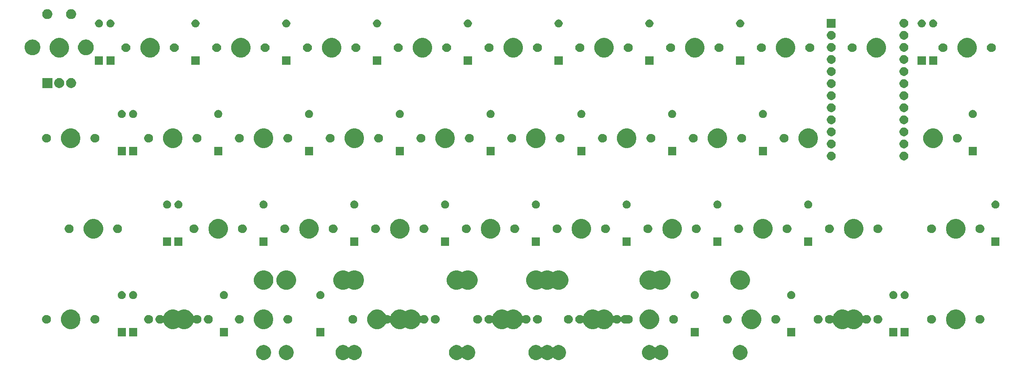
<source format=gbr>
G04 #@! TF.GenerationSoftware,KiCad,Pcbnew,(5.1.4)-1*
G04 #@! TF.CreationDate,2021-03-27T10:35:16-07:00*
G04 #@! TF.ProjectId,Rosies Board,526f7369-6573-4204-926f-6172642e6b69,rev?*
G04 #@! TF.SameCoordinates,Original*
G04 #@! TF.FileFunction,Soldermask,Top*
G04 #@! TF.FilePolarity,Negative*
%FSLAX46Y46*%
G04 Gerber Fmt 4.6, Leading zero omitted, Abs format (unit mm)*
G04 Created by KiCad (PCBNEW (5.1.4)-1) date 2021-03-27 10:35:16*
%MOMM*%
%LPD*%
G04 APERTURE LIST*
%ADD10C,0.100000*%
G04 APERTURE END LIST*
D10*
G36*
X138420397Y-88784363D02*
G01*
X138572541Y-88814626D01*
X138691267Y-88863804D01*
X138859171Y-88933352D01*
X138859172Y-88933353D01*
X139117134Y-89105717D01*
X139215378Y-89203961D01*
X139234314Y-89219501D01*
X139255925Y-89231052D01*
X139279374Y-89238165D01*
X139303760Y-89240567D01*
X139328146Y-89238165D01*
X139351595Y-89231052D01*
X139373206Y-89219501D01*
X139392142Y-89203961D01*
X139490386Y-89105717D01*
X139748348Y-88933353D01*
X139748349Y-88933352D01*
X139916253Y-88863804D01*
X140034979Y-88814626D01*
X140339265Y-88754100D01*
X140649515Y-88754100D01*
X140801657Y-88784363D01*
X140953801Y-88814626D01*
X141072527Y-88863804D01*
X141240431Y-88933352D01*
X141240432Y-88933353D01*
X141498394Y-89105717D01*
X141596653Y-89203976D01*
X141615589Y-89219516D01*
X141637200Y-89231067D01*
X141660649Y-89238180D01*
X141685035Y-89240582D01*
X141709421Y-89238180D01*
X141732870Y-89231067D01*
X141754481Y-89219516D01*
X141773417Y-89203976D01*
X141871676Y-89105717D01*
X142129638Y-88933353D01*
X142129639Y-88933352D01*
X142297543Y-88863804D01*
X142416269Y-88814626D01*
X142720555Y-88754100D01*
X143030805Y-88754100D01*
X143182947Y-88784363D01*
X143335091Y-88814626D01*
X143453817Y-88863804D01*
X143621721Y-88933352D01*
X143621722Y-88933353D01*
X143879684Y-89105717D01*
X144099063Y-89325096D01*
X144214233Y-89497461D01*
X144271428Y-89583059D01*
X144390154Y-89869690D01*
X144450680Y-90173975D01*
X144450680Y-90484225D01*
X144390154Y-90788510D01*
X144271428Y-91075141D01*
X144271427Y-91075142D01*
X144099063Y-91333104D01*
X143879684Y-91552483D01*
X143707319Y-91667653D01*
X143621721Y-91724848D01*
X143453817Y-91794396D01*
X143335091Y-91843574D01*
X143030805Y-91904100D01*
X142720555Y-91904100D01*
X142416269Y-91843574D01*
X142297543Y-91794396D01*
X142129639Y-91724848D01*
X142044041Y-91667653D01*
X141871676Y-91552483D01*
X141773417Y-91454224D01*
X141754481Y-91438684D01*
X141732870Y-91427133D01*
X141709421Y-91420020D01*
X141685035Y-91417618D01*
X141660649Y-91420020D01*
X141637200Y-91427133D01*
X141615589Y-91438684D01*
X141596653Y-91454224D01*
X141498394Y-91552483D01*
X141326029Y-91667653D01*
X141240431Y-91724848D01*
X141072527Y-91794396D01*
X140953801Y-91843574D01*
X140649515Y-91904100D01*
X140339265Y-91904100D01*
X140034979Y-91843574D01*
X139916253Y-91794396D01*
X139748349Y-91724848D01*
X139662751Y-91667653D01*
X139490386Y-91552483D01*
X139392142Y-91454239D01*
X139373206Y-91438699D01*
X139351595Y-91427148D01*
X139328146Y-91420035D01*
X139303760Y-91417633D01*
X139279374Y-91420035D01*
X139255925Y-91427148D01*
X139234314Y-91438699D01*
X139215378Y-91454239D01*
X139117134Y-91552483D01*
X138944769Y-91667653D01*
X138859171Y-91724848D01*
X138691267Y-91794396D01*
X138572541Y-91843574D01*
X138268255Y-91904100D01*
X137958005Y-91904100D01*
X137653719Y-91843574D01*
X137534993Y-91794396D01*
X137367089Y-91724848D01*
X137281491Y-91667653D01*
X137109126Y-91552483D01*
X136889747Y-91333104D01*
X136717383Y-91075142D01*
X136717382Y-91075141D01*
X136598656Y-90788510D01*
X136538130Y-90484225D01*
X136538130Y-90173975D01*
X136598656Y-89869690D01*
X136717382Y-89583059D01*
X136774577Y-89497461D01*
X136889747Y-89325096D01*
X137109126Y-89105717D01*
X137367088Y-88933353D01*
X137367089Y-88933352D01*
X137534993Y-88863804D01*
X137653719Y-88814626D01*
X137958005Y-88754100D01*
X138268255Y-88754100D01*
X138420397Y-88784363D01*
X138420397Y-88784363D01*
G37*
G36*
X121751477Y-88784363D02*
G01*
X121903621Y-88814626D01*
X122022347Y-88863804D01*
X122190251Y-88933352D01*
X122190252Y-88933353D01*
X122448214Y-89105717D01*
X122546443Y-89203946D01*
X122565379Y-89219486D01*
X122586990Y-89231037D01*
X122610439Y-89238150D01*
X122634825Y-89240552D01*
X122659211Y-89238150D01*
X122682660Y-89231037D01*
X122704271Y-89219486D01*
X122723207Y-89203946D01*
X122821436Y-89105717D01*
X123079398Y-88933353D01*
X123079399Y-88933352D01*
X123247303Y-88863804D01*
X123366029Y-88814626D01*
X123670315Y-88754100D01*
X123980595Y-88754100D01*
X124132737Y-88784363D01*
X124284881Y-88814626D01*
X124403607Y-88863804D01*
X124571511Y-88933352D01*
X124571512Y-88933353D01*
X124829474Y-89105717D01*
X125048853Y-89325096D01*
X125164023Y-89497461D01*
X125221218Y-89583059D01*
X125339944Y-89869690D01*
X125400470Y-90173975D01*
X125400470Y-90484225D01*
X125339944Y-90788510D01*
X125221218Y-91075141D01*
X125221217Y-91075142D01*
X125048853Y-91333104D01*
X124829474Y-91552483D01*
X124657109Y-91667653D01*
X124571511Y-91724848D01*
X124403607Y-91794396D01*
X124284881Y-91843574D01*
X123980595Y-91904100D01*
X123670315Y-91904100D01*
X123366029Y-91843574D01*
X123247303Y-91794396D01*
X123079399Y-91724848D01*
X122993801Y-91667653D01*
X122821436Y-91552483D01*
X122723207Y-91454254D01*
X122704271Y-91438714D01*
X122682660Y-91427163D01*
X122659211Y-91420050D01*
X122634825Y-91417648D01*
X122610439Y-91420050D01*
X122586990Y-91427163D01*
X122565379Y-91438714D01*
X122546443Y-91454254D01*
X122448214Y-91552483D01*
X122275849Y-91667653D01*
X122190251Y-91724848D01*
X122022347Y-91794396D01*
X121903621Y-91843574D01*
X121599335Y-91904100D01*
X121289085Y-91904100D01*
X120984799Y-91843574D01*
X120866073Y-91794396D01*
X120698169Y-91724848D01*
X120612571Y-91667653D01*
X120440206Y-91552483D01*
X120220827Y-91333104D01*
X120048463Y-91075142D01*
X120048462Y-91075141D01*
X119929736Y-90788510D01*
X119869210Y-90484225D01*
X119869210Y-90173975D01*
X119929736Y-89869690D01*
X120048462Y-89583059D01*
X120105657Y-89497461D01*
X120220827Y-89325096D01*
X120440206Y-89105717D01*
X120698168Y-88933353D01*
X120698169Y-88933352D01*
X120866073Y-88863804D01*
X120984799Y-88814626D01*
X121289085Y-88754100D01*
X121599335Y-88754100D01*
X121751477Y-88784363D01*
X121751477Y-88784363D01*
G37*
G36*
X86032827Y-88784363D02*
G01*
X86184971Y-88814626D01*
X86303697Y-88863804D01*
X86471601Y-88933352D01*
X86471602Y-88933353D01*
X86729564Y-89105717D01*
X86948943Y-89325096D01*
X87064113Y-89497461D01*
X87121308Y-89583059D01*
X87240034Y-89869690D01*
X87300560Y-90173975D01*
X87300560Y-90484225D01*
X87240034Y-90788510D01*
X87121308Y-91075141D01*
X87121307Y-91075142D01*
X86948943Y-91333104D01*
X86729564Y-91552483D01*
X86557199Y-91667653D01*
X86471601Y-91724848D01*
X86303697Y-91794396D01*
X86184971Y-91843574D01*
X85880685Y-91904100D01*
X85570315Y-91904100D01*
X85266029Y-91843574D01*
X85147303Y-91794396D01*
X84979399Y-91724848D01*
X84893801Y-91667653D01*
X84721436Y-91552483D01*
X84502057Y-91333104D01*
X84329693Y-91075142D01*
X84329692Y-91075141D01*
X84210966Y-90788510D01*
X84150440Y-90484225D01*
X84150440Y-90173975D01*
X84210966Y-89869690D01*
X84329692Y-89583059D01*
X84386887Y-89497461D01*
X84502057Y-89325096D01*
X84721436Y-89105717D01*
X84979398Y-88933353D01*
X84979399Y-88933352D01*
X85147303Y-88863804D01*
X85266029Y-88814626D01*
X85418173Y-88784363D01*
X85570315Y-88754100D01*
X85880685Y-88754100D01*
X86032827Y-88784363D01*
X86032827Y-88784363D01*
G37*
G36*
X97938977Y-88784363D02*
G01*
X98091121Y-88814626D01*
X98209847Y-88863804D01*
X98377751Y-88933352D01*
X98377752Y-88933353D01*
X98635714Y-89105717D01*
X98733958Y-89203961D01*
X98752894Y-89219501D01*
X98774505Y-89231052D01*
X98797954Y-89238165D01*
X98822340Y-89240567D01*
X98846726Y-89238165D01*
X98870175Y-89231052D01*
X98891786Y-89219501D01*
X98910722Y-89203961D01*
X99008966Y-89105717D01*
X99266928Y-88933353D01*
X99266929Y-88933352D01*
X99434833Y-88863804D01*
X99553559Y-88814626D01*
X99857845Y-88754100D01*
X100168095Y-88754100D01*
X100320237Y-88784363D01*
X100472381Y-88814626D01*
X100591107Y-88863804D01*
X100759011Y-88933352D01*
X100759012Y-88933353D01*
X101016974Y-89105717D01*
X101236353Y-89325096D01*
X101351523Y-89497461D01*
X101408718Y-89583059D01*
X101527444Y-89869690D01*
X101587970Y-90173975D01*
X101587970Y-90484225D01*
X101527444Y-90788510D01*
X101408718Y-91075141D01*
X101408717Y-91075142D01*
X101236353Y-91333104D01*
X101016974Y-91552483D01*
X100844609Y-91667653D01*
X100759011Y-91724848D01*
X100591107Y-91794396D01*
X100472381Y-91843574D01*
X100168095Y-91904100D01*
X99857845Y-91904100D01*
X99553559Y-91843574D01*
X99434833Y-91794396D01*
X99266929Y-91724848D01*
X99181331Y-91667653D01*
X99008966Y-91552483D01*
X98910722Y-91454239D01*
X98891786Y-91438699D01*
X98870175Y-91427148D01*
X98846726Y-91420035D01*
X98822340Y-91417633D01*
X98797954Y-91420035D01*
X98774505Y-91427148D01*
X98752894Y-91438699D01*
X98733958Y-91454239D01*
X98635714Y-91552483D01*
X98463349Y-91667653D01*
X98377751Y-91724848D01*
X98209847Y-91794396D01*
X98091121Y-91843574D01*
X97786835Y-91904100D01*
X97476585Y-91904100D01*
X97172299Y-91843574D01*
X97053573Y-91794396D01*
X96885669Y-91724848D01*
X96800071Y-91667653D01*
X96627706Y-91552483D01*
X96408327Y-91333104D01*
X96235963Y-91075142D01*
X96235962Y-91075141D01*
X96117236Y-90788510D01*
X96056710Y-90484225D01*
X96056710Y-90173975D01*
X96117236Y-89869690D01*
X96235962Y-89583059D01*
X96293157Y-89497461D01*
X96408327Y-89325096D01*
X96627706Y-89105717D01*
X96885668Y-88933353D01*
X96885669Y-88933352D01*
X97053573Y-88863804D01*
X97172299Y-88814626D01*
X97476585Y-88754100D01*
X97786835Y-88754100D01*
X97938977Y-88784363D01*
X97938977Y-88784363D01*
G37*
G36*
X81276667Y-88784363D02*
G01*
X81428811Y-88814626D01*
X81547537Y-88863804D01*
X81715441Y-88933352D01*
X81715442Y-88933353D01*
X81973404Y-89105717D01*
X82192783Y-89325096D01*
X82307953Y-89497461D01*
X82365148Y-89583059D01*
X82483874Y-89869690D01*
X82544400Y-90173975D01*
X82544400Y-90484225D01*
X82483874Y-90788510D01*
X82365148Y-91075141D01*
X82365147Y-91075142D01*
X82192783Y-91333104D01*
X81973404Y-91552483D01*
X81801039Y-91667653D01*
X81715441Y-91724848D01*
X81547537Y-91794396D01*
X81428811Y-91843574D01*
X81124525Y-91904100D01*
X80814275Y-91904100D01*
X80509989Y-91843574D01*
X80391263Y-91794396D01*
X80223359Y-91724848D01*
X80137761Y-91667653D01*
X79965396Y-91552483D01*
X79746017Y-91333104D01*
X79573653Y-91075142D01*
X79573652Y-91075141D01*
X79454926Y-90788510D01*
X79394400Y-90484225D01*
X79394400Y-90173975D01*
X79454926Y-89869690D01*
X79573652Y-89583059D01*
X79630847Y-89497461D01*
X79746017Y-89325096D01*
X79965396Y-89105717D01*
X80223358Y-88933353D01*
X80223359Y-88933352D01*
X80391263Y-88863804D01*
X80509989Y-88814626D01*
X80662133Y-88784363D01*
X80814275Y-88754100D01*
X81124525Y-88754100D01*
X81276667Y-88784363D01*
X81276667Y-88784363D01*
G37*
G36*
X162232897Y-88784363D02*
G01*
X162385041Y-88814626D01*
X162503767Y-88863804D01*
X162671671Y-88933352D01*
X162671672Y-88933353D01*
X162929634Y-89105717D01*
X163027878Y-89203961D01*
X163046814Y-89219501D01*
X163068425Y-89231052D01*
X163091874Y-89238165D01*
X163116260Y-89240567D01*
X163140646Y-89238165D01*
X163164095Y-89231052D01*
X163185706Y-89219501D01*
X163204642Y-89203961D01*
X163302886Y-89105717D01*
X163560848Y-88933353D01*
X163560849Y-88933352D01*
X163728753Y-88863804D01*
X163847479Y-88814626D01*
X164151765Y-88754100D01*
X164462015Y-88754100D01*
X164614157Y-88784363D01*
X164766301Y-88814626D01*
X164885027Y-88863804D01*
X165052931Y-88933352D01*
X165052932Y-88933353D01*
X165310894Y-89105717D01*
X165530273Y-89325096D01*
X165645443Y-89497461D01*
X165702638Y-89583059D01*
X165821364Y-89869690D01*
X165881890Y-90173975D01*
X165881890Y-90484225D01*
X165821364Y-90788510D01*
X165702638Y-91075141D01*
X165702637Y-91075142D01*
X165530273Y-91333104D01*
X165310894Y-91552483D01*
X165138529Y-91667653D01*
X165052931Y-91724848D01*
X164885027Y-91794396D01*
X164766301Y-91843574D01*
X164462015Y-91904100D01*
X164151765Y-91904100D01*
X163847479Y-91843574D01*
X163728753Y-91794396D01*
X163560849Y-91724848D01*
X163475251Y-91667653D01*
X163302886Y-91552483D01*
X163204642Y-91454239D01*
X163185706Y-91438699D01*
X163164095Y-91427148D01*
X163140646Y-91420035D01*
X163116260Y-91417633D01*
X163091874Y-91420035D01*
X163068425Y-91427148D01*
X163046814Y-91438699D01*
X163027878Y-91454239D01*
X162929634Y-91552483D01*
X162757269Y-91667653D01*
X162671671Y-91724848D01*
X162503767Y-91794396D01*
X162385041Y-91843574D01*
X162080755Y-91904100D01*
X161770505Y-91904100D01*
X161466219Y-91843574D01*
X161347493Y-91794396D01*
X161179589Y-91724848D01*
X161093991Y-91667653D01*
X160921626Y-91552483D01*
X160702247Y-91333104D01*
X160529883Y-91075142D01*
X160529882Y-91075141D01*
X160411156Y-90788510D01*
X160350630Y-90484225D01*
X160350630Y-90173975D01*
X160411156Y-89869690D01*
X160529882Y-89583059D01*
X160587077Y-89497461D01*
X160702247Y-89325096D01*
X160921626Y-89105717D01*
X161179588Y-88933353D01*
X161179589Y-88933352D01*
X161347493Y-88863804D01*
X161466219Y-88814626D01*
X161770505Y-88754100D01*
X162080755Y-88754100D01*
X162232897Y-88784363D01*
X162232897Y-88784363D01*
G37*
G36*
X181282947Y-88784363D02*
G01*
X181435091Y-88814626D01*
X181553817Y-88863804D01*
X181721721Y-88933352D01*
X181721722Y-88933353D01*
X181979684Y-89105717D01*
X182199063Y-89325096D01*
X182314233Y-89497461D01*
X182371428Y-89583059D01*
X182490154Y-89869690D01*
X182550680Y-90173975D01*
X182550680Y-90484225D01*
X182490154Y-90788510D01*
X182371428Y-91075141D01*
X182371427Y-91075142D01*
X182199063Y-91333104D01*
X181979684Y-91552483D01*
X181807319Y-91667653D01*
X181721721Y-91724848D01*
X181553817Y-91794396D01*
X181435091Y-91843574D01*
X181130805Y-91904100D01*
X180814075Y-91904100D01*
X180509789Y-91843574D01*
X180391063Y-91794396D01*
X180223159Y-91724848D01*
X180137561Y-91667653D01*
X179965196Y-91552483D01*
X179745817Y-91333104D01*
X179573453Y-91075142D01*
X179573452Y-91075141D01*
X179454726Y-90788510D01*
X179394200Y-90484225D01*
X179394200Y-90173975D01*
X179454726Y-89869690D01*
X179573452Y-89583059D01*
X179630647Y-89497461D01*
X179745817Y-89325096D01*
X179965196Y-89105717D01*
X180223158Y-88933353D01*
X180223159Y-88933352D01*
X180391063Y-88863804D01*
X180509789Y-88814626D01*
X180814075Y-88754100D01*
X181130805Y-88754100D01*
X181282947Y-88784363D01*
X181282947Y-88784363D01*
G37*
G36*
X172301720Y-86904470D02*
G01*
X170599720Y-86904470D01*
X170599720Y-85202470D01*
X172301720Y-85202470D01*
X172301720Y-86904470D01*
X172301720Y-86904470D01*
G37*
G36*
X216355030Y-86904470D02*
G01*
X214653030Y-86904470D01*
X214653030Y-85202470D01*
X216355030Y-85202470D01*
X216355030Y-86904470D01*
X216355030Y-86904470D01*
G37*
G36*
X213973770Y-86904470D02*
G01*
X212271770Y-86904470D01*
X212271770Y-85202470D01*
X213973770Y-85202470D01*
X213973770Y-86904470D01*
X213973770Y-86904470D01*
G37*
G36*
X52048090Y-86904470D02*
G01*
X50346090Y-86904470D01*
X50346090Y-85202470D01*
X52048090Y-85202470D01*
X52048090Y-86904470D01*
X52048090Y-86904470D01*
G37*
G36*
X54429350Y-86904470D02*
G01*
X52727350Y-86904470D01*
X52727350Y-85202470D01*
X54429350Y-85202470D01*
X54429350Y-86904470D01*
X54429350Y-86904470D01*
G37*
G36*
X73479430Y-86904470D02*
G01*
X71777430Y-86904470D01*
X71777430Y-85202470D01*
X73479430Y-85202470D01*
X73479430Y-86904470D01*
X73479430Y-86904470D01*
G37*
G36*
X93720140Y-86904470D02*
G01*
X92018140Y-86904470D01*
X92018140Y-85202470D01*
X93720140Y-85202470D01*
X93720140Y-86904470D01*
X93720140Y-86904470D01*
G37*
G36*
X192542430Y-86904470D02*
G01*
X190840430Y-86904470D01*
X190840430Y-85202470D01*
X192542430Y-85202470D01*
X192542430Y-86904470D01*
X192542430Y-86904470D01*
G37*
G36*
X150615854Y-81377784D02*
G01*
X150833854Y-81468083D01*
X150988003Y-81531933D01*
X151140571Y-81633876D01*
X151162175Y-81645423D01*
X151185624Y-81652536D01*
X151210010Y-81654938D01*
X151234396Y-81652536D01*
X151257845Y-81645423D01*
X151279449Y-81633876D01*
X151432017Y-81531933D01*
X151586166Y-81468083D01*
X151804166Y-81377784D01*
X152199234Y-81299200D01*
X152602046Y-81299200D01*
X152997114Y-81377784D01*
X153215114Y-81468083D01*
X153369263Y-81531933D01*
X153704188Y-81755723D01*
X153989017Y-82040552D01*
X154212807Y-82375477D01*
X154274115Y-82523489D01*
X154301029Y-82588465D01*
X154312580Y-82610076D01*
X154328125Y-82629018D01*
X154347067Y-82644563D01*
X154368678Y-82656114D01*
X154392127Y-82663227D01*
X154416513Y-82665629D01*
X154440899Y-82663227D01*
X154464348Y-82656114D01*
X154485959Y-82644563D01*
X154504890Y-82629027D01*
X154509089Y-82624828D01*
X154660754Y-82523489D01*
X154829276Y-82453685D01*
X155008177Y-82418100D01*
X155190583Y-82418100D01*
X155369484Y-82453685D01*
X155538006Y-82523489D01*
X155689671Y-82624828D01*
X155818652Y-82753809D01*
X155868603Y-82828567D01*
X155884142Y-82847501D01*
X155903084Y-82863046D01*
X155924695Y-82874597D01*
X155948144Y-82881710D01*
X155972530Y-82884112D01*
X155996916Y-82881710D01*
X156020365Y-82874597D01*
X156041976Y-82863046D01*
X156060918Y-82847501D01*
X156076457Y-82828567D01*
X156126408Y-82753809D01*
X156255389Y-82624828D01*
X156407054Y-82523489D01*
X156575576Y-82453685D01*
X156754477Y-82418100D01*
X156936883Y-82418100D01*
X157115784Y-82453685D01*
X157115790Y-82453688D01*
X157116265Y-82453782D01*
X157138775Y-82460609D01*
X157163161Y-82463011D01*
X157187547Y-82460609D01*
X157210055Y-82453782D01*
X157210530Y-82453688D01*
X157210536Y-82453685D01*
X157389437Y-82418100D01*
X157571843Y-82418100D01*
X157750744Y-82453685D01*
X157919266Y-82523489D01*
X158070931Y-82624828D01*
X158199912Y-82753809D01*
X158301251Y-82905474D01*
X158371055Y-83073996D01*
X158406640Y-83252897D01*
X158406640Y-83435303D01*
X158371055Y-83614204D01*
X158301251Y-83782726D01*
X158199912Y-83934391D01*
X158070931Y-84063372D01*
X157919266Y-84164711D01*
X157750744Y-84234515D01*
X157571843Y-84270100D01*
X157389437Y-84270100D01*
X157210536Y-84234515D01*
X157210530Y-84234512D01*
X157210055Y-84234418D01*
X157187545Y-84227591D01*
X157163159Y-84225189D01*
X157138773Y-84227591D01*
X157116265Y-84234418D01*
X157115790Y-84234512D01*
X157115784Y-84234515D01*
X156936883Y-84270100D01*
X156754477Y-84270100D01*
X156575576Y-84234515D01*
X156407054Y-84164711D01*
X156255389Y-84063372D01*
X156126408Y-83934391D01*
X156076457Y-83859633D01*
X156060918Y-83840699D01*
X156041976Y-83825154D01*
X156020365Y-83813603D01*
X155996916Y-83806490D01*
X155972530Y-83804088D01*
X155948144Y-83806490D01*
X155924695Y-83813603D01*
X155903084Y-83825154D01*
X155884142Y-83840699D01*
X155868603Y-83859633D01*
X155818652Y-83934391D01*
X155689671Y-84063372D01*
X155538006Y-84164711D01*
X155369484Y-84234515D01*
X155190583Y-84270100D01*
X155008177Y-84270100D01*
X154829276Y-84234515D01*
X154660754Y-84164711D01*
X154509089Y-84063372D01*
X154504890Y-84059173D01*
X154485959Y-84043637D01*
X154464348Y-84032086D01*
X154440899Y-84024973D01*
X154416513Y-84022571D01*
X154392127Y-84024973D01*
X154368678Y-84032086D01*
X154347067Y-84043637D01*
X154328125Y-84059182D01*
X154312580Y-84078124D01*
X154301029Y-84099734D01*
X154212807Y-84312723D01*
X153989017Y-84647648D01*
X153704188Y-84932477D01*
X153369263Y-85156267D01*
X153215114Y-85220117D01*
X152997114Y-85310416D01*
X152602046Y-85389000D01*
X152199234Y-85389000D01*
X151804166Y-85310416D01*
X151586166Y-85220117D01*
X151432017Y-85156267D01*
X151279449Y-85054324D01*
X151257845Y-85042777D01*
X151234396Y-85035664D01*
X151210010Y-85033262D01*
X151185624Y-85035664D01*
X151162175Y-85042777D01*
X151140571Y-85054324D01*
X150988003Y-85156267D01*
X150833854Y-85220117D01*
X150615854Y-85310416D01*
X150220786Y-85389000D01*
X149817974Y-85389000D01*
X149422906Y-85310416D01*
X149204906Y-85220117D01*
X149050757Y-85156267D01*
X148715832Y-84932477D01*
X148431003Y-84647648D01*
X148207213Y-84312723D01*
X148118991Y-84099734D01*
X148107440Y-84078124D01*
X148091895Y-84059182D01*
X148072953Y-84043637D01*
X148051342Y-84032086D01*
X148027893Y-84024973D01*
X148003507Y-84022571D01*
X147979121Y-84024973D01*
X147955672Y-84032086D01*
X147934061Y-84043637D01*
X147915130Y-84059173D01*
X147910931Y-84063372D01*
X147759266Y-84164711D01*
X147590744Y-84234515D01*
X147411843Y-84270100D01*
X147229437Y-84270100D01*
X147050536Y-84234515D01*
X146882014Y-84164711D01*
X146730349Y-84063372D01*
X146601368Y-83934391D01*
X146500029Y-83782726D01*
X146430225Y-83614204D01*
X146394640Y-83435303D01*
X146394640Y-83252897D01*
X146430225Y-83073996D01*
X146500029Y-82905474D01*
X146601368Y-82753809D01*
X146730349Y-82624828D01*
X146882014Y-82523489D01*
X147050536Y-82453685D01*
X147229437Y-82418100D01*
X147411843Y-82418100D01*
X147590744Y-82453685D01*
X147759266Y-82523489D01*
X147910931Y-82624828D01*
X147915130Y-82629027D01*
X147934061Y-82644563D01*
X147955672Y-82656114D01*
X147979121Y-82663227D01*
X148003507Y-82665629D01*
X148027893Y-82663227D01*
X148051342Y-82656114D01*
X148072953Y-82644563D01*
X148091895Y-82629018D01*
X148107440Y-82610076D01*
X148118991Y-82588465D01*
X148145905Y-82523489D01*
X148207213Y-82375477D01*
X148431003Y-82040552D01*
X148715832Y-81755723D01*
X149050757Y-81531933D01*
X149204906Y-81468083D01*
X149422906Y-81377784D01*
X149817974Y-81299200D01*
X150220786Y-81299200D01*
X150615854Y-81377784D01*
X150615854Y-81377784D01*
G37*
G36*
X131565774Y-81377784D02*
G01*
X131783774Y-81468083D01*
X131937923Y-81531933D01*
X132090491Y-81633876D01*
X132112095Y-81645423D01*
X132135544Y-81652536D01*
X132159930Y-81654938D01*
X132184316Y-81652536D01*
X132207765Y-81645423D01*
X132229369Y-81633876D01*
X132381937Y-81531933D01*
X132536086Y-81468083D01*
X132754086Y-81377784D01*
X133149154Y-81299200D01*
X133551966Y-81299200D01*
X133947034Y-81377784D01*
X134165034Y-81468083D01*
X134319183Y-81531933D01*
X134654108Y-81755723D01*
X134938937Y-82040552D01*
X135162727Y-82375477D01*
X135224035Y-82523489D01*
X135250949Y-82588465D01*
X135262500Y-82610076D01*
X135278045Y-82629018D01*
X135296987Y-82644563D01*
X135318598Y-82656114D01*
X135342047Y-82663227D01*
X135366433Y-82665629D01*
X135390819Y-82663227D01*
X135414268Y-82656114D01*
X135435879Y-82644563D01*
X135454810Y-82629027D01*
X135459009Y-82624828D01*
X135610674Y-82523489D01*
X135779196Y-82453685D01*
X135958097Y-82418100D01*
X136140503Y-82418100D01*
X136319404Y-82453685D01*
X136487926Y-82523489D01*
X136639591Y-82624828D01*
X136768572Y-82753809D01*
X136869911Y-82905474D01*
X136939715Y-83073996D01*
X136975300Y-83252897D01*
X136975300Y-83435303D01*
X136939715Y-83614204D01*
X136869911Y-83782726D01*
X136768572Y-83934391D01*
X136639591Y-84063372D01*
X136487926Y-84164711D01*
X136319404Y-84234515D01*
X136140503Y-84270100D01*
X135958097Y-84270100D01*
X135779196Y-84234515D01*
X135610674Y-84164711D01*
X135459009Y-84063372D01*
X135454810Y-84059173D01*
X135435879Y-84043637D01*
X135414268Y-84032086D01*
X135390819Y-84024973D01*
X135366433Y-84022571D01*
X135342047Y-84024973D01*
X135318598Y-84032086D01*
X135296987Y-84043637D01*
X135278045Y-84059182D01*
X135262500Y-84078124D01*
X135250949Y-84099734D01*
X135162727Y-84312723D01*
X134938937Y-84647648D01*
X134654108Y-84932477D01*
X134319183Y-85156267D01*
X134165034Y-85220117D01*
X133947034Y-85310416D01*
X133551966Y-85389000D01*
X133149154Y-85389000D01*
X132754086Y-85310416D01*
X132536086Y-85220117D01*
X132381937Y-85156267D01*
X132229369Y-85054324D01*
X132207765Y-85042777D01*
X132184316Y-85035664D01*
X132159930Y-85033262D01*
X132135544Y-85035664D01*
X132112095Y-85042777D01*
X132090491Y-85054324D01*
X131937923Y-85156267D01*
X131783774Y-85220117D01*
X131565774Y-85310416D01*
X131170706Y-85389000D01*
X130767894Y-85389000D01*
X130372826Y-85310416D01*
X130154826Y-85220117D01*
X130000677Y-85156267D01*
X129665752Y-84932477D01*
X129380923Y-84647648D01*
X129157133Y-84312723D01*
X129068911Y-84099734D01*
X129057360Y-84078124D01*
X129041815Y-84059182D01*
X129022873Y-84043637D01*
X129001262Y-84032086D01*
X128977813Y-84024973D01*
X128953427Y-84022571D01*
X128929041Y-84024973D01*
X128905592Y-84032086D01*
X128883981Y-84043637D01*
X128865050Y-84059173D01*
X128860851Y-84063372D01*
X128709186Y-84164711D01*
X128540664Y-84234515D01*
X128361763Y-84270100D01*
X128179357Y-84270100D01*
X128000456Y-84234515D01*
X127831934Y-84164711D01*
X127680269Y-84063372D01*
X127551288Y-83934391D01*
X127449949Y-83782726D01*
X127380145Y-83614204D01*
X127344560Y-83435303D01*
X127344560Y-83252897D01*
X127380145Y-83073996D01*
X127449949Y-82905474D01*
X127551288Y-82753809D01*
X127680269Y-82624828D01*
X127831934Y-82523489D01*
X128000456Y-82453685D01*
X128179357Y-82418100D01*
X128361763Y-82418100D01*
X128540664Y-82453685D01*
X128709186Y-82523489D01*
X128860851Y-82624828D01*
X128865050Y-82629027D01*
X128883981Y-82644563D01*
X128905592Y-82656114D01*
X128929041Y-82663227D01*
X128953427Y-82665629D01*
X128977813Y-82663227D01*
X129001262Y-82656114D01*
X129022873Y-82644563D01*
X129041815Y-82629018D01*
X129057360Y-82610076D01*
X129068911Y-82588465D01*
X129095825Y-82523489D01*
X129157133Y-82375477D01*
X129380923Y-82040552D01*
X129665752Y-81755723D01*
X130000677Y-81531933D01*
X130154826Y-81468083D01*
X130372826Y-81377784D01*
X130767894Y-81299200D01*
X131170706Y-81299200D01*
X131565774Y-81377784D01*
X131565774Y-81377784D01*
G37*
G36*
X81559314Y-81377784D02*
G01*
X81777314Y-81468083D01*
X81931463Y-81531933D01*
X82266388Y-81755723D01*
X82551217Y-82040552D01*
X82775007Y-82375477D01*
X82836315Y-82523489D01*
X82929156Y-82747626D01*
X83007740Y-83142694D01*
X83007740Y-83545506D01*
X82929156Y-83940574D01*
X82878291Y-84063372D01*
X82775007Y-84312723D01*
X82551217Y-84647648D01*
X82266388Y-84932477D01*
X81931463Y-85156267D01*
X81777314Y-85220117D01*
X81559314Y-85310416D01*
X81164246Y-85389000D01*
X80761434Y-85389000D01*
X80366366Y-85310416D01*
X80148366Y-85220117D01*
X79994217Y-85156267D01*
X79659292Y-84932477D01*
X79374463Y-84647648D01*
X79150673Y-84312723D01*
X79047389Y-84063372D01*
X78996524Y-83940574D01*
X78917940Y-83545506D01*
X78917940Y-83142694D01*
X78996524Y-82747626D01*
X79089365Y-82523489D01*
X79150673Y-82375477D01*
X79374463Y-82040552D01*
X79659292Y-81755723D01*
X79994217Y-81531933D01*
X80148366Y-81468083D01*
X80366366Y-81377784D01*
X80761434Y-81299200D01*
X81164246Y-81299200D01*
X81559314Y-81377784D01*
X81559314Y-81377784D01*
G37*
G36*
X162522154Y-81377784D02*
G01*
X162740154Y-81468083D01*
X162894303Y-81531933D01*
X163229228Y-81755723D01*
X163514057Y-82040552D01*
X163737847Y-82375477D01*
X163799155Y-82523489D01*
X163891996Y-82747626D01*
X163970580Y-83142694D01*
X163970580Y-83545506D01*
X163891996Y-83940574D01*
X163841131Y-84063372D01*
X163737847Y-84312723D01*
X163514057Y-84647648D01*
X163229228Y-84932477D01*
X162894303Y-85156267D01*
X162740154Y-85220117D01*
X162522154Y-85310416D01*
X162127086Y-85389000D01*
X161724274Y-85389000D01*
X161329206Y-85310416D01*
X161111206Y-85220117D01*
X160957057Y-85156267D01*
X160622132Y-84932477D01*
X160337303Y-84647648D01*
X160113513Y-84312723D01*
X160010229Y-84063372D01*
X159959364Y-83940574D01*
X159880780Y-83545506D01*
X159880780Y-83142694D01*
X159959364Y-82747626D01*
X160052205Y-82523489D01*
X160113513Y-82375477D01*
X160337303Y-82040552D01*
X160622132Y-81755723D01*
X160957057Y-81531933D01*
X161111206Y-81468083D01*
X161329206Y-81377784D01*
X161724274Y-81299200D01*
X162127086Y-81299200D01*
X162522154Y-81377784D01*
X162522154Y-81377784D01*
G37*
G36*
X226816174Y-81377784D02*
G01*
X227034174Y-81468083D01*
X227188323Y-81531933D01*
X227523248Y-81755723D01*
X227808077Y-82040552D01*
X228031867Y-82375477D01*
X228093175Y-82523489D01*
X228186016Y-82747626D01*
X228264600Y-83142694D01*
X228264600Y-83545506D01*
X228186016Y-83940574D01*
X228135151Y-84063372D01*
X228031867Y-84312723D01*
X227808077Y-84647648D01*
X227523248Y-84932477D01*
X227188323Y-85156267D01*
X227034174Y-85220117D01*
X226816174Y-85310416D01*
X226421106Y-85389000D01*
X226018294Y-85389000D01*
X225623226Y-85310416D01*
X225405226Y-85220117D01*
X225251077Y-85156267D01*
X224916152Y-84932477D01*
X224631323Y-84647648D01*
X224407533Y-84312723D01*
X224304249Y-84063372D01*
X224253384Y-83940574D01*
X224174800Y-83545506D01*
X224174800Y-83142694D01*
X224253384Y-82747626D01*
X224346225Y-82523489D01*
X224407533Y-82375477D01*
X224631323Y-82040552D01*
X224916152Y-81755723D01*
X225251077Y-81531933D01*
X225405226Y-81468083D01*
X225623226Y-81377784D01*
X226018294Y-81299200D01*
X226421106Y-81299200D01*
X226816174Y-81377784D01*
X226816174Y-81377784D01*
G37*
G36*
X203003574Y-81377784D02*
G01*
X203221574Y-81468083D01*
X203375723Y-81531933D01*
X203528291Y-81633876D01*
X203549895Y-81645423D01*
X203573344Y-81652536D01*
X203597730Y-81654938D01*
X203622116Y-81652536D01*
X203645565Y-81645423D01*
X203667169Y-81633876D01*
X203819737Y-81531933D01*
X203973886Y-81468083D01*
X204191886Y-81377784D01*
X204586954Y-81299200D01*
X204989766Y-81299200D01*
X205384834Y-81377784D01*
X205602834Y-81468083D01*
X205756983Y-81531933D01*
X206091908Y-81755723D01*
X206376737Y-82040552D01*
X206600527Y-82375477D01*
X206661835Y-82523489D01*
X206688749Y-82588465D01*
X206700300Y-82610076D01*
X206715845Y-82629018D01*
X206734787Y-82644563D01*
X206756398Y-82656114D01*
X206779847Y-82663227D01*
X206804233Y-82665629D01*
X206828619Y-82663227D01*
X206852068Y-82656114D01*
X206873679Y-82644563D01*
X206892610Y-82629027D01*
X206896809Y-82624828D01*
X207048474Y-82523489D01*
X207216996Y-82453685D01*
X207395897Y-82418100D01*
X207578303Y-82418100D01*
X207757204Y-82453685D01*
X207925726Y-82523489D01*
X208077391Y-82624828D01*
X208206372Y-82753809D01*
X208307711Y-82905474D01*
X208377515Y-83073996D01*
X208413100Y-83252897D01*
X208413100Y-83435303D01*
X208377515Y-83614204D01*
X208307711Y-83782726D01*
X208206372Y-83934391D01*
X208077391Y-84063372D01*
X207925726Y-84164711D01*
X207757204Y-84234515D01*
X207578303Y-84270100D01*
X207395897Y-84270100D01*
X207216996Y-84234515D01*
X207048474Y-84164711D01*
X206896809Y-84063372D01*
X206892610Y-84059173D01*
X206873679Y-84043637D01*
X206852068Y-84032086D01*
X206828619Y-84024973D01*
X206804233Y-84022571D01*
X206779847Y-84024973D01*
X206756398Y-84032086D01*
X206734787Y-84043637D01*
X206715845Y-84059182D01*
X206700300Y-84078124D01*
X206688749Y-84099734D01*
X206600527Y-84312723D01*
X206376737Y-84647648D01*
X206091908Y-84932477D01*
X205756983Y-85156267D01*
X205602834Y-85220117D01*
X205384834Y-85310416D01*
X204989766Y-85389000D01*
X204586954Y-85389000D01*
X204191886Y-85310416D01*
X203973886Y-85220117D01*
X203819737Y-85156267D01*
X203667169Y-85054324D01*
X203645565Y-85042777D01*
X203622116Y-85035664D01*
X203597730Y-85033262D01*
X203573344Y-85035664D01*
X203549895Y-85042777D01*
X203528291Y-85054324D01*
X203375723Y-85156267D01*
X203221574Y-85220117D01*
X203003574Y-85310416D01*
X202608506Y-85389000D01*
X202205694Y-85389000D01*
X201810626Y-85310416D01*
X201592626Y-85220117D01*
X201438477Y-85156267D01*
X201103552Y-84932477D01*
X200818723Y-84647648D01*
X200594933Y-84312723D01*
X200506711Y-84099734D01*
X200495160Y-84078124D01*
X200479615Y-84059182D01*
X200460673Y-84043637D01*
X200439062Y-84032086D01*
X200415613Y-84024973D01*
X200391227Y-84022571D01*
X200366841Y-84024973D01*
X200343392Y-84032086D01*
X200321781Y-84043637D01*
X200302850Y-84059173D01*
X200298651Y-84063372D01*
X200146986Y-84164711D01*
X199978464Y-84234515D01*
X199799563Y-84270100D01*
X199617157Y-84270100D01*
X199438256Y-84234515D01*
X199269734Y-84164711D01*
X199118069Y-84063372D01*
X198989088Y-83934391D01*
X198887749Y-83782726D01*
X198817945Y-83614204D01*
X198782360Y-83435303D01*
X198782360Y-83252897D01*
X198817945Y-83073996D01*
X198887749Y-82905474D01*
X198989088Y-82753809D01*
X199118069Y-82624828D01*
X199269734Y-82523489D01*
X199438256Y-82453685D01*
X199617157Y-82418100D01*
X199799563Y-82418100D01*
X199978464Y-82453685D01*
X200146986Y-82523489D01*
X200298651Y-82624828D01*
X200302850Y-82629027D01*
X200321781Y-82644563D01*
X200343392Y-82656114D01*
X200366841Y-82663227D01*
X200391227Y-82665629D01*
X200415613Y-82663227D01*
X200439062Y-82656114D01*
X200460673Y-82644563D01*
X200479615Y-82629018D01*
X200495160Y-82610076D01*
X200506711Y-82588465D01*
X200533625Y-82523489D01*
X200594933Y-82375477D01*
X200818723Y-82040552D01*
X201103552Y-81755723D01*
X201438477Y-81531933D01*
X201592626Y-81468083D01*
X201810626Y-81377784D01*
X202205694Y-81299200D01*
X202608506Y-81299200D01*
X203003574Y-81377784D01*
X203003574Y-81377784D01*
G37*
G36*
X41077894Y-81377784D02*
G01*
X41295894Y-81468083D01*
X41450043Y-81531933D01*
X41784968Y-81755723D01*
X42069797Y-82040552D01*
X42293587Y-82375477D01*
X42354895Y-82523489D01*
X42447736Y-82747626D01*
X42526320Y-83142694D01*
X42526320Y-83545506D01*
X42447736Y-83940574D01*
X42396871Y-84063372D01*
X42293587Y-84312723D01*
X42069797Y-84647648D01*
X41784968Y-84932477D01*
X41450043Y-85156267D01*
X41295894Y-85220117D01*
X41077894Y-85310416D01*
X40682826Y-85389000D01*
X40280014Y-85389000D01*
X39884946Y-85310416D01*
X39666946Y-85220117D01*
X39512797Y-85156267D01*
X39177872Y-84932477D01*
X38893043Y-84647648D01*
X38669253Y-84312723D01*
X38565969Y-84063372D01*
X38515104Y-83940574D01*
X38436520Y-83545506D01*
X38436520Y-83142694D01*
X38515104Y-82747626D01*
X38607945Y-82523489D01*
X38669253Y-82375477D01*
X38893043Y-82040552D01*
X39177872Y-81755723D01*
X39512797Y-81531933D01*
X39666946Y-81468083D01*
X39884946Y-81377784D01*
X40280014Y-81299200D01*
X40682826Y-81299200D01*
X41077894Y-81377784D01*
X41077894Y-81377784D01*
G37*
G36*
X183953494Y-81377784D02*
G01*
X184171494Y-81468083D01*
X184325643Y-81531933D01*
X184660568Y-81755723D01*
X184945397Y-82040552D01*
X185169187Y-82375477D01*
X185230495Y-82523489D01*
X185323336Y-82747626D01*
X185401920Y-83142694D01*
X185401920Y-83545506D01*
X185323336Y-83940574D01*
X185272471Y-84063372D01*
X185169187Y-84312723D01*
X184945397Y-84647648D01*
X184660568Y-84932477D01*
X184325643Y-85156267D01*
X184171494Y-85220117D01*
X183953494Y-85310416D01*
X183558426Y-85389000D01*
X183155614Y-85389000D01*
X182760546Y-85310416D01*
X182542546Y-85220117D01*
X182388397Y-85156267D01*
X182053472Y-84932477D01*
X181768643Y-84647648D01*
X181544853Y-84312723D01*
X181441569Y-84063372D01*
X181390704Y-83940574D01*
X181312120Y-83545506D01*
X181312120Y-83142694D01*
X181390704Y-82747626D01*
X181483545Y-82523489D01*
X181544853Y-82375477D01*
X181768643Y-82040552D01*
X182053472Y-81755723D01*
X182388397Y-81531933D01*
X182542546Y-81468083D01*
X182760546Y-81377784D01*
X183155614Y-81299200D01*
X183558426Y-81299200D01*
X183953494Y-81377784D01*
X183953494Y-81377784D01*
G37*
G36*
X62509234Y-81377784D02*
G01*
X62727234Y-81468083D01*
X62881383Y-81531933D01*
X63033951Y-81633876D01*
X63055555Y-81645423D01*
X63079004Y-81652536D01*
X63103390Y-81654938D01*
X63127776Y-81652536D01*
X63151225Y-81645423D01*
X63172829Y-81633876D01*
X63325397Y-81531933D01*
X63479546Y-81468083D01*
X63697546Y-81377784D01*
X64092614Y-81299200D01*
X64495426Y-81299200D01*
X64890494Y-81377784D01*
X65108494Y-81468083D01*
X65262643Y-81531933D01*
X65597568Y-81755723D01*
X65882397Y-82040552D01*
X66106187Y-82375477D01*
X66167495Y-82523489D01*
X66194409Y-82588465D01*
X66205960Y-82610076D01*
X66221505Y-82629018D01*
X66240447Y-82644563D01*
X66262058Y-82656114D01*
X66285507Y-82663227D01*
X66309893Y-82665629D01*
X66334279Y-82663227D01*
X66357728Y-82656114D01*
X66379339Y-82644563D01*
X66398270Y-82629027D01*
X66402469Y-82624828D01*
X66554134Y-82523489D01*
X66722656Y-82453685D01*
X66901557Y-82418100D01*
X67083963Y-82418100D01*
X67262864Y-82453685D01*
X67431386Y-82523489D01*
X67583051Y-82624828D01*
X67712032Y-82753809D01*
X67813371Y-82905474D01*
X67883175Y-83073996D01*
X67918760Y-83252897D01*
X67918760Y-83435303D01*
X67883175Y-83614204D01*
X67813371Y-83782726D01*
X67712032Y-83934391D01*
X67583051Y-84063372D01*
X67431386Y-84164711D01*
X67262864Y-84234515D01*
X67083963Y-84270100D01*
X66901557Y-84270100D01*
X66722656Y-84234515D01*
X66554134Y-84164711D01*
X66402469Y-84063372D01*
X66398270Y-84059173D01*
X66379339Y-84043637D01*
X66357728Y-84032086D01*
X66334279Y-84024973D01*
X66309893Y-84022571D01*
X66285507Y-84024973D01*
X66262058Y-84032086D01*
X66240447Y-84043637D01*
X66221505Y-84059182D01*
X66205960Y-84078124D01*
X66194409Y-84099734D01*
X66106187Y-84312723D01*
X65882397Y-84647648D01*
X65597568Y-84932477D01*
X65262643Y-85156267D01*
X65108494Y-85220117D01*
X64890494Y-85310416D01*
X64495426Y-85389000D01*
X64092614Y-85389000D01*
X63697546Y-85310416D01*
X63479546Y-85220117D01*
X63325397Y-85156267D01*
X63172829Y-85054324D01*
X63151225Y-85042777D01*
X63127776Y-85035664D01*
X63103390Y-85033262D01*
X63079004Y-85035664D01*
X63055555Y-85042777D01*
X63033951Y-85054324D01*
X62881383Y-85156267D01*
X62727234Y-85220117D01*
X62509234Y-85310416D01*
X62114166Y-85389000D01*
X61711354Y-85389000D01*
X61316286Y-85310416D01*
X61098286Y-85220117D01*
X60944137Y-85156267D01*
X60609212Y-84932477D01*
X60324383Y-84647648D01*
X60100593Y-84312723D01*
X60012371Y-84099734D01*
X60000820Y-84078124D01*
X59985275Y-84059182D01*
X59966333Y-84043637D01*
X59944722Y-84032086D01*
X59921273Y-84024973D01*
X59896887Y-84022571D01*
X59872501Y-84024973D01*
X59849052Y-84032086D01*
X59827441Y-84043637D01*
X59808510Y-84059173D01*
X59804311Y-84063372D01*
X59652646Y-84164711D01*
X59484124Y-84234515D01*
X59305223Y-84270100D01*
X59122817Y-84270100D01*
X58943916Y-84234515D01*
X58775394Y-84164711D01*
X58623729Y-84063372D01*
X58494748Y-83934391D01*
X58393409Y-83782726D01*
X58323605Y-83614204D01*
X58288020Y-83435303D01*
X58288020Y-83252897D01*
X58323605Y-83073996D01*
X58393409Y-82905474D01*
X58494748Y-82753809D01*
X58623729Y-82624828D01*
X58775394Y-82523489D01*
X58943916Y-82453685D01*
X59122817Y-82418100D01*
X59305223Y-82418100D01*
X59484124Y-82453685D01*
X59652646Y-82523489D01*
X59804311Y-82624828D01*
X59808510Y-82629027D01*
X59827441Y-82644563D01*
X59849052Y-82656114D01*
X59872501Y-82663227D01*
X59896887Y-82665629D01*
X59921273Y-82663227D01*
X59944722Y-82656114D01*
X59966333Y-82644563D01*
X59985275Y-82629018D01*
X60000820Y-82610076D01*
X60012371Y-82588465D01*
X60039285Y-82523489D01*
X60100593Y-82375477D01*
X60324383Y-82040552D01*
X60609212Y-81755723D01*
X60944137Y-81531933D01*
X61098286Y-81468083D01*
X61316286Y-81377784D01*
X61711354Y-81299200D01*
X62114166Y-81299200D01*
X62509234Y-81377784D01*
X62509234Y-81377784D01*
G37*
G36*
X105371914Y-81377784D02*
G01*
X105589914Y-81468083D01*
X105744063Y-81531933D01*
X106078988Y-81755723D01*
X106363817Y-82040552D01*
X106585166Y-82371824D01*
X106600707Y-82390761D01*
X106619649Y-82406306D01*
X106641260Y-82417857D01*
X106664709Y-82424970D01*
X106689095Y-82427372D01*
X106713475Y-82424971D01*
X106748017Y-82418100D01*
X106930423Y-82418100D01*
X107109324Y-82453685D01*
X107277846Y-82523489D01*
X107429511Y-82624828D01*
X107433710Y-82629027D01*
X107452641Y-82644563D01*
X107474252Y-82656114D01*
X107497701Y-82663227D01*
X107522087Y-82665629D01*
X107546473Y-82663227D01*
X107569922Y-82656114D01*
X107591533Y-82644563D01*
X107610475Y-82629018D01*
X107626020Y-82610076D01*
X107637571Y-82588465D01*
X107664485Y-82523489D01*
X107725793Y-82375477D01*
X107949583Y-82040552D01*
X108234412Y-81755723D01*
X108569337Y-81531933D01*
X108723486Y-81468083D01*
X108941486Y-81377784D01*
X109336554Y-81299200D01*
X109739366Y-81299200D01*
X110134434Y-81377784D01*
X110352434Y-81468083D01*
X110506583Y-81531933D01*
X110659151Y-81633876D01*
X110680755Y-81645423D01*
X110704204Y-81652536D01*
X110728590Y-81654938D01*
X110752976Y-81652536D01*
X110776425Y-81645423D01*
X110798029Y-81633876D01*
X110950597Y-81531933D01*
X111104746Y-81468083D01*
X111322746Y-81377784D01*
X111717814Y-81299200D01*
X112120626Y-81299200D01*
X112515694Y-81377784D01*
X112733694Y-81468083D01*
X112887843Y-81531933D01*
X113222768Y-81755723D01*
X113507597Y-82040552D01*
X113731387Y-82375477D01*
X113792695Y-82523489D01*
X113819609Y-82588465D01*
X113831160Y-82610076D01*
X113846705Y-82629018D01*
X113865647Y-82644563D01*
X113887258Y-82656114D01*
X113910707Y-82663227D01*
X113935093Y-82665629D01*
X113959479Y-82663227D01*
X113982928Y-82656114D01*
X114004539Y-82644563D01*
X114023470Y-82629027D01*
X114027669Y-82624828D01*
X114179334Y-82523489D01*
X114347856Y-82453685D01*
X114526757Y-82418100D01*
X114709163Y-82418100D01*
X114888064Y-82453685D01*
X115056586Y-82523489D01*
X115208251Y-82624828D01*
X115337232Y-82753809D01*
X115438571Y-82905474D01*
X115508375Y-83073996D01*
X115543960Y-83252897D01*
X115543960Y-83435303D01*
X115508375Y-83614204D01*
X115438571Y-83782726D01*
X115337232Y-83934391D01*
X115208251Y-84063372D01*
X115056586Y-84164711D01*
X114888064Y-84234515D01*
X114709163Y-84270100D01*
X114526757Y-84270100D01*
X114347856Y-84234515D01*
X114179334Y-84164711D01*
X114027669Y-84063372D01*
X114023470Y-84059173D01*
X114004539Y-84043637D01*
X113982928Y-84032086D01*
X113959479Y-84024973D01*
X113935093Y-84022571D01*
X113910707Y-84024973D01*
X113887258Y-84032086D01*
X113865647Y-84043637D01*
X113846705Y-84059182D01*
X113831160Y-84078124D01*
X113819609Y-84099734D01*
X113731387Y-84312723D01*
X113507597Y-84647648D01*
X113222768Y-84932477D01*
X112887843Y-85156267D01*
X112733694Y-85220117D01*
X112515694Y-85310416D01*
X112120626Y-85389000D01*
X111717814Y-85389000D01*
X111322746Y-85310416D01*
X111104746Y-85220117D01*
X110950597Y-85156267D01*
X110798029Y-85054324D01*
X110776425Y-85042777D01*
X110752976Y-85035664D01*
X110728590Y-85033262D01*
X110704204Y-85035664D01*
X110680755Y-85042777D01*
X110659151Y-85054324D01*
X110506583Y-85156267D01*
X110352434Y-85220117D01*
X110134434Y-85310416D01*
X109739366Y-85389000D01*
X109336554Y-85389000D01*
X108941486Y-85310416D01*
X108723486Y-85220117D01*
X108569337Y-85156267D01*
X108234412Y-84932477D01*
X107949583Y-84647648D01*
X107725793Y-84312723D01*
X107637571Y-84099734D01*
X107626020Y-84078124D01*
X107610475Y-84059182D01*
X107591533Y-84043637D01*
X107569922Y-84032086D01*
X107546473Y-84024973D01*
X107522087Y-84022571D01*
X107497701Y-84024973D01*
X107474252Y-84032086D01*
X107452641Y-84043637D01*
X107433710Y-84059173D01*
X107429511Y-84063372D01*
X107277846Y-84164711D01*
X107109324Y-84234515D01*
X106930423Y-84270100D01*
X106748017Y-84270100D01*
X106713475Y-84263229D01*
X106689096Y-84260828D01*
X106664710Y-84263230D01*
X106641261Y-84270342D01*
X106619650Y-84281893D01*
X106600708Y-84297438D01*
X106585166Y-84316376D01*
X106363817Y-84647648D01*
X106078988Y-84932477D01*
X105744063Y-85156267D01*
X105589914Y-85220117D01*
X105371914Y-85310416D01*
X104976846Y-85389000D01*
X104574034Y-85389000D01*
X104178966Y-85310416D01*
X103960966Y-85220117D01*
X103806817Y-85156267D01*
X103471892Y-84932477D01*
X103187063Y-84647648D01*
X102963273Y-84312723D01*
X102859989Y-84063372D01*
X102809124Y-83940574D01*
X102730540Y-83545506D01*
X102730540Y-83142694D01*
X102809124Y-82747626D01*
X102901965Y-82523489D01*
X102963273Y-82375477D01*
X103187063Y-82040552D01*
X103471892Y-81755723D01*
X103806817Y-81531933D01*
X103960966Y-81468083D01*
X104178966Y-81377784D01*
X104574034Y-81299200D01*
X104976846Y-81299200D01*
X105371914Y-81377784D01*
X105371914Y-81377784D01*
G37*
G36*
X117269324Y-82453685D02*
G01*
X117437846Y-82523489D01*
X117589511Y-82624828D01*
X117718492Y-82753809D01*
X117819831Y-82905474D01*
X117889635Y-83073996D01*
X117925220Y-83252897D01*
X117925220Y-83435303D01*
X117889635Y-83614204D01*
X117819831Y-83782726D01*
X117718492Y-83934391D01*
X117589511Y-84063372D01*
X117437846Y-84164711D01*
X117269324Y-84234515D01*
X117090423Y-84270100D01*
X116908017Y-84270100D01*
X116729116Y-84234515D01*
X116560594Y-84164711D01*
X116408929Y-84063372D01*
X116279948Y-83934391D01*
X116178609Y-83782726D01*
X116108805Y-83614204D01*
X116073220Y-83435303D01*
X116073220Y-83252897D01*
X116108805Y-83073996D01*
X116178609Y-82905474D01*
X116279948Y-82753809D01*
X116408929Y-82624828D01*
X116560594Y-82523489D01*
X116729116Y-82453685D01*
X116908017Y-82418100D01*
X117090423Y-82418100D01*
X117269324Y-82453685D01*
X117269324Y-82453685D01*
G37*
G36*
X167275784Y-82453685D02*
G01*
X167444306Y-82523489D01*
X167595971Y-82624828D01*
X167724952Y-82753809D01*
X167826291Y-82905474D01*
X167896095Y-83073996D01*
X167931680Y-83252897D01*
X167931680Y-83435303D01*
X167896095Y-83614204D01*
X167826291Y-83782726D01*
X167724952Y-83934391D01*
X167595971Y-84063372D01*
X167444306Y-84164711D01*
X167275784Y-84234515D01*
X167096883Y-84270100D01*
X166914477Y-84270100D01*
X166735576Y-84234515D01*
X166567054Y-84164711D01*
X166415389Y-84063372D01*
X166286408Y-83934391D01*
X166185069Y-83782726D01*
X166115265Y-83614204D01*
X166079680Y-83435303D01*
X166079680Y-83252897D01*
X166115265Y-83073996D01*
X166185069Y-82905474D01*
X166286408Y-82753809D01*
X166415389Y-82624828D01*
X166567054Y-82523489D01*
X166735576Y-82453685D01*
X166914477Y-82418100D01*
X167096883Y-82418100D01*
X167275784Y-82453685D01*
X167275784Y-82453685D01*
G37*
G36*
X138700664Y-82453685D02*
G01*
X138869186Y-82523489D01*
X139020851Y-82624828D01*
X139149832Y-82753809D01*
X139251171Y-82905474D01*
X139320975Y-83073996D01*
X139356560Y-83252897D01*
X139356560Y-83435303D01*
X139320975Y-83614204D01*
X139251171Y-83782726D01*
X139149832Y-83934391D01*
X139020851Y-84063372D01*
X138869186Y-84164711D01*
X138700664Y-84234515D01*
X138521763Y-84270100D01*
X138339357Y-84270100D01*
X138160456Y-84234515D01*
X137991934Y-84164711D01*
X137840269Y-84063372D01*
X137711288Y-83934391D01*
X137609949Y-83782726D01*
X137540145Y-83614204D01*
X137504560Y-83435303D01*
X137504560Y-83252897D01*
X137540145Y-83073996D01*
X137609949Y-82905474D01*
X137711288Y-82753809D01*
X137840269Y-82624828D01*
X137991934Y-82523489D01*
X138160456Y-82453685D01*
X138339357Y-82418100D01*
X138521763Y-82418100D01*
X138700664Y-82453685D01*
X138700664Y-82453685D01*
G37*
G36*
X99965544Y-82453685D02*
G01*
X100134066Y-82523489D01*
X100285731Y-82624828D01*
X100414712Y-82753809D01*
X100516051Y-82905474D01*
X100585855Y-83073996D01*
X100621440Y-83252897D01*
X100621440Y-83435303D01*
X100585855Y-83614204D01*
X100516051Y-83782726D01*
X100414712Y-83934391D01*
X100285731Y-84063372D01*
X100134066Y-84164711D01*
X99965544Y-84234515D01*
X99786643Y-84270100D01*
X99604237Y-84270100D01*
X99425336Y-84234515D01*
X99256814Y-84164711D01*
X99105149Y-84063372D01*
X98976168Y-83934391D01*
X98874829Y-83782726D01*
X98805025Y-83614204D01*
X98769440Y-83435303D01*
X98769440Y-83252897D01*
X98805025Y-83073996D01*
X98874829Y-82905474D01*
X98976168Y-82753809D01*
X99105149Y-82624828D01*
X99256814Y-82523489D01*
X99425336Y-82453685D01*
X99604237Y-82418100D01*
X99786643Y-82418100D01*
X99965544Y-82453685D01*
X99965544Y-82453685D01*
G37*
G36*
X231569804Y-82453685D02*
G01*
X231738326Y-82523489D01*
X231889991Y-82624828D01*
X232018972Y-82753809D01*
X232120311Y-82905474D01*
X232190115Y-83073996D01*
X232225700Y-83252897D01*
X232225700Y-83435303D01*
X232190115Y-83614204D01*
X232120311Y-83782726D01*
X232018972Y-83934391D01*
X231889991Y-84063372D01*
X231738326Y-84164711D01*
X231569804Y-84234515D01*
X231390903Y-84270100D01*
X231208497Y-84270100D01*
X231029596Y-84234515D01*
X230861074Y-84164711D01*
X230709409Y-84063372D01*
X230580428Y-83934391D01*
X230479089Y-83782726D01*
X230409285Y-83614204D01*
X230373700Y-83435303D01*
X230373700Y-83252897D01*
X230409285Y-83073996D01*
X230479089Y-82905474D01*
X230580428Y-82753809D01*
X230709409Y-82624828D01*
X230861074Y-82523489D01*
X231029596Y-82453685D01*
X231208497Y-82418100D01*
X231390903Y-82418100D01*
X231569804Y-82453685D01*
X231569804Y-82453685D01*
G37*
G36*
X126159404Y-82453685D02*
G01*
X126327926Y-82523489D01*
X126479591Y-82624828D01*
X126608572Y-82753809D01*
X126709911Y-82905474D01*
X126779715Y-83073996D01*
X126815300Y-83252897D01*
X126815300Y-83435303D01*
X126779715Y-83614204D01*
X126709911Y-83782726D01*
X126608572Y-83934391D01*
X126479591Y-84063372D01*
X126327926Y-84164711D01*
X126159404Y-84234515D01*
X125980503Y-84270100D01*
X125798097Y-84270100D01*
X125619196Y-84234515D01*
X125450674Y-84164711D01*
X125299009Y-84063372D01*
X125170028Y-83934391D01*
X125068689Y-83782726D01*
X124998885Y-83614204D01*
X124963300Y-83435303D01*
X124963300Y-83252897D01*
X124998885Y-83073996D01*
X125068689Y-82905474D01*
X125170028Y-82753809D01*
X125299009Y-82624828D01*
X125450674Y-82523489D01*
X125619196Y-82453685D01*
X125798097Y-82418100D01*
X125980503Y-82418100D01*
X126159404Y-82453685D01*
X126159404Y-82453685D01*
G37*
G36*
X69644124Y-82453685D02*
G01*
X69812646Y-82523489D01*
X69964311Y-82624828D01*
X70093292Y-82753809D01*
X70194631Y-82905474D01*
X70264435Y-83073996D01*
X70300020Y-83252897D01*
X70300020Y-83435303D01*
X70264435Y-83614204D01*
X70194631Y-83782726D01*
X70093292Y-83934391D01*
X69964311Y-84063372D01*
X69812646Y-84164711D01*
X69644124Y-84234515D01*
X69465223Y-84270100D01*
X69282817Y-84270100D01*
X69103916Y-84234515D01*
X68935394Y-84164711D01*
X68783729Y-84063372D01*
X68654748Y-83934391D01*
X68553409Y-83782726D01*
X68483605Y-83614204D01*
X68448020Y-83435303D01*
X68448020Y-83252897D01*
X68483605Y-83073996D01*
X68553409Y-82905474D01*
X68654748Y-82753809D01*
X68783729Y-82624828D01*
X68935394Y-82523489D01*
X69103916Y-82453685D01*
X69282817Y-82418100D01*
X69465223Y-82418100D01*
X69644124Y-82453685D01*
X69644124Y-82453685D01*
G37*
G36*
X35671524Y-82453685D02*
G01*
X35840046Y-82523489D01*
X35991711Y-82624828D01*
X36120692Y-82753809D01*
X36222031Y-82905474D01*
X36291835Y-83073996D01*
X36327420Y-83252897D01*
X36327420Y-83435303D01*
X36291835Y-83614204D01*
X36222031Y-83782726D01*
X36120692Y-83934391D01*
X35991711Y-84063372D01*
X35840046Y-84164711D01*
X35671524Y-84234515D01*
X35492623Y-84270100D01*
X35310217Y-84270100D01*
X35131316Y-84234515D01*
X34962794Y-84164711D01*
X34811129Y-84063372D01*
X34682148Y-83934391D01*
X34580809Y-83782726D01*
X34511005Y-83614204D01*
X34475420Y-83435303D01*
X34475420Y-83252897D01*
X34511005Y-83073996D01*
X34580809Y-82905474D01*
X34682148Y-82753809D01*
X34811129Y-82624828D01*
X34962794Y-82523489D01*
X35131316Y-82453685D01*
X35310217Y-82418100D01*
X35492623Y-82418100D01*
X35671524Y-82453685D01*
X35671524Y-82453685D01*
G37*
G36*
X188707124Y-82453685D02*
G01*
X188875646Y-82523489D01*
X189027311Y-82624828D01*
X189156292Y-82753809D01*
X189257631Y-82905474D01*
X189327435Y-83073996D01*
X189363020Y-83252897D01*
X189363020Y-83435303D01*
X189327435Y-83614204D01*
X189257631Y-83782726D01*
X189156292Y-83934391D01*
X189027311Y-84063372D01*
X188875646Y-84164711D01*
X188707124Y-84234515D01*
X188528223Y-84270100D01*
X188345817Y-84270100D01*
X188166916Y-84234515D01*
X187998394Y-84164711D01*
X187846729Y-84063372D01*
X187717748Y-83934391D01*
X187616409Y-83782726D01*
X187546605Y-83614204D01*
X187511020Y-83435303D01*
X187511020Y-83252897D01*
X187546605Y-83073996D01*
X187616409Y-82905474D01*
X187717748Y-82753809D01*
X187846729Y-82624828D01*
X187998394Y-82523489D01*
X188166916Y-82453685D01*
X188345817Y-82418100D01*
X188528223Y-82418100D01*
X188707124Y-82453685D01*
X188707124Y-82453685D01*
G37*
G36*
X221409804Y-82453685D02*
G01*
X221578326Y-82523489D01*
X221729991Y-82624828D01*
X221858972Y-82753809D01*
X221960311Y-82905474D01*
X222030115Y-83073996D01*
X222065700Y-83252897D01*
X222065700Y-83435303D01*
X222030115Y-83614204D01*
X221960311Y-83782726D01*
X221858972Y-83934391D01*
X221729991Y-84063372D01*
X221578326Y-84164711D01*
X221409804Y-84234515D01*
X221230903Y-84270100D01*
X221048497Y-84270100D01*
X220869596Y-84234515D01*
X220701074Y-84164711D01*
X220549409Y-84063372D01*
X220420428Y-83934391D01*
X220319089Y-83782726D01*
X220249285Y-83614204D01*
X220213700Y-83435303D01*
X220213700Y-83252897D01*
X220249285Y-83073996D01*
X220319089Y-82905474D01*
X220420428Y-82753809D01*
X220549409Y-82624828D01*
X220701074Y-82523489D01*
X220869596Y-82453685D01*
X221048497Y-82418100D01*
X221230903Y-82418100D01*
X221409804Y-82453685D01*
X221409804Y-82453685D01*
G37*
G36*
X45831524Y-82453685D02*
G01*
X46000046Y-82523489D01*
X46151711Y-82624828D01*
X46280692Y-82753809D01*
X46382031Y-82905474D01*
X46451835Y-83073996D01*
X46487420Y-83252897D01*
X46487420Y-83435303D01*
X46451835Y-83614204D01*
X46382031Y-83782726D01*
X46280692Y-83934391D01*
X46151711Y-84063372D01*
X46000046Y-84164711D01*
X45831524Y-84234515D01*
X45652623Y-84270100D01*
X45470217Y-84270100D01*
X45291316Y-84234515D01*
X45122794Y-84164711D01*
X44971129Y-84063372D01*
X44842148Y-83934391D01*
X44740809Y-83782726D01*
X44671005Y-83614204D01*
X44635420Y-83435303D01*
X44635420Y-83252897D01*
X44671005Y-83073996D01*
X44740809Y-82905474D01*
X44842148Y-82753809D01*
X44971129Y-82624828D01*
X45122794Y-82523489D01*
X45291316Y-82453685D01*
X45470217Y-82418100D01*
X45652623Y-82418100D01*
X45831524Y-82453685D01*
X45831524Y-82453685D01*
G37*
G36*
X210138464Y-82453685D02*
G01*
X210306986Y-82523489D01*
X210458651Y-82624828D01*
X210587632Y-82753809D01*
X210688971Y-82905474D01*
X210758775Y-83073996D01*
X210794360Y-83252897D01*
X210794360Y-83435303D01*
X210758775Y-83614204D01*
X210688971Y-83782726D01*
X210587632Y-83934391D01*
X210458651Y-84063372D01*
X210306986Y-84164711D01*
X210138464Y-84234515D01*
X209959563Y-84270100D01*
X209777157Y-84270100D01*
X209598256Y-84234515D01*
X209429734Y-84164711D01*
X209278069Y-84063372D01*
X209149088Y-83934391D01*
X209047749Y-83782726D01*
X208977945Y-83614204D01*
X208942360Y-83435303D01*
X208942360Y-83252897D01*
X208977945Y-83073996D01*
X209047749Y-82905474D01*
X209149088Y-82753809D01*
X209278069Y-82624828D01*
X209429734Y-82523489D01*
X209598256Y-82453685D01*
X209777157Y-82418100D01*
X209959563Y-82418100D01*
X210138464Y-82453685D01*
X210138464Y-82453685D01*
G37*
G36*
X145209484Y-82453685D02*
G01*
X145378006Y-82523489D01*
X145529671Y-82624828D01*
X145658652Y-82753809D01*
X145759991Y-82905474D01*
X145829795Y-83073996D01*
X145865380Y-83252897D01*
X145865380Y-83435303D01*
X145829795Y-83614204D01*
X145759991Y-83782726D01*
X145658652Y-83934391D01*
X145529671Y-84063372D01*
X145378006Y-84164711D01*
X145209484Y-84234515D01*
X145030583Y-84270100D01*
X144848177Y-84270100D01*
X144669276Y-84234515D01*
X144500754Y-84164711D01*
X144349089Y-84063372D01*
X144220108Y-83934391D01*
X144118769Y-83782726D01*
X144048965Y-83614204D01*
X144013380Y-83435303D01*
X144013380Y-83252897D01*
X144048965Y-83073996D01*
X144118769Y-82905474D01*
X144220108Y-82753809D01*
X144349089Y-82624828D01*
X144500754Y-82523489D01*
X144669276Y-82453685D01*
X144848177Y-82418100D01*
X145030583Y-82418100D01*
X145209484Y-82453685D01*
X145209484Y-82453685D01*
G37*
G36*
X76152944Y-82453685D02*
G01*
X76321466Y-82523489D01*
X76473131Y-82624828D01*
X76602112Y-82753809D01*
X76703451Y-82905474D01*
X76773255Y-83073996D01*
X76808840Y-83252897D01*
X76808840Y-83435303D01*
X76773255Y-83614204D01*
X76703451Y-83782726D01*
X76602112Y-83934391D01*
X76473131Y-84063372D01*
X76321466Y-84164711D01*
X76152944Y-84234515D01*
X75974043Y-84270100D01*
X75791637Y-84270100D01*
X75612736Y-84234515D01*
X75444214Y-84164711D01*
X75292549Y-84063372D01*
X75163568Y-83934391D01*
X75062229Y-83782726D01*
X74992425Y-83614204D01*
X74956840Y-83435303D01*
X74956840Y-83252897D01*
X74992425Y-83073996D01*
X75062229Y-82905474D01*
X75163568Y-82753809D01*
X75292549Y-82624828D01*
X75444214Y-82523489D01*
X75612736Y-82453685D01*
X75791637Y-82418100D01*
X75974043Y-82418100D01*
X76152944Y-82453685D01*
X76152944Y-82453685D01*
G37*
G36*
X197597204Y-82453685D02*
G01*
X197765726Y-82523489D01*
X197917391Y-82624828D01*
X198046372Y-82753809D01*
X198147711Y-82905474D01*
X198217515Y-83073996D01*
X198253100Y-83252897D01*
X198253100Y-83435303D01*
X198217515Y-83614204D01*
X198147711Y-83782726D01*
X198046372Y-83934391D01*
X197917391Y-84063372D01*
X197765726Y-84164711D01*
X197597204Y-84234515D01*
X197418303Y-84270100D01*
X197235897Y-84270100D01*
X197056996Y-84234515D01*
X196888474Y-84164711D01*
X196736809Y-84063372D01*
X196607828Y-83934391D01*
X196506489Y-83782726D01*
X196436685Y-83614204D01*
X196401100Y-83435303D01*
X196401100Y-83252897D01*
X196436685Y-83073996D01*
X196506489Y-82905474D01*
X196607828Y-82753809D01*
X196736809Y-82624828D01*
X196888474Y-82523489D01*
X197056996Y-82453685D01*
X197235897Y-82418100D01*
X197418303Y-82418100D01*
X197597204Y-82453685D01*
X197597204Y-82453685D01*
G37*
G36*
X178547124Y-82453685D02*
G01*
X178715646Y-82523489D01*
X178867311Y-82624828D01*
X178996292Y-82753809D01*
X179097631Y-82905474D01*
X179167435Y-83073996D01*
X179203020Y-83252897D01*
X179203020Y-83435303D01*
X179167435Y-83614204D01*
X179097631Y-83782726D01*
X178996292Y-83934391D01*
X178867311Y-84063372D01*
X178715646Y-84164711D01*
X178547124Y-84234515D01*
X178368223Y-84270100D01*
X178185817Y-84270100D01*
X178006916Y-84234515D01*
X177838394Y-84164711D01*
X177686729Y-84063372D01*
X177557748Y-83934391D01*
X177456409Y-83782726D01*
X177386605Y-83614204D01*
X177351020Y-83435303D01*
X177351020Y-83252897D01*
X177386605Y-83073996D01*
X177456409Y-82905474D01*
X177557748Y-82753809D01*
X177686729Y-82624828D01*
X177838394Y-82523489D01*
X178006916Y-82453685D01*
X178185817Y-82418100D01*
X178368223Y-82418100D01*
X178547124Y-82453685D01*
X178547124Y-82453685D01*
G37*
G36*
X86312944Y-82453685D02*
G01*
X86481466Y-82523489D01*
X86633131Y-82624828D01*
X86762112Y-82753809D01*
X86863451Y-82905474D01*
X86933255Y-83073996D01*
X86968840Y-83252897D01*
X86968840Y-83435303D01*
X86933255Y-83614204D01*
X86863451Y-83782726D01*
X86762112Y-83934391D01*
X86633131Y-84063372D01*
X86481466Y-84164711D01*
X86312944Y-84234515D01*
X86134043Y-84270100D01*
X85951637Y-84270100D01*
X85772736Y-84234515D01*
X85604214Y-84164711D01*
X85452549Y-84063372D01*
X85323568Y-83934391D01*
X85222229Y-83782726D01*
X85152425Y-83614204D01*
X85116840Y-83435303D01*
X85116840Y-83252897D01*
X85152425Y-83073996D01*
X85222229Y-82905474D01*
X85323568Y-82753809D01*
X85452549Y-82624828D01*
X85604214Y-82523489D01*
X85772736Y-82453685D01*
X85951637Y-82418100D01*
X86134043Y-82418100D01*
X86312944Y-82453685D01*
X86312944Y-82453685D01*
G37*
G36*
X57102864Y-82453685D02*
G01*
X57271386Y-82523489D01*
X57423051Y-82624828D01*
X57552032Y-82753809D01*
X57653371Y-82905474D01*
X57723175Y-83073996D01*
X57758760Y-83252897D01*
X57758760Y-83435303D01*
X57723175Y-83614204D01*
X57653371Y-83782726D01*
X57552032Y-83934391D01*
X57423051Y-84063372D01*
X57271386Y-84164711D01*
X57102864Y-84234515D01*
X56923963Y-84270100D01*
X56741557Y-84270100D01*
X56562656Y-84234515D01*
X56394134Y-84164711D01*
X56242469Y-84063372D01*
X56113488Y-83934391D01*
X56012149Y-83782726D01*
X55942345Y-83614204D01*
X55906760Y-83435303D01*
X55906760Y-83252897D01*
X55942345Y-83073996D01*
X56012149Y-82905474D01*
X56113488Y-82753809D01*
X56242469Y-82624828D01*
X56394134Y-82523489D01*
X56562656Y-82453685D01*
X56741557Y-82418100D01*
X56923963Y-82418100D01*
X57102864Y-82453685D01*
X57102864Y-82453685D01*
G37*
G36*
X213370998Y-77435173D02*
G01*
X213525870Y-77499323D01*
X213665251Y-77592455D01*
X213783785Y-77710989D01*
X213876917Y-77850370D01*
X213941067Y-78005242D01*
X213973770Y-78169654D01*
X213973770Y-78337286D01*
X213941067Y-78501698D01*
X213876917Y-78656570D01*
X213783785Y-78795951D01*
X213665251Y-78914485D01*
X213525870Y-79007617D01*
X213370998Y-79071767D01*
X213206586Y-79104470D01*
X213038954Y-79104470D01*
X212874542Y-79071767D01*
X212719670Y-79007617D01*
X212580289Y-78914485D01*
X212461755Y-78795951D01*
X212368623Y-78656570D01*
X212304473Y-78501698D01*
X212271770Y-78337286D01*
X212271770Y-78169654D01*
X212304473Y-78005242D01*
X212368623Y-77850370D01*
X212461755Y-77710989D01*
X212580289Y-77592455D01*
X212719670Y-77499323D01*
X212874542Y-77435173D01*
X213038954Y-77402470D01*
X213206586Y-77402470D01*
X213370998Y-77435173D01*
X213370998Y-77435173D01*
G37*
G36*
X215752258Y-77435173D02*
G01*
X215907130Y-77499323D01*
X216046511Y-77592455D01*
X216165045Y-77710989D01*
X216258177Y-77850370D01*
X216322327Y-78005242D01*
X216355030Y-78169654D01*
X216355030Y-78337286D01*
X216322327Y-78501698D01*
X216258177Y-78656570D01*
X216165045Y-78795951D01*
X216046511Y-78914485D01*
X215907130Y-79007617D01*
X215752258Y-79071767D01*
X215587846Y-79104470D01*
X215420214Y-79104470D01*
X215255802Y-79071767D01*
X215100930Y-79007617D01*
X214961549Y-78914485D01*
X214843015Y-78795951D01*
X214749883Y-78656570D01*
X214685733Y-78501698D01*
X214653030Y-78337286D01*
X214653030Y-78169654D01*
X214685733Y-78005242D01*
X214749883Y-77850370D01*
X214843015Y-77710989D01*
X214961549Y-77592455D01*
X215100930Y-77499323D01*
X215255802Y-77435173D01*
X215420214Y-77402470D01*
X215587846Y-77402470D01*
X215752258Y-77435173D01*
X215752258Y-77435173D01*
G37*
G36*
X191939658Y-77435173D02*
G01*
X192094530Y-77499323D01*
X192233911Y-77592455D01*
X192352445Y-77710989D01*
X192445577Y-77850370D01*
X192509727Y-78005242D01*
X192542430Y-78169654D01*
X192542430Y-78337286D01*
X192509727Y-78501698D01*
X192445577Y-78656570D01*
X192352445Y-78795951D01*
X192233911Y-78914485D01*
X192094530Y-79007617D01*
X191939658Y-79071767D01*
X191775246Y-79104470D01*
X191607614Y-79104470D01*
X191443202Y-79071767D01*
X191288330Y-79007617D01*
X191148949Y-78914485D01*
X191030415Y-78795951D01*
X190937283Y-78656570D01*
X190873133Y-78501698D01*
X190840430Y-78337286D01*
X190840430Y-78169654D01*
X190873133Y-78005242D01*
X190937283Y-77850370D01*
X191030415Y-77710989D01*
X191148949Y-77592455D01*
X191288330Y-77499323D01*
X191443202Y-77435173D01*
X191607614Y-77402470D01*
X191775246Y-77402470D01*
X191939658Y-77435173D01*
X191939658Y-77435173D01*
G37*
G36*
X171698948Y-77435173D02*
G01*
X171853820Y-77499323D01*
X171993201Y-77592455D01*
X172111735Y-77710989D01*
X172204867Y-77850370D01*
X172269017Y-78005242D01*
X172301720Y-78169654D01*
X172301720Y-78337286D01*
X172269017Y-78501698D01*
X172204867Y-78656570D01*
X172111735Y-78795951D01*
X171993201Y-78914485D01*
X171853820Y-79007617D01*
X171698948Y-79071767D01*
X171534536Y-79104470D01*
X171366904Y-79104470D01*
X171202492Y-79071767D01*
X171047620Y-79007617D01*
X170908239Y-78914485D01*
X170789705Y-78795951D01*
X170696573Y-78656570D01*
X170632423Y-78501698D01*
X170599720Y-78337286D01*
X170599720Y-78169654D01*
X170632423Y-78005242D01*
X170696573Y-77850370D01*
X170789705Y-77710989D01*
X170908239Y-77592455D01*
X171047620Y-77499323D01*
X171202492Y-77435173D01*
X171366904Y-77402470D01*
X171534536Y-77402470D01*
X171698948Y-77435173D01*
X171698948Y-77435173D01*
G37*
G36*
X72876658Y-77435173D02*
G01*
X73031530Y-77499323D01*
X73170911Y-77592455D01*
X73289445Y-77710989D01*
X73382577Y-77850370D01*
X73446727Y-78005242D01*
X73479430Y-78169654D01*
X73479430Y-78337286D01*
X73446727Y-78501698D01*
X73382577Y-78656570D01*
X73289445Y-78795951D01*
X73170911Y-78914485D01*
X73031530Y-79007617D01*
X72876658Y-79071767D01*
X72712246Y-79104470D01*
X72544614Y-79104470D01*
X72380202Y-79071767D01*
X72225330Y-79007617D01*
X72085949Y-78914485D01*
X71967415Y-78795951D01*
X71874283Y-78656570D01*
X71810133Y-78501698D01*
X71777430Y-78337286D01*
X71777430Y-78169654D01*
X71810133Y-78005242D01*
X71874283Y-77850370D01*
X71967415Y-77710989D01*
X72085949Y-77592455D01*
X72225330Y-77499323D01*
X72380202Y-77435173D01*
X72544614Y-77402470D01*
X72712246Y-77402470D01*
X72876658Y-77435173D01*
X72876658Y-77435173D01*
G37*
G36*
X51445318Y-77435173D02*
G01*
X51600190Y-77499323D01*
X51739571Y-77592455D01*
X51858105Y-77710989D01*
X51951237Y-77850370D01*
X52015387Y-78005242D01*
X52048090Y-78169654D01*
X52048090Y-78337286D01*
X52015387Y-78501698D01*
X51951237Y-78656570D01*
X51858105Y-78795951D01*
X51739571Y-78914485D01*
X51600190Y-79007617D01*
X51445318Y-79071767D01*
X51280906Y-79104470D01*
X51113274Y-79104470D01*
X50948862Y-79071767D01*
X50793990Y-79007617D01*
X50654609Y-78914485D01*
X50536075Y-78795951D01*
X50442943Y-78656570D01*
X50378793Y-78501698D01*
X50346090Y-78337286D01*
X50346090Y-78169654D01*
X50378793Y-78005242D01*
X50442943Y-77850370D01*
X50536075Y-77710989D01*
X50654609Y-77592455D01*
X50793990Y-77499323D01*
X50948862Y-77435173D01*
X51113274Y-77402470D01*
X51280906Y-77402470D01*
X51445318Y-77435173D01*
X51445318Y-77435173D01*
G37*
G36*
X53826578Y-77435173D02*
G01*
X53981450Y-77499323D01*
X54120831Y-77592455D01*
X54239365Y-77710989D01*
X54332497Y-77850370D01*
X54396647Y-78005242D01*
X54429350Y-78169654D01*
X54429350Y-78337286D01*
X54396647Y-78501698D01*
X54332497Y-78656570D01*
X54239365Y-78795951D01*
X54120831Y-78914485D01*
X53981450Y-79007617D01*
X53826578Y-79071767D01*
X53662166Y-79104470D01*
X53494534Y-79104470D01*
X53330122Y-79071767D01*
X53175250Y-79007617D01*
X53035869Y-78914485D01*
X52917335Y-78795951D01*
X52824203Y-78656570D01*
X52760053Y-78501698D01*
X52727350Y-78337286D01*
X52727350Y-78169654D01*
X52760053Y-78005242D01*
X52824203Y-77850370D01*
X52917335Y-77710989D01*
X53035869Y-77592455D01*
X53175250Y-77499323D01*
X53330122Y-77435173D01*
X53494534Y-77402470D01*
X53662166Y-77402470D01*
X53826578Y-77435173D01*
X53826578Y-77435173D01*
G37*
G36*
X93117368Y-77435173D02*
G01*
X93272240Y-77499323D01*
X93411621Y-77592455D01*
X93530155Y-77710989D01*
X93623287Y-77850370D01*
X93687437Y-78005242D01*
X93720140Y-78169654D01*
X93720140Y-78337286D01*
X93687437Y-78501698D01*
X93623287Y-78656570D01*
X93530155Y-78795951D01*
X93411621Y-78914485D01*
X93272240Y-79007617D01*
X93117368Y-79071767D01*
X92952956Y-79104470D01*
X92785324Y-79104470D01*
X92620912Y-79071767D01*
X92466040Y-79007617D01*
X92326659Y-78914485D01*
X92208125Y-78795951D01*
X92114993Y-78656570D01*
X92050843Y-78501698D01*
X92018140Y-78337286D01*
X92018140Y-78169654D01*
X92050843Y-78005242D01*
X92114993Y-77850370D01*
X92208125Y-77710989D01*
X92326659Y-77592455D01*
X92466040Y-77499323D01*
X92620912Y-77435173D01*
X92785324Y-77402470D01*
X92952956Y-77402470D01*
X93117368Y-77435173D01*
X93117368Y-77435173D01*
G37*
G36*
X86322034Y-73122784D02*
G01*
X86540034Y-73213083D01*
X86694183Y-73276933D01*
X87029108Y-73500723D01*
X87313937Y-73785552D01*
X87537727Y-74120477D01*
X87537727Y-74120478D01*
X87691876Y-74492626D01*
X87770460Y-74887694D01*
X87770460Y-75290506D01*
X87691876Y-75685574D01*
X87601577Y-75903574D01*
X87537727Y-76057723D01*
X87313937Y-76392648D01*
X87029108Y-76677477D01*
X86694183Y-76901267D01*
X86540034Y-76965117D01*
X86322034Y-77055416D01*
X85926966Y-77134000D01*
X85524034Y-77134000D01*
X85128966Y-77055416D01*
X84910966Y-76965117D01*
X84756817Y-76901267D01*
X84421892Y-76677477D01*
X84137063Y-76392648D01*
X83913273Y-76057723D01*
X83849423Y-75903574D01*
X83759124Y-75685574D01*
X83680540Y-75290506D01*
X83680540Y-74887694D01*
X83759124Y-74492626D01*
X83913273Y-74120478D01*
X83913273Y-74120477D01*
X84137063Y-73785552D01*
X84421892Y-73500723D01*
X84756817Y-73276933D01*
X84910966Y-73213083D01*
X85128966Y-73122784D01*
X85524034Y-73044200D01*
X85926966Y-73044200D01*
X86322034Y-73122784D01*
X86322034Y-73122784D01*
G37*
G36*
X181572154Y-73122784D02*
G01*
X181790154Y-73213083D01*
X181944303Y-73276933D01*
X182279228Y-73500723D01*
X182564057Y-73785552D01*
X182787847Y-74120477D01*
X182787847Y-74120478D01*
X182941996Y-74492626D01*
X183020580Y-74887694D01*
X183020580Y-75290506D01*
X182941996Y-75685574D01*
X182851697Y-75903574D01*
X182787847Y-76057723D01*
X182564057Y-76392648D01*
X182279228Y-76677477D01*
X181944303Y-76901267D01*
X181790154Y-76965117D01*
X181572154Y-77055416D01*
X181177086Y-77134000D01*
X180767794Y-77134000D01*
X180372726Y-77055416D01*
X180154726Y-76965117D01*
X180000577Y-76901267D01*
X179665652Y-76677477D01*
X179380823Y-76392648D01*
X179157033Y-76057723D01*
X179093183Y-75903574D01*
X179002884Y-75685574D01*
X178924300Y-75290506D01*
X178924300Y-74887694D01*
X179002884Y-74492626D01*
X179157033Y-74120478D01*
X179157033Y-74120477D01*
X179380823Y-73785552D01*
X179665652Y-73500723D01*
X180000577Y-73276933D01*
X180154726Y-73213083D01*
X180372726Y-73122784D01*
X180767794Y-73044200D01*
X181177086Y-73044200D01*
X181572154Y-73122784D01*
X181572154Y-73122784D01*
G37*
G36*
X138709604Y-73122784D02*
G01*
X138927604Y-73213083D01*
X139081753Y-73276933D01*
X139234321Y-73378876D01*
X139255925Y-73390423D01*
X139279374Y-73397536D01*
X139303760Y-73399938D01*
X139328146Y-73397536D01*
X139351595Y-73390423D01*
X139373199Y-73378876D01*
X139525767Y-73276933D01*
X139679916Y-73213083D01*
X139897916Y-73122784D01*
X140292984Y-73044200D01*
X140695796Y-73044200D01*
X141090864Y-73122784D01*
X141308864Y-73213083D01*
X141463013Y-73276933D01*
X141615595Y-73378885D01*
X141637200Y-73390433D01*
X141660649Y-73397546D01*
X141685035Y-73399948D01*
X141709421Y-73397546D01*
X141732870Y-73390433D01*
X141754475Y-73378885D01*
X141907057Y-73276933D01*
X142061206Y-73213083D01*
X142279206Y-73122784D01*
X142674274Y-73044200D01*
X143077086Y-73044200D01*
X143472154Y-73122784D01*
X143690154Y-73213083D01*
X143844303Y-73276933D01*
X144179228Y-73500723D01*
X144464057Y-73785552D01*
X144687847Y-74120477D01*
X144687847Y-74120478D01*
X144841996Y-74492626D01*
X144920580Y-74887694D01*
X144920580Y-75290506D01*
X144841996Y-75685574D01*
X144751697Y-75903574D01*
X144687847Y-76057723D01*
X144464057Y-76392648D01*
X144179228Y-76677477D01*
X143844303Y-76901267D01*
X143690154Y-76965117D01*
X143472154Y-77055416D01*
X143077086Y-77134000D01*
X142674274Y-77134000D01*
X142279206Y-77055416D01*
X142061206Y-76965117D01*
X141907057Y-76901267D01*
X141754475Y-76799315D01*
X141732870Y-76787767D01*
X141709421Y-76780654D01*
X141685035Y-76778252D01*
X141660649Y-76780654D01*
X141637200Y-76787767D01*
X141615595Y-76799315D01*
X141463013Y-76901267D01*
X141308864Y-76965117D01*
X141090864Y-77055416D01*
X140695796Y-77134000D01*
X140292984Y-77134000D01*
X139897916Y-77055416D01*
X139679916Y-76965117D01*
X139525767Y-76901267D01*
X139373199Y-76799324D01*
X139351595Y-76787777D01*
X139328146Y-76780664D01*
X139303760Y-76778262D01*
X139279374Y-76780664D01*
X139255925Y-76787777D01*
X139234321Y-76799324D01*
X139081753Y-76901267D01*
X138927604Y-76965117D01*
X138709604Y-77055416D01*
X138314536Y-77134000D01*
X137911724Y-77134000D01*
X137516656Y-77055416D01*
X137298656Y-76965117D01*
X137144507Y-76901267D01*
X136809582Y-76677477D01*
X136524753Y-76392648D01*
X136300963Y-76057723D01*
X136237113Y-75903574D01*
X136146814Y-75685574D01*
X136068230Y-75290506D01*
X136068230Y-74887694D01*
X136146814Y-74492626D01*
X136300963Y-74120478D01*
X136300963Y-74120477D01*
X136524753Y-73785552D01*
X136809582Y-73500723D01*
X137144507Y-73276933D01*
X137298656Y-73213083D01*
X137516656Y-73122784D01*
X137911724Y-73044200D01*
X138314536Y-73044200D01*
X138709604Y-73122784D01*
X138709604Y-73122784D01*
G37*
G36*
X162522104Y-73122784D02*
G01*
X162740104Y-73213083D01*
X162894253Y-73276933D01*
X163046821Y-73378876D01*
X163068425Y-73390423D01*
X163091874Y-73397536D01*
X163116260Y-73399938D01*
X163140646Y-73397536D01*
X163164095Y-73390423D01*
X163185699Y-73378876D01*
X163338267Y-73276933D01*
X163492416Y-73213083D01*
X163710416Y-73122784D01*
X164105484Y-73044200D01*
X164508296Y-73044200D01*
X164903364Y-73122784D01*
X165121364Y-73213083D01*
X165275513Y-73276933D01*
X165610438Y-73500723D01*
X165895267Y-73785552D01*
X166119057Y-74120477D01*
X166119057Y-74120478D01*
X166273206Y-74492626D01*
X166351790Y-74887694D01*
X166351790Y-75290506D01*
X166273206Y-75685574D01*
X166182907Y-75903574D01*
X166119057Y-76057723D01*
X165895267Y-76392648D01*
X165610438Y-76677477D01*
X165275513Y-76901267D01*
X165121364Y-76965117D01*
X164903364Y-77055416D01*
X164508296Y-77134000D01*
X164105484Y-77134000D01*
X163710416Y-77055416D01*
X163492416Y-76965117D01*
X163338267Y-76901267D01*
X163185699Y-76799324D01*
X163164095Y-76787777D01*
X163140646Y-76780664D01*
X163116260Y-76778262D01*
X163091874Y-76780664D01*
X163068425Y-76787777D01*
X163046821Y-76799324D01*
X162894253Y-76901267D01*
X162740104Y-76965117D01*
X162522104Y-77055416D01*
X162127036Y-77134000D01*
X161724224Y-77134000D01*
X161329156Y-77055416D01*
X161111156Y-76965117D01*
X160957007Y-76901267D01*
X160622082Y-76677477D01*
X160337253Y-76392648D01*
X160113463Y-76057723D01*
X160049613Y-75903574D01*
X159959314Y-75685574D01*
X159880730Y-75290506D01*
X159880730Y-74887694D01*
X159959314Y-74492626D01*
X160113463Y-74120478D01*
X160113463Y-74120477D01*
X160337253Y-73785552D01*
X160622082Y-73500723D01*
X160957007Y-73276933D01*
X161111156Y-73213083D01*
X161329156Y-73122784D01*
X161724224Y-73044200D01*
X162127036Y-73044200D01*
X162522104Y-73122784D01*
X162522104Y-73122784D01*
G37*
G36*
X122040684Y-73122784D02*
G01*
X122258684Y-73213083D01*
X122412833Y-73276933D01*
X122565386Y-73378866D01*
X122586990Y-73390413D01*
X122610439Y-73397526D01*
X122634825Y-73399928D01*
X122659211Y-73397526D01*
X122682660Y-73390413D01*
X122704264Y-73378866D01*
X122856817Y-73276933D01*
X123010966Y-73213083D01*
X123228966Y-73122784D01*
X123624034Y-73044200D01*
X124026876Y-73044200D01*
X124421944Y-73122784D01*
X124639944Y-73213083D01*
X124794093Y-73276933D01*
X125129018Y-73500723D01*
X125413847Y-73785552D01*
X125637637Y-74120477D01*
X125637637Y-74120478D01*
X125791786Y-74492626D01*
X125870370Y-74887694D01*
X125870370Y-75290506D01*
X125791786Y-75685574D01*
X125701487Y-75903574D01*
X125637637Y-76057723D01*
X125413847Y-76392648D01*
X125129018Y-76677477D01*
X124794093Y-76901267D01*
X124639944Y-76965117D01*
X124421944Y-77055416D01*
X124026876Y-77134000D01*
X123624034Y-77134000D01*
X123228966Y-77055416D01*
X123010966Y-76965117D01*
X122856817Y-76901267D01*
X122704264Y-76799334D01*
X122682660Y-76787787D01*
X122659211Y-76780674D01*
X122634825Y-76778272D01*
X122610439Y-76780674D01*
X122586990Y-76787787D01*
X122565386Y-76799334D01*
X122412833Y-76901267D01*
X122258684Y-76965117D01*
X122040684Y-77055416D01*
X121645616Y-77134000D01*
X121242804Y-77134000D01*
X120847736Y-77055416D01*
X120629736Y-76965117D01*
X120475587Y-76901267D01*
X120140662Y-76677477D01*
X119855833Y-76392648D01*
X119632043Y-76057723D01*
X119568193Y-75903574D01*
X119477894Y-75685574D01*
X119399310Y-75290506D01*
X119399310Y-74887694D01*
X119477894Y-74492626D01*
X119632043Y-74120478D01*
X119632043Y-74120477D01*
X119855833Y-73785552D01*
X120140662Y-73500723D01*
X120475587Y-73276933D01*
X120629736Y-73213083D01*
X120847736Y-73122784D01*
X121242804Y-73044200D01*
X121645616Y-73044200D01*
X122040684Y-73122784D01*
X122040684Y-73122784D01*
G37*
G36*
X81565874Y-73122784D02*
G01*
X81783874Y-73213083D01*
X81938023Y-73276933D01*
X82272948Y-73500723D01*
X82557777Y-73785552D01*
X82781567Y-74120477D01*
X82781567Y-74120478D01*
X82935716Y-74492626D01*
X83014300Y-74887694D01*
X83014300Y-75290506D01*
X82935716Y-75685574D01*
X82845417Y-75903574D01*
X82781567Y-76057723D01*
X82557777Y-76392648D01*
X82272948Y-76677477D01*
X81938023Y-76901267D01*
X81783874Y-76965117D01*
X81565874Y-77055416D01*
X81170806Y-77134000D01*
X80767994Y-77134000D01*
X80372926Y-77055416D01*
X80154926Y-76965117D01*
X80000777Y-76901267D01*
X79665852Y-76677477D01*
X79381023Y-76392648D01*
X79157233Y-76057723D01*
X79093383Y-75903574D01*
X79003084Y-75685574D01*
X78924500Y-75290506D01*
X78924500Y-74887694D01*
X79003084Y-74492626D01*
X79157233Y-74120478D01*
X79157233Y-74120477D01*
X79381023Y-73785552D01*
X79665852Y-73500723D01*
X80000777Y-73276933D01*
X80154926Y-73213083D01*
X80372926Y-73122784D01*
X80767994Y-73044200D01*
X81170806Y-73044200D01*
X81565874Y-73122784D01*
X81565874Y-73122784D01*
G37*
G36*
X98228184Y-73122784D02*
G01*
X98446184Y-73213083D01*
X98600333Y-73276933D01*
X98752901Y-73378876D01*
X98774505Y-73390423D01*
X98797954Y-73397536D01*
X98822340Y-73399938D01*
X98846726Y-73397536D01*
X98870175Y-73390423D01*
X98891779Y-73378876D01*
X99044347Y-73276933D01*
X99198496Y-73213083D01*
X99416496Y-73122784D01*
X99811564Y-73044200D01*
X100214376Y-73044200D01*
X100609444Y-73122784D01*
X100827444Y-73213083D01*
X100981593Y-73276933D01*
X101316518Y-73500723D01*
X101601347Y-73785552D01*
X101825137Y-74120477D01*
X101825137Y-74120478D01*
X101979286Y-74492626D01*
X102057870Y-74887694D01*
X102057870Y-75290506D01*
X101979286Y-75685574D01*
X101888987Y-75903574D01*
X101825137Y-76057723D01*
X101601347Y-76392648D01*
X101316518Y-76677477D01*
X100981593Y-76901267D01*
X100827444Y-76965117D01*
X100609444Y-77055416D01*
X100214376Y-77134000D01*
X99811564Y-77134000D01*
X99416496Y-77055416D01*
X99198496Y-76965117D01*
X99044347Y-76901267D01*
X98891779Y-76799324D01*
X98870175Y-76787777D01*
X98846726Y-76780664D01*
X98822340Y-76778262D01*
X98797954Y-76780664D01*
X98774505Y-76787777D01*
X98752901Y-76799324D01*
X98600333Y-76901267D01*
X98446184Y-76965117D01*
X98228184Y-77055416D01*
X97833116Y-77134000D01*
X97430304Y-77134000D01*
X97035236Y-77055416D01*
X96817236Y-76965117D01*
X96663087Y-76901267D01*
X96328162Y-76677477D01*
X96043333Y-76392648D01*
X95819543Y-76057723D01*
X95755693Y-75903574D01*
X95665394Y-75685574D01*
X95586810Y-75290506D01*
X95586810Y-74887694D01*
X95665394Y-74492626D01*
X95819543Y-74120478D01*
X95819543Y-74120477D01*
X96043333Y-73785552D01*
X96328162Y-73500723D01*
X96663087Y-73276933D01*
X96817236Y-73213083D01*
X97035236Y-73122784D01*
X97430304Y-73044200D01*
X97833116Y-73044200D01*
X98228184Y-73122784D01*
X98228184Y-73122784D01*
G37*
G36*
X235405110Y-67854390D02*
G01*
X233703110Y-67854390D01*
X233703110Y-66152390D01*
X235405110Y-66152390D01*
X235405110Y-67854390D01*
X235405110Y-67854390D01*
G37*
G36*
X61573130Y-67854390D02*
G01*
X59871130Y-67854390D01*
X59871130Y-66152390D01*
X61573130Y-66152390D01*
X61573130Y-67854390D01*
X61573130Y-67854390D01*
G37*
G36*
X177064240Y-67854390D02*
G01*
X175362240Y-67854390D01*
X175362240Y-66152390D01*
X177064240Y-66152390D01*
X177064240Y-67854390D01*
X177064240Y-67854390D01*
G37*
G36*
X158014160Y-67854390D02*
G01*
X156312160Y-67854390D01*
X156312160Y-66152390D01*
X158014160Y-66152390D01*
X158014160Y-67854390D01*
X158014160Y-67854390D01*
G37*
G36*
X138964080Y-67854390D02*
G01*
X137262080Y-67854390D01*
X137262080Y-66152390D01*
X138964080Y-66152390D01*
X138964080Y-67854390D01*
X138964080Y-67854390D01*
G37*
G36*
X119914000Y-67854390D02*
G01*
X118212000Y-67854390D01*
X118212000Y-66152390D01*
X119914000Y-66152390D01*
X119914000Y-67854390D01*
X119914000Y-67854390D01*
G37*
G36*
X100863920Y-67854390D02*
G01*
X99161920Y-67854390D01*
X99161920Y-66152390D01*
X100863920Y-66152390D01*
X100863920Y-67854390D01*
X100863920Y-67854390D01*
G37*
G36*
X81813840Y-67854390D02*
G01*
X80111840Y-67854390D01*
X80111840Y-66152390D01*
X81813840Y-66152390D01*
X81813840Y-67854390D01*
X81813840Y-67854390D01*
G37*
G36*
X63954390Y-67854390D02*
G01*
X62252390Y-67854390D01*
X62252390Y-66152390D01*
X63954390Y-66152390D01*
X63954390Y-67854390D01*
X63954390Y-67854390D01*
G37*
G36*
X196114320Y-67854390D02*
G01*
X194412320Y-67854390D01*
X194412320Y-66152390D01*
X196114320Y-66152390D01*
X196114320Y-67854390D01*
X196114320Y-67854390D01*
G37*
G36*
X110134434Y-62327704D02*
G01*
X110352434Y-62418003D01*
X110506583Y-62481853D01*
X110841508Y-62705643D01*
X111126337Y-62990472D01*
X111350127Y-63325397D01*
X111382522Y-63403606D01*
X111504276Y-63697546D01*
X111582860Y-64092614D01*
X111582860Y-64495426D01*
X111504276Y-64890494D01*
X111453411Y-65013292D01*
X111350127Y-65262643D01*
X111126337Y-65597568D01*
X110841508Y-65882397D01*
X110506583Y-66106187D01*
X110352434Y-66170037D01*
X110134434Y-66260336D01*
X109739366Y-66338920D01*
X109336554Y-66338920D01*
X108941486Y-66260336D01*
X108723486Y-66170037D01*
X108569337Y-66106187D01*
X108234412Y-65882397D01*
X107949583Y-65597568D01*
X107725793Y-65262643D01*
X107622509Y-65013292D01*
X107571644Y-64890494D01*
X107493060Y-64495426D01*
X107493060Y-64092614D01*
X107571644Y-63697546D01*
X107693398Y-63403606D01*
X107725793Y-63325397D01*
X107949583Y-62990472D01*
X108234412Y-62705643D01*
X108569337Y-62481853D01*
X108723486Y-62418003D01*
X108941486Y-62327704D01*
X109336554Y-62249120D01*
X109739366Y-62249120D01*
X110134434Y-62327704D01*
X110134434Y-62327704D01*
G37*
G36*
X45840414Y-62327704D02*
G01*
X46058414Y-62418003D01*
X46212563Y-62481853D01*
X46547488Y-62705643D01*
X46832317Y-62990472D01*
X47056107Y-63325397D01*
X47088502Y-63403606D01*
X47210256Y-63697546D01*
X47288840Y-64092614D01*
X47288840Y-64495426D01*
X47210256Y-64890494D01*
X47159391Y-65013292D01*
X47056107Y-65262643D01*
X46832317Y-65597568D01*
X46547488Y-65882397D01*
X46212563Y-66106187D01*
X46058414Y-66170037D01*
X45840414Y-66260336D01*
X45445346Y-66338920D01*
X45042534Y-66338920D01*
X44647466Y-66260336D01*
X44429466Y-66170037D01*
X44275317Y-66106187D01*
X43940392Y-65882397D01*
X43655563Y-65597568D01*
X43431773Y-65262643D01*
X43328489Y-65013292D01*
X43277624Y-64890494D01*
X43199040Y-64495426D01*
X43199040Y-64092614D01*
X43277624Y-63697546D01*
X43399378Y-63403606D01*
X43431773Y-63325397D01*
X43655563Y-62990472D01*
X43940392Y-62705643D01*
X44275317Y-62481853D01*
X44429466Y-62418003D01*
X44647466Y-62327704D01*
X45042534Y-62249120D01*
X45445346Y-62249120D01*
X45840414Y-62327704D01*
X45840414Y-62327704D01*
G37*
G36*
X226816174Y-62327704D02*
G01*
X227034174Y-62418003D01*
X227188323Y-62481853D01*
X227523248Y-62705643D01*
X227808077Y-62990472D01*
X228031867Y-63325397D01*
X228064262Y-63403606D01*
X228186016Y-63697546D01*
X228264600Y-64092614D01*
X228264600Y-64495426D01*
X228186016Y-64890494D01*
X228135151Y-65013292D01*
X228031867Y-65262643D01*
X227808077Y-65597568D01*
X227523248Y-65882397D01*
X227188323Y-66106187D01*
X227034174Y-66170037D01*
X226816174Y-66260336D01*
X226421106Y-66338920D01*
X226018294Y-66338920D01*
X225623226Y-66260336D01*
X225405226Y-66170037D01*
X225251077Y-66106187D01*
X224916152Y-65882397D01*
X224631323Y-65597568D01*
X224407533Y-65262643D01*
X224304249Y-65013292D01*
X224253384Y-64890494D01*
X224174800Y-64495426D01*
X224174800Y-64092614D01*
X224253384Y-63697546D01*
X224375138Y-63403606D01*
X224407533Y-63325397D01*
X224631323Y-62990472D01*
X224916152Y-62705643D01*
X225251077Y-62481853D01*
X225405226Y-62418003D01*
X225623226Y-62327704D01*
X226018294Y-62249120D01*
X226421106Y-62249120D01*
X226816174Y-62327704D01*
X226816174Y-62327704D01*
G37*
G36*
X205384834Y-62327704D02*
G01*
X205602834Y-62418003D01*
X205756983Y-62481853D01*
X206091908Y-62705643D01*
X206376737Y-62990472D01*
X206600527Y-63325397D01*
X206632922Y-63403606D01*
X206754676Y-63697546D01*
X206833260Y-64092614D01*
X206833260Y-64495426D01*
X206754676Y-64890494D01*
X206703811Y-65013292D01*
X206600527Y-65262643D01*
X206376737Y-65597568D01*
X206091908Y-65882397D01*
X205756983Y-66106187D01*
X205602834Y-66170037D01*
X205384834Y-66260336D01*
X204989766Y-66338920D01*
X204586954Y-66338920D01*
X204191886Y-66260336D01*
X203973886Y-66170037D01*
X203819737Y-66106187D01*
X203484812Y-65882397D01*
X203199983Y-65597568D01*
X202976193Y-65262643D01*
X202872909Y-65013292D01*
X202822044Y-64890494D01*
X202743460Y-64495426D01*
X202743460Y-64092614D01*
X202822044Y-63697546D01*
X202943798Y-63403606D01*
X202976193Y-63325397D01*
X203199983Y-62990472D01*
X203484812Y-62705643D01*
X203819737Y-62481853D01*
X203973886Y-62418003D01*
X204191886Y-62327704D01*
X204586954Y-62249120D01*
X204989766Y-62249120D01*
X205384834Y-62327704D01*
X205384834Y-62327704D01*
G37*
G36*
X91084354Y-62327704D02*
G01*
X91302354Y-62418003D01*
X91456503Y-62481853D01*
X91791428Y-62705643D01*
X92076257Y-62990472D01*
X92300047Y-63325397D01*
X92332442Y-63403606D01*
X92454196Y-63697546D01*
X92532780Y-64092614D01*
X92532780Y-64495426D01*
X92454196Y-64890494D01*
X92403331Y-65013292D01*
X92300047Y-65262643D01*
X92076257Y-65597568D01*
X91791428Y-65882397D01*
X91456503Y-66106187D01*
X91302354Y-66170037D01*
X91084354Y-66260336D01*
X90689286Y-66338920D01*
X90286474Y-66338920D01*
X89891406Y-66260336D01*
X89673406Y-66170037D01*
X89519257Y-66106187D01*
X89184332Y-65882397D01*
X88899503Y-65597568D01*
X88675713Y-65262643D01*
X88572429Y-65013292D01*
X88521564Y-64890494D01*
X88442980Y-64495426D01*
X88442980Y-64092614D01*
X88521564Y-63697546D01*
X88643318Y-63403606D01*
X88675713Y-63325397D01*
X88899503Y-62990472D01*
X89184332Y-62705643D01*
X89519257Y-62481853D01*
X89673406Y-62418003D01*
X89891406Y-62327704D01*
X90286474Y-62249120D01*
X90689286Y-62249120D01*
X91084354Y-62327704D01*
X91084354Y-62327704D01*
G37*
G36*
X129184514Y-62327704D02*
G01*
X129402514Y-62418003D01*
X129556663Y-62481853D01*
X129891588Y-62705643D01*
X130176417Y-62990472D01*
X130400207Y-63325397D01*
X130432602Y-63403606D01*
X130554356Y-63697546D01*
X130632940Y-64092614D01*
X130632940Y-64495426D01*
X130554356Y-64890494D01*
X130503491Y-65013292D01*
X130400207Y-65262643D01*
X130176417Y-65597568D01*
X129891588Y-65882397D01*
X129556663Y-66106187D01*
X129402514Y-66170037D01*
X129184514Y-66260336D01*
X128789446Y-66338920D01*
X128386634Y-66338920D01*
X127991566Y-66260336D01*
X127773566Y-66170037D01*
X127619417Y-66106187D01*
X127284492Y-65882397D01*
X126999663Y-65597568D01*
X126775873Y-65262643D01*
X126672589Y-65013292D01*
X126621724Y-64890494D01*
X126543140Y-64495426D01*
X126543140Y-64092614D01*
X126621724Y-63697546D01*
X126743478Y-63403606D01*
X126775873Y-63325397D01*
X126999663Y-62990472D01*
X127284492Y-62705643D01*
X127619417Y-62481853D01*
X127773566Y-62418003D01*
X127991566Y-62327704D01*
X128386634Y-62249120D01*
X128789446Y-62249120D01*
X129184514Y-62327704D01*
X129184514Y-62327704D01*
G37*
G36*
X148234594Y-62327704D02*
G01*
X148452594Y-62418003D01*
X148606743Y-62481853D01*
X148941668Y-62705643D01*
X149226497Y-62990472D01*
X149450287Y-63325397D01*
X149482682Y-63403606D01*
X149604436Y-63697546D01*
X149683020Y-64092614D01*
X149683020Y-64495426D01*
X149604436Y-64890494D01*
X149553571Y-65013292D01*
X149450287Y-65262643D01*
X149226497Y-65597568D01*
X148941668Y-65882397D01*
X148606743Y-66106187D01*
X148452594Y-66170037D01*
X148234594Y-66260336D01*
X147839526Y-66338920D01*
X147436714Y-66338920D01*
X147041646Y-66260336D01*
X146823646Y-66170037D01*
X146669497Y-66106187D01*
X146334572Y-65882397D01*
X146049743Y-65597568D01*
X145825953Y-65262643D01*
X145722669Y-65013292D01*
X145671804Y-64890494D01*
X145593220Y-64495426D01*
X145593220Y-64092614D01*
X145671804Y-63697546D01*
X145793558Y-63403606D01*
X145825953Y-63325397D01*
X146049743Y-62990472D01*
X146334572Y-62705643D01*
X146669497Y-62481853D01*
X146823646Y-62418003D01*
X147041646Y-62327704D01*
X147436714Y-62249120D01*
X147839526Y-62249120D01*
X148234594Y-62327704D01*
X148234594Y-62327704D01*
G37*
G36*
X167284674Y-62327704D02*
G01*
X167502674Y-62418003D01*
X167656823Y-62481853D01*
X167991748Y-62705643D01*
X168276577Y-62990472D01*
X168500367Y-63325397D01*
X168532762Y-63403606D01*
X168654516Y-63697546D01*
X168733100Y-64092614D01*
X168733100Y-64495426D01*
X168654516Y-64890494D01*
X168603651Y-65013292D01*
X168500367Y-65262643D01*
X168276577Y-65597568D01*
X167991748Y-65882397D01*
X167656823Y-66106187D01*
X167502674Y-66170037D01*
X167284674Y-66260336D01*
X166889606Y-66338920D01*
X166486794Y-66338920D01*
X166091726Y-66260336D01*
X165873726Y-66170037D01*
X165719577Y-66106187D01*
X165384652Y-65882397D01*
X165099823Y-65597568D01*
X164876033Y-65262643D01*
X164772749Y-65013292D01*
X164721884Y-64890494D01*
X164643300Y-64495426D01*
X164643300Y-64092614D01*
X164721884Y-63697546D01*
X164843638Y-63403606D01*
X164876033Y-63325397D01*
X165099823Y-62990472D01*
X165384652Y-62705643D01*
X165719577Y-62481853D01*
X165873726Y-62418003D01*
X166091726Y-62327704D01*
X166486794Y-62249120D01*
X166889606Y-62249120D01*
X167284674Y-62327704D01*
X167284674Y-62327704D01*
G37*
G36*
X186334754Y-62327704D02*
G01*
X186552754Y-62418003D01*
X186706903Y-62481853D01*
X187041828Y-62705643D01*
X187326657Y-62990472D01*
X187550447Y-63325397D01*
X187582842Y-63403606D01*
X187704596Y-63697546D01*
X187783180Y-64092614D01*
X187783180Y-64495426D01*
X187704596Y-64890494D01*
X187653731Y-65013292D01*
X187550447Y-65262643D01*
X187326657Y-65597568D01*
X187041828Y-65882397D01*
X186706903Y-66106187D01*
X186552754Y-66170037D01*
X186334754Y-66260336D01*
X185939686Y-66338920D01*
X185536874Y-66338920D01*
X185141806Y-66260336D01*
X184923806Y-66170037D01*
X184769657Y-66106187D01*
X184434732Y-65882397D01*
X184149903Y-65597568D01*
X183926113Y-65262643D01*
X183822829Y-65013292D01*
X183771964Y-64890494D01*
X183693380Y-64495426D01*
X183693380Y-64092614D01*
X183771964Y-63697546D01*
X183893718Y-63403606D01*
X183926113Y-63325397D01*
X184149903Y-62990472D01*
X184434732Y-62705643D01*
X184769657Y-62481853D01*
X184923806Y-62418003D01*
X185141806Y-62327704D01*
X185536874Y-62249120D01*
X185939686Y-62249120D01*
X186334754Y-62327704D01*
X186334754Y-62327704D01*
G37*
G36*
X72034274Y-62327704D02*
G01*
X72252274Y-62418003D01*
X72406423Y-62481853D01*
X72741348Y-62705643D01*
X73026177Y-62990472D01*
X73249967Y-63325397D01*
X73282362Y-63403606D01*
X73404116Y-63697546D01*
X73482700Y-64092614D01*
X73482700Y-64495426D01*
X73404116Y-64890494D01*
X73353251Y-65013292D01*
X73249967Y-65262643D01*
X73026177Y-65597568D01*
X72741348Y-65882397D01*
X72406423Y-66106187D01*
X72252274Y-66170037D01*
X72034274Y-66260336D01*
X71639206Y-66338920D01*
X71236394Y-66338920D01*
X70841326Y-66260336D01*
X70623326Y-66170037D01*
X70469177Y-66106187D01*
X70134252Y-65882397D01*
X69849423Y-65597568D01*
X69625633Y-65262643D01*
X69522349Y-65013292D01*
X69471484Y-64890494D01*
X69392900Y-64495426D01*
X69392900Y-64092614D01*
X69471484Y-63697546D01*
X69593238Y-63403606D01*
X69625633Y-63325397D01*
X69849423Y-62990472D01*
X70134252Y-62705643D01*
X70469177Y-62481853D01*
X70623326Y-62418003D01*
X70841326Y-62327704D01*
X71236394Y-62249120D01*
X71639206Y-62249120D01*
X72034274Y-62327704D01*
X72034274Y-62327704D01*
G37*
G36*
X210138464Y-63403605D02*
G01*
X210306986Y-63473409D01*
X210458651Y-63574748D01*
X210587632Y-63703729D01*
X210688971Y-63855394D01*
X210758775Y-64023916D01*
X210794360Y-64202817D01*
X210794360Y-64385223D01*
X210758775Y-64564124D01*
X210688971Y-64732646D01*
X210587632Y-64884311D01*
X210458651Y-65013292D01*
X210306986Y-65114631D01*
X210138464Y-65184435D01*
X209959563Y-65220020D01*
X209777157Y-65220020D01*
X209598256Y-65184435D01*
X209429734Y-65114631D01*
X209278069Y-65013292D01*
X209149088Y-64884311D01*
X209047749Y-64732646D01*
X208977945Y-64564124D01*
X208942360Y-64385223D01*
X208942360Y-64202817D01*
X208977945Y-64023916D01*
X209047749Y-63855394D01*
X209149088Y-63703729D01*
X209278069Y-63574748D01*
X209429734Y-63473409D01*
X209598256Y-63403605D01*
X209777157Y-63368020D01*
X209959563Y-63368020D01*
X210138464Y-63403605D01*
X210138464Y-63403605D01*
G37*
G36*
X199978464Y-63403605D02*
G01*
X200146986Y-63473409D01*
X200298651Y-63574748D01*
X200427632Y-63703729D01*
X200528971Y-63855394D01*
X200598775Y-64023916D01*
X200634360Y-64202817D01*
X200634360Y-64385223D01*
X200598775Y-64564124D01*
X200528971Y-64732646D01*
X200427632Y-64884311D01*
X200298651Y-65013292D01*
X200146986Y-65114631D01*
X199978464Y-65184435D01*
X199799563Y-65220020D01*
X199617157Y-65220020D01*
X199438256Y-65184435D01*
X199269734Y-65114631D01*
X199118069Y-65013292D01*
X198989088Y-64884311D01*
X198887749Y-64732646D01*
X198817945Y-64564124D01*
X198782360Y-64385223D01*
X198782360Y-64202817D01*
X198817945Y-64023916D01*
X198887749Y-63855394D01*
X198989088Y-63703729D01*
X199118069Y-63574748D01*
X199269734Y-63473409D01*
X199438256Y-63403605D01*
X199617157Y-63368020D01*
X199799563Y-63368020D01*
X199978464Y-63403605D01*
X199978464Y-63403605D01*
G37*
G36*
X123778144Y-63403605D02*
G01*
X123946666Y-63473409D01*
X124098331Y-63574748D01*
X124227312Y-63703729D01*
X124328651Y-63855394D01*
X124398455Y-64023916D01*
X124434040Y-64202817D01*
X124434040Y-64385223D01*
X124398455Y-64564124D01*
X124328651Y-64732646D01*
X124227312Y-64884311D01*
X124098331Y-65013292D01*
X123946666Y-65114631D01*
X123778144Y-65184435D01*
X123599243Y-65220020D01*
X123416837Y-65220020D01*
X123237936Y-65184435D01*
X123069414Y-65114631D01*
X122917749Y-65013292D01*
X122788768Y-64884311D01*
X122687429Y-64732646D01*
X122617625Y-64564124D01*
X122582040Y-64385223D01*
X122582040Y-64202817D01*
X122617625Y-64023916D01*
X122687429Y-63855394D01*
X122788768Y-63703729D01*
X122917749Y-63574748D01*
X123069414Y-63473409D01*
X123237936Y-63403605D01*
X123416837Y-63368020D01*
X123599243Y-63368020D01*
X123778144Y-63403605D01*
X123778144Y-63403605D01*
G37*
G36*
X133938144Y-63403605D02*
G01*
X134106666Y-63473409D01*
X134258331Y-63574748D01*
X134387312Y-63703729D01*
X134488651Y-63855394D01*
X134558455Y-64023916D01*
X134594040Y-64202817D01*
X134594040Y-64385223D01*
X134558455Y-64564124D01*
X134488651Y-64732646D01*
X134387312Y-64884311D01*
X134258331Y-65013292D01*
X134106666Y-65114631D01*
X133938144Y-65184435D01*
X133759243Y-65220020D01*
X133576837Y-65220020D01*
X133397936Y-65184435D01*
X133229414Y-65114631D01*
X133077749Y-65013292D01*
X132948768Y-64884311D01*
X132847429Y-64732646D01*
X132777625Y-64564124D01*
X132742040Y-64385223D01*
X132742040Y-64202817D01*
X132777625Y-64023916D01*
X132847429Y-63855394D01*
X132948768Y-63703729D01*
X133077749Y-63574748D01*
X133229414Y-63473409D01*
X133397936Y-63403605D01*
X133576837Y-63368020D01*
X133759243Y-63368020D01*
X133938144Y-63403605D01*
X133938144Y-63403605D01*
G37*
G36*
X221409804Y-63403605D02*
G01*
X221578326Y-63473409D01*
X221729991Y-63574748D01*
X221858972Y-63703729D01*
X221960311Y-63855394D01*
X222030115Y-64023916D01*
X222065700Y-64202817D01*
X222065700Y-64385223D01*
X222030115Y-64564124D01*
X221960311Y-64732646D01*
X221858972Y-64884311D01*
X221729991Y-65013292D01*
X221578326Y-65114631D01*
X221409804Y-65184435D01*
X221230903Y-65220020D01*
X221048497Y-65220020D01*
X220869596Y-65184435D01*
X220701074Y-65114631D01*
X220549409Y-65013292D01*
X220420428Y-64884311D01*
X220319089Y-64732646D01*
X220249285Y-64564124D01*
X220213700Y-64385223D01*
X220213700Y-64202817D01*
X220249285Y-64023916D01*
X220319089Y-63855394D01*
X220420428Y-63703729D01*
X220549409Y-63574748D01*
X220701074Y-63473409D01*
X220869596Y-63403605D01*
X221048497Y-63368020D01*
X221230903Y-63368020D01*
X221409804Y-63403605D01*
X221409804Y-63403605D01*
G37*
G36*
X104728064Y-63403605D02*
G01*
X104896586Y-63473409D01*
X105048251Y-63574748D01*
X105177232Y-63703729D01*
X105278571Y-63855394D01*
X105348375Y-64023916D01*
X105383960Y-64202817D01*
X105383960Y-64385223D01*
X105348375Y-64564124D01*
X105278571Y-64732646D01*
X105177232Y-64884311D01*
X105048251Y-65013292D01*
X104896586Y-65114631D01*
X104728064Y-65184435D01*
X104549163Y-65220020D01*
X104366757Y-65220020D01*
X104187856Y-65184435D01*
X104019334Y-65114631D01*
X103867669Y-65013292D01*
X103738688Y-64884311D01*
X103637349Y-64732646D01*
X103567545Y-64564124D01*
X103531960Y-64385223D01*
X103531960Y-64202817D01*
X103567545Y-64023916D01*
X103637349Y-63855394D01*
X103738688Y-63703729D01*
X103867669Y-63574748D01*
X104019334Y-63473409D01*
X104187856Y-63403605D01*
X104366757Y-63368020D01*
X104549163Y-63368020D01*
X104728064Y-63403605D01*
X104728064Y-63403605D01*
G37*
G36*
X191088384Y-63403605D02*
G01*
X191256906Y-63473409D01*
X191408571Y-63574748D01*
X191537552Y-63703729D01*
X191638891Y-63855394D01*
X191708695Y-64023916D01*
X191744280Y-64202817D01*
X191744280Y-64385223D01*
X191708695Y-64564124D01*
X191638891Y-64732646D01*
X191537552Y-64884311D01*
X191408571Y-65013292D01*
X191256906Y-65114631D01*
X191088384Y-65184435D01*
X190909483Y-65220020D01*
X190727077Y-65220020D01*
X190548176Y-65184435D01*
X190379654Y-65114631D01*
X190227989Y-65013292D01*
X190099008Y-64884311D01*
X189997669Y-64732646D01*
X189927865Y-64564124D01*
X189892280Y-64385223D01*
X189892280Y-64202817D01*
X189927865Y-64023916D01*
X189997669Y-63855394D01*
X190099008Y-63703729D01*
X190227989Y-63574748D01*
X190379654Y-63473409D01*
X190548176Y-63403605D01*
X190727077Y-63368020D01*
X190909483Y-63368020D01*
X191088384Y-63403605D01*
X191088384Y-63403605D01*
G37*
G36*
X50594044Y-63403605D02*
G01*
X50762566Y-63473409D01*
X50914231Y-63574748D01*
X51043212Y-63703729D01*
X51144551Y-63855394D01*
X51214355Y-64023916D01*
X51249940Y-64202817D01*
X51249940Y-64385223D01*
X51214355Y-64564124D01*
X51144551Y-64732646D01*
X51043212Y-64884311D01*
X50914231Y-65013292D01*
X50762566Y-65114631D01*
X50594044Y-65184435D01*
X50415143Y-65220020D01*
X50232737Y-65220020D01*
X50053836Y-65184435D01*
X49885314Y-65114631D01*
X49733649Y-65013292D01*
X49604668Y-64884311D01*
X49503329Y-64732646D01*
X49433525Y-64564124D01*
X49397940Y-64385223D01*
X49397940Y-64202817D01*
X49433525Y-64023916D01*
X49503329Y-63855394D01*
X49604668Y-63703729D01*
X49733649Y-63574748D01*
X49885314Y-63473409D01*
X50053836Y-63403605D01*
X50232737Y-63368020D01*
X50415143Y-63368020D01*
X50594044Y-63403605D01*
X50594044Y-63403605D01*
G37*
G36*
X40434044Y-63403605D02*
G01*
X40602566Y-63473409D01*
X40754231Y-63574748D01*
X40883212Y-63703729D01*
X40984551Y-63855394D01*
X41054355Y-64023916D01*
X41089940Y-64202817D01*
X41089940Y-64385223D01*
X41054355Y-64564124D01*
X40984551Y-64732646D01*
X40883212Y-64884311D01*
X40754231Y-65013292D01*
X40602566Y-65114631D01*
X40434044Y-65184435D01*
X40255143Y-65220020D01*
X40072737Y-65220020D01*
X39893836Y-65184435D01*
X39725314Y-65114631D01*
X39573649Y-65013292D01*
X39444668Y-64884311D01*
X39343329Y-64732646D01*
X39273525Y-64564124D01*
X39237940Y-64385223D01*
X39237940Y-64202817D01*
X39273525Y-64023916D01*
X39343329Y-63855394D01*
X39444668Y-63703729D01*
X39573649Y-63574748D01*
X39725314Y-63473409D01*
X39893836Y-63403605D01*
X40072737Y-63368020D01*
X40255143Y-63368020D01*
X40434044Y-63403605D01*
X40434044Y-63403605D01*
G37*
G36*
X180928384Y-63403605D02*
G01*
X181096906Y-63473409D01*
X181248571Y-63574748D01*
X181377552Y-63703729D01*
X181478891Y-63855394D01*
X181548695Y-64023916D01*
X181584280Y-64202817D01*
X181584280Y-64385223D01*
X181548695Y-64564124D01*
X181478891Y-64732646D01*
X181377552Y-64884311D01*
X181248571Y-65013292D01*
X181096906Y-65114631D01*
X180928384Y-65184435D01*
X180749483Y-65220020D01*
X180567077Y-65220020D01*
X180388176Y-65184435D01*
X180219654Y-65114631D01*
X180067989Y-65013292D01*
X179939008Y-64884311D01*
X179837669Y-64732646D01*
X179767865Y-64564124D01*
X179732280Y-64385223D01*
X179732280Y-64202817D01*
X179767865Y-64023916D01*
X179837669Y-63855394D01*
X179939008Y-63703729D01*
X180067989Y-63574748D01*
X180219654Y-63473409D01*
X180388176Y-63403605D01*
X180567077Y-63368020D01*
X180749483Y-63368020D01*
X180928384Y-63403605D01*
X180928384Y-63403605D01*
G37*
G36*
X142828224Y-63403605D02*
G01*
X142996746Y-63473409D01*
X143148411Y-63574748D01*
X143277392Y-63703729D01*
X143378731Y-63855394D01*
X143448535Y-64023916D01*
X143484120Y-64202817D01*
X143484120Y-64385223D01*
X143448535Y-64564124D01*
X143378731Y-64732646D01*
X143277392Y-64884311D01*
X143148411Y-65013292D01*
X142996746Y-65114631D01*
X142828224Y-65184435D01*
X142649323Y-65220020D01*
X142466917Y-65220020D01*
X142288016Y-65184435D01*
X142119494Y-65114631D01*
X141967829Y-65013292D01*
X141838848Y-64884311D01*
X141737509Y-64732646D01*
X141667705Y-64564124D01*
X141632120Y-64385223D01*
X141632120Y-64202817D01*
X141667705Y-64023916D01*
X141737509Y-63855394D01*
X141838848Y-63703729D01*
X141967829Y-63574748D01*
X142119494Y-63473409D01*
X142288016Y-63403605D01*
X142466917Y-63368020D01*
X142649323Y-63368020D01*
X142828224Y-63403605D01*
X142828224Y-63403605D01*
G37*
G36*
X95837984Y-63403605D02*
G01*
X96006506Y-63473409D01*
X96158171Y-63574748D01*
X96287152Y-63703729D01*
X96388491Y-63855394D01*
X96458295Y-64023916D01*
X96493880Y-64202817D01*
X96493880Y-64385223D01*
X96458295Y-64564124D01*
X96388491Y-64732646D01*
X96287152Y-64884311D01*
X96158171Y-65013292D01*
X96006506Y-65114631D01*
X95837984Y-65184435D01*
X95659083Y-65220020D01*
X95476677Y-65220020D01*
X95297776Y-65184435D01*
X95129254Y-65114631D01*
X94977589Y-65013292D01*
X94848608Y-64884311D01*
X94747269Y-64732646D01*
X94677465Y-64564124D01*
X94641880Y-64385223D01*
X94641880Y-64202817D01*
X94677465Y-64023916D01*
X94747269Y-63855394D01*
X94848608Y-63703729D01*
X94977589Y-63574748D01*
X95129254Y-63473409D01*
X95297776Y-63403605D01*
X95476677Y-63368020D01*
X95659083Y-63368020D01*
X95837984Y-63403605D01*
X95837984Y-63403605D01*
G37*
G36*
X152988224Y-63403605D02*
G01*
X153156746Y-63473409D01*
X153308411Y-63574748D01*
X153437392Y-63703729D01*
X153538731Y-63855394D01*
X153608535Y-64023916D01*
X153644120Y-64202817D01*
X153644120Y-64385223D01*
X153608535Y-64564124D01*
X153538731Y-64732646D01*
X153437392Y-64884311D01*
X153308411Y-65013292D01*
X153156746Y-65114631D01*
X152988224Y-65184435D01*
X152809323Y-65220020D01*
X152626917Y-65220020D01*
X152448016Y-65184435D01*
X152279494Y-65114631D01*
X152127829Y-65013292D01*
X151998848Y-64884311D01*
X151897509Y-64732646D01*
X151827705Y-64564124D01*
X151792120Y-64385223D01*
X151792120Y-64202817D01*
X151827705Y-64023916D01*
X151897509Y-63855394D01*
X151998848Y-63703729D01*
X152127829Y-63574748D01*
X152279494Y-63473409D01*
X152448016Y-63403605D01*
X152626917Y-63368020D01*
X152809323Y-63368020D01*
X152988224Y-63403605D01*
X152988224Y-63403605D01*
G37*
G36*
X172038304Y-63403605D02*
G01*
X172206826Y-63473409D01*
X172358491Y-63574748D01*
X172487472Y-63703729D01*
X172588811Y-63855394D01*
X172658615Y-64023916D01*
X172694200Y-64202817D01*
X172694200Y-64385223D01*
X172658615Y-64564124D01*
X172588811Y-64732646D01*
X172487472Y-64884311D01*
X172358491Y-65013292D01*
X172206826Y-65114631D01*
X172038304Y-65184435D01*
X171859403Y-65220020D01*
X171676997Y-65220020D01*
X171498096Y-65184435D01*
X171329574Y-65114631D01*
X171177909Y-65013292D01*
X171048928Y-64884311D01*
X170947589Y-64732646D01*
X170877785Y-64564124D01*
X170842200Y-64385223D01*
X170842200Y-64202817D01*
X170877785Y-64023916D01*
X170947589Y-63855394D01*
X171048928Y-63703729D01*
X171177909Y-63574748D01*
X171329574Y-63473409D01*
X171498096Y-63403605D01*
X171676997Y-63368020D01*
X171859403Y-63368020D01*
X172038304Y-63403605D01*
X172038304Y-63403605D01*
G37*
G36*
X85677984Y-63403605D02*
G01*
X85846506Y-63473409D01*
X85998171Y-63574748D01*
X86127152Y-63703729D01*
X86228491Y-63855394D01*
X86298295Y-64023916D01*
X86333880Y-64202817D01*
X86333880Y-64385223D01*
X86298295Y-64564124D01*
X86228491Y-64732646D01*
X86127152Y-64884311D01*
X85998171Y-65013292D01*
X85846506Y-65114631D01*
X85677984Y-65184435D01*
X85499083Y-65220020D01*
X85316677Y-65220020D01*
X85137776Y-65184435D01*
X84969254Y-65114631D01*
X84817589Y-65013292D01*
X84688608Y-64884311D01*
X84587269Y-64732646D01*
X84517465Y-64564124D01*
X84481880Y-64385223D01*
X84481880Y-64202817D01*
X84517465Y-64023916D01*
X84587269Y-63855394D01*
X84688608Y-63703729D01*
X84817589Y-63574748D01*
X84969254Y-63473409D01*
X85137776Y-63403605D01*
X85316677Y-63368020D01*
X85499083Y-63368020D01*
X85677984Y-63403605D01*
X85677984Y-63403605D01*
G37*
G36*
X161878304Y-63403605D02*
G01*
X162046826Y-63473409D01*
X162198491Y-63574748D01*
X162327472Y-63703729D01*
X162428811Y-63855394D01*
X162498615Y-64023916D01*
X162534200Y-64202817D01*
X162534200Y-64385223D01*
X162498615Y-64564124D01*
X162428811Y-64732646D01*
X162327472Y-64884311D01*
X162198491Y-65013292D01*
X162046826Y-65114631D01*
X161878304Y-65184435D01*
X161699403Y-65220020D01*
X161516997Y-65220020D01*
X161338096Y-65184435D01*
X161169574Y-65114631D01*
X161017909Y-65013292D01*
X160888928Y-64884311D01*
X160787589Y-64732646D01*
X160717785Y-64564124D01*
X160682200Y-64385223D01*
X160682200Y-64202817D01*
X160717785Y-64023916D01*
X160787589Y-63855394D01*
X160888928Y-63703729D01*
X161017909Y-63574748D01*
X161169574Y-63473409D01*
X161338096Y-63403605D01*
X161516997Y-63368020D01*
X161699403Y-63368020D01*
X161878304Y-63403605D01*
X161878304Y-63403605D01*
G37*
G36*
X76787904Y-63403605D02*
G01*
X76956426Y-63473409D01*
X77108091Y-63574748D01*
X77237072Y-63703729D01*
X77338411Y-63855394D01*
X77408215Y-64023916D01*
X77443800Y-64202817D01*
X77443800Y-64385223D01*
X77408215Y-64564124D01*
X77338411Y-64732646D01*
X77237072Y-64884311D01*
X77108091Y-65013292D01*
X76956426Y-65114631D01*
X76787904Y-65184435D01*
X76609003Y-65220020D01*
X76426597Y-65220020D01*
X76247696Y-65184435D01*
X76079174Y-65114631D01*
X75927509Y-65013292D01*
X75798528Y-64884311D01*
X75697189Y-64732646D01*
X75627385Y-64564124D01*
X75591800Y-64385223D01*
X75591800Y-64202817D01*
X75627385Y-64023916D01*
X75697189Y-63855394D01*
X75798528Y-63703729D01*
X75927509Y-63574748D01*
X76079174Y-63473409D01*
X76247696Y-63403605D01*
X76426597Y-63368020D01*
X76609003Y-63368020D01*
X76787904Y-63403605D01*
X76787904Y-63403605D01*
G37*
G36*
X66627904Y-63403605D02*
G01*
X66796426Y-63473409D01*
X66948091Y-63574748D01*
X67077072Y-63703729D01*
X67178411Y-63855394D01*
X67248215Y-64023916D01*
X67283800Y-64202817D01*
X67283800Y-64385223D01*
X67248215Y-64564124D01*
X67178411Y-64732646D01*
X67077072Y-64884311D01*
X66948091Y-65013292D01*
X66796426Y-65114631D01*
X66627904Y-65184435D01*
X66449003Y-65220020D01*
X66266597Y-65220020D01*
X66087696Y-65184435D01*
X65919174Y-65114631D01*
X65767509Y-65013292D01*
X65638528Y-64884311D01*
X65537189Y-64732646D01*
X65467385Y-64564124D01*
X65431800Y-64385223D01*
X65431800Y-64202817D01*
X65467385Y-64023916D01*
X65537189Y-63855394D01*
X65638528Y-63703729D01*
X65767509Y-63574748D01*
X65919174Y-63473409D01*
X66087696Y-63403605D01*
X66266597Y-63368020D01*
X66449003Y-63368020D01*
X66627904Y-63403605D01*
X66627904Y-63403605D01*
G37*
G36*
X231569804Y-63403605D02*
G01*
X231738326Y-63473409D01*
X231889991Y-63574748D01*
X232018972Y-63703729D01*
X232120311Y-63855394D01*
X232190115Y-64023916D01*
X232225700Y-64202817D01*
X232225700Y-64385223D01*
X232190115Y-64564124D01*
X232120311Y-64732646D01*
X232018972Y-64884311D01*
X231889991Y-65013292D01*
X231738326Y-65114631D01*
X231569804Y-65184435D01*
X231390903Y-65220020D01*
X231208497Y-65220020D01*
X231029596Y-65184435D01*
X230861074Y-65114631D01*
X230709409Y-65013292D01*
X230580428Y-64884311D01*
X230479089Y-64732646D01*
X230409285Y-64564124D01*
X230373700Y-64385223D01*
X230373700Y-64202817D01*
X230409285Y-64023916D01*
X230479089Y-63855394D01*
X230580428Y-63703729D01*
X230709409Y-63574748D01*
X230861074Y-63473409D01*
X231029596Y-63403605D01*
X231208497Y-63368020D01*
X231390903Y-63368020D01*
X231569804Y-63403605D01*
X231569804Y-63403605D01*
G37*
G36*
X114888064Y-63403605D02*
G01*
X115056586Y-63473409D01*
X115208251Y-63574748D01*
X115337232Y-63703729D01*
X115438571Y-63855394D01*
X115508375Y-64023916D01*
X115543960Y-64202817D01*
X115543960Y-64385223D01*
X115508375Y-64564124D01*
X115438571Y-64732646D01*
X115337232Y-64884311D01*
X115208251Y-65013292D01*
X115056586Y-65114631D01*
X114888064Y-65184435D01*
X114709163Y-65220020D01*
X114526757Y-65220020D01*
X114347856Y-65184435D01*
X114179334Y-65114631D01*
X114027669Y-65013292D01*
X113898688Y-64884311D01*
X113797349Y-64732646D01*
X113727545Y-64564124D01*
X113691960Y-64385223D01*
X113691960Y-64202817D01*
X113727545Y-64023916D01*
X113797349Y-63855394D01*
X113898688Y-63703729D01*
X114027669Y-63574748D01*
X114179334Y-63473409D01*
X114347856Y-63403605D01*
X114526757Y-63368020D01*
X114709163Y-63368020D01*
X114888064Y-63403605D01*
X114888064Y-63403605D01*
G37*
G36*
X81211068Y-58385093D02*
G01*
X81365940Y-58449243D01*
X81505321Y-58542375D01*
X81623855Y-58660909D01*
X81716987Y-58800290D01*
X81781137Y-58955162D01*
X81813840Y-59119574D01*
X81813840Y-59287206D01*
X81781137Y-59451618D01*
X81716987Y-59606490D01*
X81623855Y-59745871D01*
X81505321Y-59864405D01*
X81365940Y-59957537D01*
X81211068Y-60021687D01*
X81046656Y-60054390D01*
X80879024Y-60054390D01*
X80714612Y-60021687D01*
X80559740Y-59957537D01*
X80420359Y-59864405D01*
X80301825Y-59745871D01*
X80208693Y-59606490D01*
X80144543Y-59451618D01*
X80111840Y-59287206D01*
X80111840Y-59119574D01*
X80144543Y-58955162D01*
X80208693Y-58800290D01*
X80301825Y-58660909D01*
X80420359Y-58542375D01*
X80559740Y-58449243D01*
X80714612Y-58385093D01*
X80879024Y-58352390D01*
X81046656Y-58352390D01*
X81211068Y-58385093D01*
X81211068Y-58385093D01*
G37*
G36*
X60970358Y-58385093D02*
G01*
X61125230Y-58449243D01*
X61264611Y-58542375D01*
X61383145Y-58660909D01*
X61476277Y-58800290D01*
X61540427Y-58955162D01*
X61573130Y-59119574D01*
X61573130Y-59287206D01*
X61540427Y-59451618D01*
X61476277Y-59606490D01*
X61383145Y-59745871D01*
X61264611Y-59864405D01*
X61125230Y-59957537D01*
X60970358Y-60021687D01*
X60805946Y-60054390D01*
X60638314Y-60054390D01*
X60473902Y-60021687D01*
X60319030Y-59957537D01*
X60179649Y-59864405D01*
X60061115Y-59745871D01*
X59967983Y-59606490D01*
X59903833Y-59451618D01*
X59871130Y-59287206D01*
X59871130Y-59119574D01*
X59903833Y-58955162D01*
X59967983Y-58800290D01*
X60061115Y-58660909D01*
X60179649Y-58542375D01*
X60319030Y-58449243D01*
X60473902Y-58385093D01*
X60638314Y-58352390D01*
X60805946Y-58352390D01*
X60970358Y-58385093D01*
X60970358Y-58385093D01*
G37*
G36*
X100261148Y-58385093D02*
G01*
X100416020Y-58449243D01*
X100555401Y-58542375D01*
X100673935Y-58660909D01*
X100767067Y-58800290D01*
X100831217Y-58955162D01*
X100863920Y-59119574D01*
X100863920Y-59287206D01*
X100831217Y-59451618D01*
X100767067Y-59606490D01*
X100673935Y-59745871D01*
X100555401Y-59864405D01*
X100416020Y-59957537D01*
X100261148Y-60021687D01*
X100096736Y-60054390D01*
X99929104Y-60054390D01*
X99764692Y-60021687D01*
X99609820Y-59957537D01*
X99470439Y-59864405D01*
X99351905Y-59745871D01*
X99258773Y-59606490D01*
X99194623Y-59451618D01*
X99161920Y-59287206D01*
X99161920Y-59119574D01*
X99194623Y-58955162D01*
X99258773Y-58800290D01*
X99351905Y-58660909D01*
X99470439Y-58542375D01*
X99609820Y-58449243D01*
X99764692Y-58385093D01*
X99929104Y-58352390D01*
X100096736Y-58352390D01*
X100261148Y-58385093D01*
X100261148Y-58385093D01*
G37*
G36*
X119311228Y-58385093D02*
G01*
X119466100Y-58449243D01*
X119605481Y-58542375D01*
X119724015Y-58660909D01*
X119817147Y-58800290D01*
X119881297Y-58955162D01*
X119914000Y-59119574D01*
X119914000Y-59287206D01*
X119881297Y-59451618D01*
X119817147Y-59606490D01*
X119724015Y-59745871D01*
X119605481Y-59864405D01*
X119466100Y-59957537D01*
X119311228Y-60021687D01*
X119146816Y-60054390D01*
X118979184Y-60054390D01*
X118814772Y-60021687D01*
X118659900Y-59957537D01*
X118520519Y-59864405D01*
X118401985Y-59745871D01*
X118308853Y-59606490D01*
X118244703Y-59451618D01*
X118212000Y-59287206D01*
X118212000Y-59119574D01*
X118244703Y-58955162D01*
X118308853Y-58800290D01*
X118401985Y-58660909D01*
X118520519Y-58542375D01*
X118659900Y-58449243D01*
X118814772Y-58385093D01*
X118979184Y-58352390D01*
X119146816Y-58352390D01*
X119311228Y-58385093D01*
X119311228Y-58385093D01*
G37*
G36*
X138361308Y-58385093D02*
G01*
X138516180Y-58449243D01*
X138655561Y-58542375D01*
X138774095Y-58660909D01*
X138867227Y-58800290D01*
X138931377Y-58955162D01*
X138964080Y-59119574D01*
X138964080Y-59287206D01*
X138931377Y-59451618D01*
X138867227Y-59606490D01*
X138774095Y-59745871D01*
X138655561Y-59864405D01*
X138516180Y-59957537D01*
X138361308Y-60021687D01*
X138196896Y-60054390D01*
X138029264Y-60054390D01*
X137864852Y-60021687D01*
X137709980Y-59957537D01*
X137570599Y-59864405D01*
X137452065Y-59745871D01*
X137358933Y-59606490D01*
X137294783Y-59451618D01*
X137262080Y-59287206D01*
X137262080Y-59119574D01*
X137294783Y-58955162D01*
X137358933Y-58800290D01*
X137452065Y-58660909D01*
X137570599Y-58542375D01*
X137709980Y-58449243D01*
X137864852Y-58385093D01*
X138029264Y-58352390D01*
X138196896Y-58352390D01*
X138361308Y-58385093D01*
X138361308Y-58385093D01*
G37*
G36*
X176461468Y-58385093D02*
G01*
X176616340Y-58449243D01*
X176755721Y-58542375D01*
X176874255Y-58660909D01*
X176967387Y-58800290D01*
X177031537Y-58955162D01*
X177064240Y-59119574D01*
X177064240Y-59287206D01*
X177031537Y-59451618D01*
X176967387Y-59606490D01*
X176874255Y-59745871D01*
X176755721Y-59864405D01*
X176616340Y-59957537D01*
X176461468Y-60021687D01*
X176297056Y-60054390D01*
X176129424Y-60054390D01*
X175965012Y-60021687D01*
X175810140Y-59957537D01*
X175670759Y-59864405D01*
X175552225Y-59745871D01*
X175459093Y-59606490D01*
X175394943Y-59451618D01*
X175362240Y-59287206D01*
X175362240Y-59119574D01*
X175394943Y-58955162D01*
X175459093Y-58800290D01*
X175552225Y-58660909D01*
X175670759Y-58542375D01*
X175810140Y-58449243D01*
X175965012Y-58385093D01*
X176129424Y-58352390D01*
X176297056Y-58352390D01*
X176461468Y-58385093D01*
X176461468Y-58385093D01*
G37*
G36*
X234802338Y-58385093D02*
G01*
X234957210Y-58449243D01*
X235096591Y-58542375D01*
X235215125Y-58660909D01*
X235308257Y-58800290D01*
X235372407Y-58955162D01*
X235405110Y-59119574D01*
X235405110Y-59287206D01*
X235372407Y-59451618D01*
X235308257Y-59606490D01*
X235215125Y-59745871D01*
X235096591Y-59864405D01*
X234957210Y-59957537D01*
X234802338Y-60021687D01*
X234637926Y-60054390D01*
X234470294Y-60054390D01*
X234305882Y-60021687D01*
X234151010Y-59957537D01*
X234011629Y-59864405D01*
X233893095Y-59745871D01*
X233799963Y-59606490D01*
X233735813Y-59451618D01*
X233703110Y-59287206D01*
X233703110Y-59119574D01*
X233735813Y-58955162D01*
X233799963Y-58800290D01*
X233893095Y-58660909D01*
X234011629Y-58542375D01*
X234151010Y-58449243D01*
X234305882Y-58385093D01*
X234470294Y-58352390D01*
X234637926Y-58352390D01*
X234802338Y-58385093D01*
X234802338Y-58385093D01*
G37*
G36*
X63351618Y-58385093D02*
G01*
X63506490Y-58449243D01*
X63645871Y-58542375D01*
X63764405Y-58660909D01*
X63857537Y-58800290D01*
X63921687Y-58955162D01*
X63954390Y-59119574D01*
X63954390Y-59287206D01*
X63921687Y-59451618D01*
X63857537Y-59606490D01*
X63764405Y-59745871D01*
X63645871Y-59864405D01*
X63506490Y-59957537D01*
X63351618Y-60021687D01*
X63187206Y-60054390D01*
X63019574Y-60054390D01*
X62855162Y-60021687D01*
X62700290Y-59957537D01*
X62560909Y-59864405D01*
X62442375Y-59745871D01*
X62349243Y-59606490D01*
X62285093Y-59451618D01*
X62252390Y-59287206D01*
X62252390Y-59119574D01*
X62285093Y-58955162D01*
X62349243Y-58800290D01*
X62442375Y-58660909D01*
X62560909Y-58542375D01*
X62700290Y-58449243D01*
X62855162Y-58385093D01*
X63019574Y-58352390D01*
X63187206Y-58352390D01*
X63351618Y-58385093D01*
X63351618Y-58385093D01*
G37*
G36*
X195511548Y-58385093D02*
G01*
X195666420Y-58449243D01*
X195805801Y-58542375D01*
X195924335Y-58660909D01*
X196017467Y-58800290D01*
X196081617Y-58955162D01*
X196114320Y-59119574D01*
X196114320Y-59287206D01*
X196081617Y-59451618D01*
X196017467Y-59606490D01*
X195924335Y-59745871D01*
X195805801Y-59864405D01*
X195666420Y-59957537D01*
X195511548Y-60021687D01*
X195347136Y-60054390D01*
X195179504Y-60054390D01*
X195015092Y-60021687D01*
X194860220Y-59957537D01*
X194720839Y-59864405D01*
X194602305Y-59745871D01*
X194509173Y-59606490D01*
X194445023Y-59451618D01*
X194412320Y-59287206D01*
X194412320Y-59119574D01*
X194445023Y-58955162D01*
X194509173Y-58800290D01*
X194602305Y-58660909D01*
X194720839Y-58542375D01*
X194860220Y-58449243D01*
X195015092Y-58385093D01*
X195179504Y-58352390D01*
X195347136Y-58352390D01*
X195511548Y-58385093D01*
X195511548Y-58385093D01*
G37*
G36*
X157411388Y-58385093D02*
G01*
X157566260Y-58449243D01*
X157705641Y-58542375D01*
X157824175Y-58660909D01*
X157917307Y-58800290D01*
X157981457Y-58955162D01*
X158014160Y-59119574D01*
X158014160Y-59287206D01*
X157981457Y-59451618D01*
X157917307Y-59606490D01*
X157824175Y-59745871D01*
X157705641Y-59864405D01*
X157566260Y-59957537D01*
X157411388Y-60021687D01*
X157246976Y-60054390D01*
X157079344Y-60054390D01*
X156914932Y-60021687D01*
X156760060Y-59957537D01*
X156620679Y-59864405D01*
X156502145Y-59745871D01*
X156409013Y-59606490D01*
X156344863Y-59451618D01*
X156312160Y-59287206D01*
X156312160Y-59119574D01*
X156344863Y-58955162D01*
X156409013Y-58800290D01*
X156502145Y-58660909D01*
X156620679Y-58542375D01*
X156760060Y-58449243D01*
X156914932Y-58385093D01*
X157079344Y-58352390D01*
X157246976Y-58352390D01*
X157411388Y-58385093D01*
X157411388Y-58385093D01*
G37*
G36*
X215604063Y-48094775D02*
G01*
X215772820Y-48164676D01*
X215924698Y-48266158D01*
X216053862Y-48395322D01*
X216155344Y-48547200D01*
X216225245Y-48715957D01*
X216260880Y-48895108D01*
X216260880Y-49077772D01*
X216225245Y-49256923D01*
X216155344Y-49425680D01*
X216053862Y-49577558D01*
X215924698Y-49706722D01*
X215772820Y-49808204D01*
X215604063Y-49878105D01*
X215424912Y-49913740D01*
X215242248Y-49913740D01*
X215063097Y-49878105D01*
X214894340Y-49808204D01*
X214742462Y-49706722D01*
X214613298Y-49577558D01*
X214511816Y-49425680D01*
X214441915Y-49256923D01*
X214406280Y-49077772D01*
X214406280Y-48895108D01*
X214441915Y-48715957D01*
X214511816Y-48547200D01*
X214613298Y-48395322D01*
X214742462Y-48266158D01*
X214894340Y-48164676D01*
X215063097Y-48094775D01*
X215242248Y-48059140D01*
X215424912Y-48059140D01*
X215604063Y-48094775D01*
X215604063Y-48094775D01*
G37*
G36*
X200364063Y-48094775D02*
G01*
X200532820Y-48164676D01*
X200684698Y-48266158D01*
X200813862Y-48395322D01*
X200915344Y-48547200D01*
X200985245Y-48715957D01*
X201020880Y-48895108D01*
X201020880Y-49077772D01*
X200985245Y-49256923D01*
X200915344Y-49425680D01*
X200813862Y-49577558D01*
X200684698Y-49706722D01*
X200532820Y-49808204D01*
X200364063Y-49878105D01*
X200184912Y-49913740D01*
X200002248Y-49913740D01*
X199823097Y-49878105D01*
X199654340Y-49808204D01*
X199502462Y-49706722D01*
X199373298Y-49577558D01*
X199271816Y-49425680D01*
X199201915Y-49256923D01*
X199166280Y-49077772D01*
X199166280Y-48895108D01*
X199201915Y-48715957D01*
X199271816Y-48547200D01*
X199373298Y-48395322D01*
X199502462Y-48266158D01*
X199654340Y-48164676D01*
X199823097Y-48094775D01*
X200002248Y-48059140D01*
X200184912Y-48059140D01*
X200364063Y-48094775D01*
X200364063Y-48094775D01*
G37*
G36*
X91338880Y-48804310D02*
G01*
X89636880Y-48804310D01*
X89636880Y-47102310D01*
X91338880Y-47102310D01*
X91338880Y-48804310D01*
X91338880Y-48804310D01*
G37*
G36*
X52048090Y-48804310D02*
G01*
X50346090Y-48804310D01*
X50346090Y-47102310D01*
X52048090Y-47102310D01*
X52048090Y-48804310D01*
X52048090Y-48804310D01*
G37*
G36*
X54429350Y-48804310D02*
G01*
X52727350Y-48804310D01*
X52727350Y-47102310D01*
X54429350Y-47102310D01*
X54429350Y-48804310D01*
X54429350Y-48804310D01*
G37*
G36*
X148489120Y-48804310D02*
G01*
X146787120Y-48804310D01*
X146787120Y-47102310D01*
X148489120Y-47102310D01*
X148489120Y-48804310D01*
X148489120Y-48804310D01*
G37*
G36*
X167539200Y-48804310D02*
G01*
X165837200Y-48804310D01*
X165837200Y-47102310D01*
X167539200Y-47102310D01*
X167539200Y-48804310D01*
X167539200Y-48804310D01*
G37*
G36*
X186589280Y-48804310D02*
G01*
X184887280Y-48804310D01*
X184887280Y-47102310D01*
X186589280Y-47102310D01*
X186589280Y-48804310D01*
X186589280Y-48804310D01*
G37*
G36*
X110388960Y-48804310D02*
G01*
X108686960Y-48804310D01*
X108686960Y-47102310D01*
X110388960Y-47102310D01*
X110388960Y-48804310D01*
X110388960Y-48804310D01*
G37*
G36*
X230642590Y-48804310D02*
G01*
X228940590Y-48804310D01*
X228940590Y-47102310D01*
X230642590Y-47102310D01*
X230642590Y-48804310D01*
X230642590Y-48804310D01*
G37*
G36*
X72288800Y-48804310D02*
G01*
X70586800Y-48804310D01*
X70586800Y-47102310D01*
X72288800Y-47102310D01*
X72288800Y-48804310D01*
X72288800Y-48804310D01*
G37*
G36*
X129439040Y-48804310D02*
G01*
X127737040Y-48804310D01*
X127737040Y-47102310D01*
X129439040Y-47102310D01*
X129439040Y-48804310D01*
X129439040Y-48804310D01*
G37*
G36*
X200364063Y-45554775D02*
G01*
X200532820Y-45624676D01*
X200684698Y-45726158D01*
X200813862Y-45855322D01*
X200915344Y-46007200D01*
X200985245Y-46175957D01*
X201020880Y-46355108D01*
X201020880Y-46537772D01*
X200985245Y-46716923D01*
X200915344Y-46885680D01*
X200813862Y-47037558D01*
X200684698Y-47166722D01*
X200532820Y-47268204D01*
X200364063Y-47338105D01*
X200184912Y-47373740D01*
X200002248Y-47373740D01*
X199823097Y-47338105D01*
X199654340Y-47268204D01*
X199502462Y-47166722D01*
X199373298Y-47037558D01*
X199271816Y-46885680D01*
X199201915Y-46716923D01*
X199166280Y-46537772D01*
X199166280Y-46355108D01*
X199201915Y-46175957D01*
X199271816Y-46007200D01*
X199373298Y-45855322D01*
X199502462Y-45726158D01*
X199654340Y-45624676D01*
X199823097Y-45554775D01*
X200002248Y-45519140D01*
X200184912Y-45519140D01*
X200364063Y-45554775D01*
X200364063Y-45554775D01*
G37*
G36*
X215604063Y-45554775D02*
G01*
X215772820Y-45624676D01*
X215924698Y-45726158D01*
X216053862Y-45855322D01*
X216155344Y-46007200D01*
X216225245Y-46175957D01*
X216260880Y-46355108D01*
X216260880Y-46537772D01*
X216225245Y-46716923D01*
X216155344Y-46885680D01*
X216053862Y-47037558D01*
X215924698Y-47166722D01*
X215772820Y-47268204D01*
X215604063Y-47338105D01*
X215424912Y-47373740D01*
X215242248Y-47373740D01*
X215063097Y-47338105D01*
X214894340Y-47268204D01*
X214742462Y-47166722D01*
X214613298Y-47037558D01*
X214511816Y-46885680D01*
X214441915Y-46716923D01*
X214406280Y-46537772D01*
X214406280Y-46355108D01*
X214441915Y-46175957D01*
X214511816Y-46007200D01*
X214613298Y-45855322D01*
X214742462Y-45726158D01*
X214894340Y-45624676D01*
X215063097Y-45554775D01*
X215242248Y-45519140D01*
X215424912Y-45519140D01*
X215604063Y-45554775D01*
X215604063Y-45554775D01*
G37*
G36*
X195859794Y-43277624D02*
G01*
X196077794Y-43367923D01*
X196231943Y-43431773D01*
X196566868Y-43655563D01*
X196851697Y-43940392D01*
X197075487Y-44275317D01*
X197107882Y-44353526D01*
X197229636Y-44647466D01*
X197308220Y-45042534D01*
X197308220Y-45445346D01*
X197229636Y-45840414D01*
X197178771Y-45963212D01*
X197075487Y-46212563D01*
X196851697Y-46547488D01*
X196566868Y-46832317D01*
X196231943Y-47056107D01*
X196077794Y-47119957D01*
X195859794Y-47210256D01*
X195464726Y-47288840D01*
X195061914Y-47288840D01*
X194666846Y-47210256D01*
X194448846Y-47119957D01*
X194294697Y-47056107D01*
X193959772Y-46832317D01*
X193674943Y-46547488D01*
X193451153Y-46212563D01*
X193347869Y-45963212D01*
X193297004Y-45840414D01*
X193218420Y-45445346D01*
X193218420Y-45042534D01*
X193297004Y-44647466D01*
X193418758Y-44353526D01*
X193451153Y-44275317D01*
X193674943Y-43940392D01*
X193959772Y-43655563D01*
X194294697Y-43431773D01*
X194448846Y-43367923D01*
X194666846Y-43277624D01*
X195061914Y-43199040D01*
X195464726Y-43199040D01*
X195859794Y-43277624D01*
X195859794Y-43277624D01*
G37*
G36*
X222053654Y-43277624D02*
G01*
X222271654Y-43367923D01*
X222425803Y-43431773D01*
X222760728Y-43655563D01*
X223045557Y-43940392D01*
X223269347Y-44275317D01*
X223301742Y-44353526D01*
X223423496Y-44647466D01*
X223502080Y-45042534D01*
X223502080Y-45445346D01*
X223423496Y-45840414D01*
X223372631Y-45963212D01*
X223269347Y-46212563D01*
X223045557Y-46547488D01*
X222760728Y-46832317D01*
X222425803Y-47056107D01*
X222271654Y-47119957D01*
X222053654Y-47210256D01*
X221658586Y-47288840D01*
X221255774Y-47288840D01*
X220860706Y-47210256D01*
X220642706Y-47119957D01*
X220488557Y-47056107D01*
X220153632Y-46832317D01*
X219868803Y-46547488D01*
X219645013Y-46212563D01*
X219541729Y-45963212D01*
X219490864Y-45840414D01*
X219412280Y-45445346D01*
X219412280Y-45042534D01*
X219490864Y-44647466D01*
X219612618Y-44353526D01*
X219645013Y-44275317D01*
X219868803Y-43940392D01*
X220153632Y-43655563D01*
X220488557Y-43431773D01*
X220642706Y-43367923D01*
X220860706Y-43277624D01*
X221255774Y-43199040D01*
X221658586Y-43199040D01*
X222053654Y-43277624D01*
X222053654Y-43277624D01*
G37*
G36*
X62509234Y-43277624D02*
G01*
X62727234Y-43367923D01*
X62881383Y-43431773D01*
X63216308Y-43655563D01*
X63501137Y-43940392D01*
X63724927Y-44275317D01*
X63757322Y-44353526D01*
X63879076Y-44647466D01*
X63957660Y-45042534D01*
X63957660Y-45445346D01*
X63879076Y-45840414D01*
X63828211Y-45963212D01*
X63724927Y-46212563D01*
X63501137Y-46547488D01*
X63216308Y-46832317D01*
X62881383Y-47056107D01*
X62727234Y-47119957D01*
X62509234Y-47210256D01*
X62114166Y-47288840D01*
X61711354Y-47288840D01*
X61316286Y-47210256D01*
X61098286Y-47119957D01*
X60944137Y-47056107D01*
X60609212Y-46832317D01*
X60324383Y-46547488D01*
X60100593Y-46212563D01*
X59997309Y-45963212D01*
X59946444Y-45840414D01*
X59867860Y-45445346D01*
X59867860Y-45042534D01*
X59946444Y-44647466D01*
X60068198Y-44353526D01*
X60100593Y-44275317D01*
X60324383Y-43940392D01*
X60609212Y-43655563D01*
X60944137Y-43431773D01*
X61098286Y-43367923D01*
X61316286Y-43277624D01*
X61711354Y-43199040D01*
X62114166Y-43199040D01*
X62509234Y-43277624D01*
X62509234Y-43277624D01*
G37*
G36*
X100609394Y-43277624D02*
G01*
X100827394Y-43367923D01*
X100981543Y-43431773D01*
X101316468Y-43655563D01*
X101601297Y-43940392D01*
X101825087Y-44275317D01*
X101857482Y-44353526D01*
X101979236Y-44647466D01*
X102057820Y-45042534D01*
X102057820Y-45445346D01*
X101979236Y-45840414D01*
X101928371Y-45963212D01*
X101825087Y-46212563D01*
X101601297Y-46547488D01*
X101316468Y-46832317D01*
X100981543Y-47056107D01*
X100827394Y-47119957D01*
X100609394Y-47210256D01*
X100214326Y-47288840D01*
X99811514Y-47288840D01*
X99416446Y-47210256D01*
X99198446Y-47119957D01*
X99044297Y-47056107D01*
X98709372Y-46832317D01*
X98424543Y-46547488D01*
X98200753Y-46212563D01*
X98097469Y-45963212D01*
X98046604Y-45840414D01*
X97968020Y-45445346D01*
X97968020Y-45042534D01*
X98046604Y-44647466D01*
X98168358Y-44353526D01*
X98200753Y-44275317D01*
X98424543Y-43940392D01*
X98709372Y-43655563D01*
X99044297Y-43431773D01*
X99198446Y-43367923D01*
X99416446Y-43277624D01*
X99811514Y-43199040D01*
X100214326Y-43199040D01*
X100609394Y-43277624D01*
X100609394Y-43277624D01*
G37*
G36*
X119659474Y-43277624D02*
G01*
X119877474Y-43367923D01*
X120031623Y-43431773D01*
X120366548Y-43655563D01*
X120651377Y-43940392D01*
X120875167Y-44275317D01*
X120907562Y-44353526D01*
X121029316Y-44647466D01*
X121107900Y-45042534D01*
X121107900Y-45445346D01*
X121029316Y-45840414D01*
X120978451Y-45963212D01*
X120875167Y-46212563D01*
X120651377Y-46547488D01*
X120366548Y-46832317D01*
X120031623Y-47056107D01*
X119877474Y-47119957D01*
X119659474Y-47210256D01*
X119264406Y-47288840D01*
X118861594Y-47288840D01*
X118466526Y-47210256D01*
X118248526Y-47119957D01*
X118094377Y-47056107D01*
X117759452Y-46832317D01*
X117474623Y-46547488D01*
X117250833Y-46212563D01*
X117147549Y-45963212D01*
X117096684Y-45840414D01*
X117018100Y-45445346D01*
X117018100Y-45042534D01*
X117096684Y-44647466D01*
X117218438Y-44353526D01*
X117250833Y-44275317D01*
X117474623Y-43940392D01*
X117759452Y-43655563D01*
X118094377Y-43431773D01*
X118248526Y-43367923D01*
X118466526Y-43277624D01*
X118861594Y-43199040D01*
X119264406Y-43199040D01*
X119659474Y-43277624D01*
X119659474Y-43277624D01*
G37*
G36*
X41077894Y-43277624D02*
G01*
X41295894Y-43367923D01*
X41450043Y-43431773D01*
X41784968Y-43655563D01*
X42069797Y-43940392D01*
X42293587Y-44275317D01*
X42325982Y-44353526D01*
X42447736Y-44647466D01*
X42526320Y-45042534D01*
X42526320Y-45445346D01*
X42447736Y-45840414D01*
X42396871Y-45963212D01*
X42293587Y-46212563D01*
X42069797Y-46547488D01*
X41784968Y-46832317D01*
X41450043Y-47056107D01*
X41295894Y-47119957D01*
X41077894Y-47210256D01*
X40682826Y-47288840D01*
X40280014Y-47288840D01*
X39884946Y-47210256D01*
X39666946Y-47119957D01*
X39512797Y-47056107D01*
X39177872Y-46832317D01*
X38893043Y-46547488D01*
X38669253Y-46212563D01*
X38565969Y-45963212D01*
X38515104Y-45840414D01*
X38436520Y-45445346D01*
X38436520Y-45042534D01*
X38515104Y-44647466D01*
X38636858Y-44353526D01*
X38669253Y-44275317D01*
X38893043Y-43940392D01*
X39177872Y-43655563D01*
X39512797Y-43431773D01*
X39666946Y-43367923D01*
X39884946Y-43277624D01*
X40280014Y-43199040D01*
X40682826Y-43199040D01*
X41077894Y-43277624D01*
X41077894Y-43277624D01*
G37*
G36*
X176809714Y-43277624D02*
G01*
X177027714Y-43367923D01*
X177181863Y-43431773D01*
X177516788Y-43655563D01*
X177801617Y-43940392D01*
X178025407Y-44275317D01*
X178057802Y-44353526D01*
X178179556Y-44647466D01*
X178258140Y-45042534D01*
X178258140Y-45445346D01*
X178179556Y-45840414D01*
X178128691Y-45963212D01*
X178025407Y-46212563D01*
X177801617Y-46547488D01*
X177516788Y-46832317D01*
X177181863Y-47056107D01*
X177027714Y-47119957D01*
X176809714Y-47210256D01*
X176414646Y-47288840D01*
X176011834Y-47288840D01*
X175616766Y-47210256D01*
X175398766Y-47119957D01*
X175244617Y-47056107D01*
X174909692Y-46832317D01*
X174624863Y-46547488D01*
X174401073Y-46212563D01*
X174297789Y-45963212D01*
X174246924Y-45840414D01*
X174168340Y-45445346D01*
X174168340Y-45042534D01*
X174246924Y-44647466D01*
X174368678Y-44353526D01*
X174401073Y-44275317D01*
X174624863Y-43940392D01*
X174909692Y-43655563D01*
X175244617Y-43431773D01*
X175398766Y-43367923D01*
X175616766Y-43277624D01*
X176011834Y-43199040D01*
X176414646Y-43199040D01*
X176809714Y-43277624D01*
X176809714Y-43277624D01*
G37*
G36*
X81559314Y-43277624D02*
G01*
X81777314Y-43367923D01*
X81931463Y-43431773D01*
X82266388Y-43655563D01*
X82551217Y-43940392D01*
X82775007Y-44275317D01*
X82807402Y-44353526D01*
X82929156Y-44647466D01*
X83007740Y-45042534D01*
X83007740Y-45445346D01*
X82929156Y-45840414D01*
X82878291Y-45963212D01*
X82775007Y-46212563D01*
X82551217Y-46547488D01*
X82266388Y-46832317D01*
X81931463Y-47056107D01*
X81777314Y-47119957D01*
X81559314Y-47210256D01*
X81164246Y-47288840D01*
X80761434Y-47288840D01*
X80366366Y-47210256D01*
X80148366Y-47119957D01*
X79994217Y-47056107D01*
X79659292Y-46832317D01*
X79374463Y-46547488D01*
X79150673Y-46212563D01*
X79047389Y-45963212D01*
X78996524Y-45840414D01*
X78917940Y-45445346D01*
X78917940Y-45042534D01*
X78996524Y-44647466D01*
X79118278Y-44353526D01*
X79150673Y-44275317D01*
X79374463Y-43940392D01*
X79659292Y-43655563D01*
X79994217Y-43431773D01*
X80148366Y-43367923D01*
X80366366Y-43277624D01*
X80761434Y-43199040D01*
X81164246Y-43199040D01*
X81559314Y-43277624D01*
X81559314Y-43277624D01*
G37*
G36*
X157759634Y-43277624D02*
G01*
X157977634Y-43367923D01*
X158131783Y-43431773D01*
X158466708Y-43655563D01*
X158751537Y-43940392D01*
X158975327Y-44275317D01*
X159007722Y-44353526D01*
X159129476Y-44647466D01*
X159208060Y-45042534D01*
X159208060Y-45445346D01*
X159129476Y-45840414D01*
X159078611Y-45963212D01*
X158975327Y-46212563D01*
X158751537Y-46547488D01*
X158466708Y-46832317D01*
X158131783Y-47056107D01*
X157977634Y-47119957D01*
X157759634Y-47210256D01*
X157364566Y-47288840D01*
X156961754Y-47288840D01*
X156566686Y-47210256D01*
X156348686Y-47119957D01*
X156194537Y-47056107D01*
X155859612Y-46832317D01*
X155574783Y-46547488D01*
X155350993Y-46212563D01*
X155247709Y-45963212D01*
X155196844Y-45840414D01*
X155118260Y-45445346D01*
X155118260Y-45042534D01*
X155196844Y-44647466D01*
X155318598Y-44353526D01*
X155350993Y-44275317D01*
X155574783Y-43940392D01*
X155859612Y-43655563D01*
X156194537Y-43431773D01*
X156348686Y-43367923D01*
X156566686Y-43277624D01*
X156961754Y-43199040D01*
X157364566Y-43199040D01*
X157759634Y-43277624D01*
X157759634Y-43277624D01*
G37*
G36*
X138709554Y-43277624D02*
G01*
X138927554Y-43367923D01*
X139081703Y-43431773D01*
X139416628Y-43655563D01*
X139701457Y-43940392D01*
X139925247Y-44275317D01*
X139957642Y-44353526D01*
X140079396Y-44647466D01*
X140157980Y-45042534D01*
X140157980Y-45445346D01*
X140079396Y-45840414D01*
X140028531Y-45963212D01*
X139925247Y-46212563D01*
X139701457Y-46547488D01*
X139416628Y-46832317D01*
X139081703Y-47056107D01*
X138927554Y-47119957D01*
X138709554Y-47210256D01*
X138314486Y-47288840D01*
X137911674Y-47288840D01*
X137516606Y-47210256D01*
X137298606Y-47119957D01*
X137144457Y-47056107D01*
X136809532Y-46832317D01*
X136524703Y-46547488D01*
X136300913Y-46212563D01*
X136197629Y-45963212D01*
X136146764Y-45840414D01*
X136068180Y-45445346D01*
X136068180Y-45042534D01*
X136146764Y-44647466D01*
X136268518Y-44353526D01*
X136300913Y-44275317D01*
X136524703Y-43940392D01*
X136809532Y-43655563D01*
X137144457Y-43431773D01*
X137298606Y-43367923D01*
X137516606Y-43277624D01*
X137911674Y-43199040D01*
X138314486Y-43199040D01*
X138709554Y-43277624D01*
X138709554Y-43277624D01*
G37*
G36*
X57102864Y-44353525D02*
G01*
X57271386Y-44423329D01*
X57423051Y-44524668D01*
X57552032Y-44653649D01*
X57653371Y-44805314D01*
X57723175Y-44973836D01*
X57758760Y-45152737D01*
X57758760Y-45335143D01*
X57723175Y-45514044D01*
X57653371Y-45682566D01*
X57552032Y-45834231D01*
X57423051Y-45963212D01*
X57271386Y-46064551D01*
X57102864Y-46134355D01*
X56923963Y-46169940D01*
X56741557Y-46169940D01*
X56562656Y-46134355D01*
X56394134Y-46064551D01*
X56242469Y-45963212D01*
X56113488Y-45834231D01*
X56012149Y-45682566D01*
X55942345Y-45514044D01*
X55906760Y-45335143D01*
X55906760Y-45152737D01*
X55942345Y-44973836D01*
X56012149Y-44805314D01*
X56113488Y-44653649D01*
X56242469Y-44524668D01*
X56394134Y-44423329D01*
X56562656Y-44353525D01*
X56741557Y-44317940D01*
X56923963Y-44317940D01*
X57102864Y-44353525D01*
X57102864Y-44353525D01*
G37*
G36*
X124413104Y-44353525D02*
G01*
X124581626Y-44423329D01*
X124733291Y-44524668D01*
X124862272Y-44653649D01*
X124963611Y-44805314D01*
X125033415Y-44973836D01*
X125069000Y-45152737D01*
X125069000Y-45335143D01*
X125033415Y-45514044D01*
X124963611Y-45682566D01*
X124862272Y-45834231D01*
X124733291Y-45963212D01*
X124581626Y-46064551D01*
X124413104Y-46134355D01*
X124234203Y-46169940D01*
X124051797Y-46169940D01*
X123872896Y-46134355D01*
X123704374Y-46064551D01*
X123552709Y-45963212D01*
X123423728Y-45834231D01*
X123322389Y-45682566D01*
X123252585Y-45514044D01*
X123217000Y-45335143D01*
X123217000Y-45152737D01*
X123252585Y-44973836D01*
X123322389Y-44805314D01*
X123423728Y-44653649D01*
X123552709Y-44524668D01*
X123704374Y-44423329D01*
X123872896Y-44353525D01*
X124051797Y-44317940D01*
X124234203Y-44317940D01*
X124413104Y-44353525D01*
X124413104Y-44353525D01*
G37*
G36*
X114253104Y-44353525D02*
G01*
X114421626Y-44423329D01*
X114573291Y-44524668D01*
X114702272Y-44653649D01*
X114803611Y-44805314D01*
X114873415Y-44973836D01*
X114909000Y-45152737D01*
X114909000Y-45335143D01*
X114873415Y-45514044D01*
X114803611Y-45682566D01*
X114702272Y-45834231D01*
X114573291Y-45963212D01*
X114421626Y-46064551D01*
X114253104Y-46134355D01*
X114074203Y-46169940D01*
X113891797Y-46169940D01*
X113712896Y-46134355D01*
X113544374Y-46064551D01*
X113392709Y-45963212D01*
X113263728Y-45834231D01*
X113162389Y-45682566D01*
X113092585Y-45514044D01*
X113057000Y-45335143D01*
X113057000Y-45152737D01*
X113092585Y-44973836D01*
X113162389Y-44805314D01*
X113263728Y-44653649D01*
X113392709Y-44524668D01*
X113544374Y-44423329D01*
X113712896Y-44353525D01*
X113891797Y-44317940D01*
X114074203Y-44317940D01*
X114253104Y-44353525D01*
X114253104Y-44353525D01*
G37*
G36*
X105363024Y-44353525D02*
G01*
X105531546Y-44423329D01*
X105683211Y-44524668D01*
X105812192Y-44653649D01*
X105913531Y-44805314D01*
X105983335Y-44973836D01*
X106018920Y-45152737D01*
X106018920Y-45335143D01*
X105983335Y-45514044D01*
X105913531Y-45682566D01*
X105812192Y-45834231D01*
X105683211Y-45963212D01*
X105531546Y-46064551D01*
X105363024Y-46134355D01*
X105184123Y-46169940D01*
X105001717Y-46169940D01*
X104822816Y-46134355D01*
X104654294Y-46064551D01*
X104502629Y-45963212D01*
X104373648Y-45834231D01*
X104272309Y-45682566D01*
X104202505Y-45514044D01*
X104166920Y-45335143D01*
X104166920Y-45152737D01*
X104202505Y-44973836D01*
X104272309Y-44805314D01*
X104373648Y-44653649D01*
X104502629Y-44524668D01*
X104654294Y-44423329D01*
X104822816Y-44353525D01*
X105001717Y-44317940D01*
X105184123Y-44317940D01*
X105363024Y-44353525D01*
X105363024Y-44353525D01*
G37*
G36*
X95203024Y-44353525D02*
G01*
X95371546Y-44423329D01*
X95523211Y-44524668D01*
X95652192Y-44653649D01*
X95753531Y-44805314D01*
X95823335Y-44973836D01*
X95858920Y-45152737D01*
X95858920Y-45335143D01*
X95823335Y-45514044D01*
X95753531Y-45682566D01*
X95652192Y-45834231D01*
X95523211Y-45963212D01*
X95371546Y-46064551D01*
X95203024Y-46134355D01*
X95024123Y-46169940D01*
X94841717Y-46169940D01*
X94662816Y-46134355D01*
X94494294Y-46064551D01*
X94342629Y-45963212D01*
X94213648Y-45834231D01*
X94112309Y-45682566D01*
X94042505Y-45514044D01*
X94006920Y-45335143D01*
X94006920Y-45152737D01*
X94042505Y-44973836D01*
X94112309Y-44805314D01*
X94213648Y-44653649D01*
X94342629Y-44524668D01*
X94494294Y-44423329D01*
X94662816Y-44353525D01*
X94841717Y-44317940D01*
X95024123Y-44317940D01*
X95203024Y-44353525D01*
X95203024Y-44353525D01*
G37*
G36*
X86312944Y-44353525D02*
G01*
X86481466Y-44423329D01*
X86633131Y-44524668D01*
X86762112Y-44653649D01*
X86863451Y-44805314D01*
X86933255Y-44973836D01*
X86968840Y-45152737D01*
X86968840Y-45335143D01*
X86933255Y-45514044D01*
X86863451Y-45682566D01*
X86762112Y-45834231D01*
X86633131Y-45963212D01*
X86481466Y-46064551D01*
X86312944Y-46134355D01*
X86134043Y-46169940D01*
X85951637Y-46169940D01*
X85772736Y-46134355D01*
X85604214Y-46064551D01*
X85452549Y-45963212D01*
X85323568Y-45834231D01*
X85222229Y-45682566D01*
X85152425Y-45514044D01*
X85116840Y-45335143D01*
X85116840Y-45152737D01*
X85152425Y-44973836D01*
X85222229Y-44805314D01*
X85323568Y-44653649D01*
X85452549Y-44524668D01*
X85604214Y-44423329D01*
X85772736Y-44353525D01*
X85951637Y-44317940D01*
X86134043Y-44317940D01*
X86312944Y-44353525D01*
X86312944Y-44353525D01*
G37*
G36*
X76152944Y-44353525D02*
G01*
X76321466Y-44423329D01*
X76473131Y-44524668D01*
X76602112Y-44653649D01*
X76703451Y-44805314D01*
X76773255Y-44973836D01*
X76808840Y-45152737D01*
X76808840Y-45335143D01*
X76773255Y-45514044D01*
X76703451Y-45682566D01*
X76602112Y-45834231D01*
X76473131Y-45963212D01*
X76321466Y-46064551D01*
X76152944Y-46134355D01*
X75974043Y-46169940D01*
X75791637Y-46169940D01*
X75612736Y-46134355D01*
X75444214Y-46064551D01*
X75292549Y-45963212D01*
X75163568Y-45834231D01*
X75062229Y-45682566D01*
X74992425Y-45514044D01*
X74956840Y-45335143D01*
X74956840Y-45152737D01*
X74992425Y-44973836D01*
X75062229Y-44805314D01*
X75163568Y-44653649D01*
X75292549Y-44524668D01*
X75444214Y-44423329D01*
X75612736Y-44353525D01*
X75791637Y-44317940D01*
X75974043Y-44317940D01*
X76152944Y-44353525D01*
X76152944Y-44353525D01*
G37*
G36*
X143463184Y-44353525D02*
G01*
X143631706Y-44423329D01*
X143783371Y-44524668D01*
X143912352Y-44653649D01*
X144013691Y-44805314D01*
X144083495Y-44973836D01*
X144119080Y-45152737D01*
X144119080Y-45335143D01*
X144083495Y-45514044D01*
X144013691Y-45682566D01*
X143912352Y-45834231D01*
X143783371Y-45963212D01*
X143631706Y-46064551D01*
X143463184Y-46134355D01*
X143284283Y-46169940D01*
X143101877Y-46169940D01*
X142922976Y-46134355D01*
X142754454Y-46064551D01*
X142602789Y-45963212D01*
X142473808Y-45834231D01*
X142372469Y-45682566D01*
X142302665Y-45514044D01*
X142267080Y-45335143D01*
X142267080Y-45152737D01*
X142302665Y-44973836D01*
X142372469Y-44805314D01*
X142473808Y-44653649D01*
X142602789Y-44524668D01*
X142754454Y-44423329D01*
X142922976Y-44353525D01*
X143101877Y-44317940D01*
X143284283Y-44317940D01*
X143463184Y-44353525D01*
X143463184Y-44353525D01*
G37*
G36*
X133303184Y-44353525D02*
G01*
X133471706Y-44423329D01*
X133623371Y-44524668D01*
X133752352Y-44653649D01*
X133853691Y-44805314D01*
X133923495Y-44973836D01*
X133959080Y-45152737D01*
X133959080Y-45335143D01*
X133923495Y-45514044D01*
X133853691Y-45682566D01*
X133752352Y-45834231D01*
X133623371Y-45963212D01*
X133471706Y-46064551D01*
X133303184Y-46134355D01*
X133124283Y-46169940D01*
X132941877Y-46169940D01*
X132762976Y-46134355D01*
X132594454Y-46064551D01*
X132442789Y-45963212D01*
X132313808Y-45834231D01*
X132212469Y-45682566D01*
X132142665Y-45514044D01*
X132107080Y-45335143D01*
X132107080Y-45152737D01*
X132142665Y-44973836D01*
X132212469Y-44805314D01*
X132313808Y-44653649D01*
X132442789Y-44524668D01*
X132594454Y-44423329D01*
X132762976Y-44353525D01*
X132941877Y-44317940D01*
X133124283Y-44317940D01*
X133303184Y-44353525D01*
X133303184Y-44353525D01*
G37*
G36*
X67262864Y-44353525D02*
G01*
X67431386Y-44423329D01*
X67583051Y-44524668D01*
X67712032Y-44653649D01*
X67813371Y-44805314D01*
X67883175Y-44973836D01*
X67918760Y-45152737D01*
X67918760Y-45335143D01*
X67883175Y-45514044D01*
X67813371Y-45682566D01*
X67712032Y-45834231D01*
X67583051Y-45963212D01*
X67431386Y-46064551D01*
X67262864Y-46134355D01*
X67083963Y-46169940D01*
X66901557Y-46169940D01*
X66722656Y-46134355D01*
X66554134Y-46064551D01*
X66402469Y-45963212D01*
X66273488Y-45834231D01*
X66172149Y-45682566D01*
X66102345Y-45514044D01*
X66066760Y-45335143D01*
X66066760Y-45152737D01*
X66102345Y-44973836D01*
X66172149Y-44805314D01*
X66273488Y-44653649D01*
X66402469Y-44524668D01*
X66554134Y-44423329D01*
X66722656Y-44353525D01*
X66901557Y-44317940D01*
X67083963Y-44317940D01*
X67262864Y-44353525D01*
X67262864Y-44353525D01*
G37*
G36*
X226807284Y-44353525D02*
G01*
X226975806Y-44423329D01*
X227127471Y-44524668D01*
X227256452Y-44653649D01*
X227357791Y-44805314D01*
X227427595Y-44973836D01*
X227463180Y-45152737D01*
X227463180Y-45335143D01*
X227427595Y-45514044D01*
X227357791Y-45682566D01*
X227256452Y-45834231D01*
X227127471Y-45963212D01*
X226975806Y-46064551D01*
X226807284Y-46134355D01*
X226628383Y-46169940D01*
X226445977Y-46169940D01*
X226267076Y-46134355D01*
X226098554Y-46064551D01*
X225946889Y-45963212D01*
X225817908Y-45834231D01*
X225716569Y-45682566D01*
X225646765Y-45514044D01*
X225611180Y-45335143D01*
X225611180Y-45152737D01*
X225646765Y-44973836D01*
X225716569Y-44805314D01*
X225817908Y-44653649D01*
X225946889Y-44524668D01*
X226098554Y-44423329D01*
X226267076Y-44353525D01*
X226445977Y-44317940D01*
X226628383Y-44317940D01*
X226807284Y-44353525D01*
X226807284Y-44353525D01*
G37*
G36*
X190453424Y-44353525D02*
G01*
X190621946Y-44423329D01*
X190773611Y-44524668D01*
X190902592Y-44653649D01*
X191003931Y-44805314D01*
X191073735Y-44973836D01*
X191109320Y-45152737D01*
X191109320Y-45335143D01*
X191073735Y-45514044D01*
X191003931Y-45682566D01*
X190902592Y-45834231D01*
X190773611Y-45963212D01*
X190621946Y-46064551D01*
X190453424Y-46134355D01*
X190274523Y-46169940D01*
X190092117Y-46169940D01*
X189913216Y-46134355D01*
X189744694Y-46064551D01*
X189593029Y-45963212D01*
X189464048Y-45834231D01*
X189362709Y-45682566D01*
X189292905Y-45514044D01*
X189257320Y-45335143D01*
X189257320Y-45152737D01*
X189292905Y-44973836D01*
X189362709Y-44805314D01*
X189464048Y-44653649D01*
X189593029Y-44524668D01*
X189744694Y-44423329D01*
X189913216Y-44353525D01*
X190092117Y-44317940D01*
X190274523Y-44317940D01*
X190453424Y-44353525D01*
X190453424Y-44353525D01*
G37*
G36*
X45831524Y-44353525D02*
G01*
X46000046Y-44423329D01*
X46151711Y-44524668D01*
X46280692Y-44653649D01*
X46382031Y-44805314D01*
X46451835Y-44973836D01*
X46487420Y-45152737D01*
X46487420Y-45335143D01*
X46451835Y-45514044D01*
X46382031Y-45682566D01*
X46280692Y-45834231D01*
X46151711Y-45963212D01*
X46000046Y-46064551D01*
X45831524Y-46134355D01*
X45652623Y-46169940D01*
X45470217Y-46169940D01*
X45291316Y-46134355D01*
X45122794Y-46064551D01*
X44971129Y-45963212D01*
X44842148Y-45834231D01*
X44740809Y-45682566D01*
X44671005Y-45514044D01*
X44635420Y-45335143D01*
X44635420Y-45152737D01*
X44671005Y-44973836D01*
X44740809Y-44805314D01*
X44842148Y-44653649D01*
X44971129Y-44524668D01*
X45122794Y-44423329D01*
X45291316Y-44353525D01*
X45470217Y-44317940D01*
X45652623Y-44317940D01*
X45831524Y-44353525D01*
X45831524Y-44353525D01*
G37*
G36*
X152353264Y-44353525D02*
G01*
X152521786Y-44423329D01*
X152673451Y-44524668D01*
X152802432Y-44653649D01*
X152903771Y-44805314D01*
X152973575Y-44973836D01*
X153009160Y-45152737D01*
X153009160Y-45335143D01*
X152973575Y-45514044D01*
X152903771Y-45682566D01*
X152802432Y-45834231D01*
X152673451Y-45963212D01*
X152521786Y-46064551D01*
X152353264Y-46134355D01*
X152174363Y-46169940D01*
X151991957Y-46169940D01*
X151813056Y-46134355D01*
X151644534Y-46064551D01*
X151492869Y-45963212D01*
X151363888Y-45834231D01*
X151262549Y-45682566D01*
X151192745Y-45514044D01*
X151157160Y-45335143D01*
X151157160Y-45152737D01*
X151192745Y-44973836D01*
X151262549Y-44805314D01*
X151363888Y-44653649D01*
X151492869Y-44524668D01*
X151644534Y-44423329D01*
X151813056Y-44353525D01*
X151991957Y-44317940D01*
X152174363Y-44317940D01*
X152353264Y-44353525D01*
X152353264Y-44353525D01*
G37*
G36*
X162513264Y-44353525D02*
G01*
X162681786Y-44423329D01*
X162833451Y-44524668D01*
X162962432Y-44653649D01*
X163063771Y-44805314D01*
X163133575Y-44973836D01*
X163169160Y-45152737D01*
X163169160Y-45335143D01*
X163133575Y-45514044D01*
X163063771Y-45682566D01*
X162962432Y-45834231D01*
X162833451Y-45963212D01*
X162681786Y-46064551D01*
X162513264Y-46134355D01*
X162334363Y-46169940D01*
X162151957Y-46169940D01*
X161973056Y-46134355D01*
X161804534Y-46064551D01*
X161652869Y-45963212D01*
X161523888Y-45834231D01*
X161422549Y-45682566D01*
X161352745Y-45514044D01*
X161317160Y-45335143D01*
X161317160Y-45152737D01*
X161352745Y-44973836D01*
X161422549Y-44805314D01*
X161523888Y-44653649D01*
X161652869Y-44524668D01*
X161804534Y-44423329D01*
X161973056Y-44353525D01*
X162151957Y-44317940D01*
X162334363Y-44317940D01*
X162513264Y-44353525D01*
X162513264Y-44353525D01*
G37*
G36*
X171403344Y-44353525D02*
G01*
X171571866Y-44423329D01*
X171723531Y-44524668D01*
X171852512Y-44653649D01*
X171953851Y-44805314D01*
X172023655Y-44973836D01*
X172059240Y-45152737D01*
X172059240Y-45335143D01*
X172023655Y-45514044D01*
X171953851Y-45682566D01*
X171852512Y-45834231D01*
X171723531Y-45963212D01*
X171571866Y-46064551D01*
X171403344Y-46134355D01*
X171224443Y-46169940D01*
X171042037Y-46169940D01*
X170863136Y-46134355D01*
X170694614Y-46064551D01*
X170542949Y-45963212D01*
X170413968Y-45834231D01*
X170312629Y-45682566D01*
X170242825Y-45514044D01*
X170207240Y-45335143D01*
X170207240Y-45152737D01*
X170242825Y-44973836D01*
X170312629Y-44805314D01*
X170413968Y-44653649D01*
X170542949Y-44524668D01*
X170694614Y-44423329D01*
X170863136Y-44353525D01*
X171042037Y-44317940D01*
X171224443Y-44317940D01*
X171403344Y-44353525D01*
X171403344Y-44353525D01*
G37*
G36*
X181563344Y-44353525D02*
G01*
X181731866Y-44423329D01*
X181883531Y-44524668D01*
X182012512Y-44653649D01*
X182113851Y-44805314D01*
X182183655Y-44973836D01*
X182219240Y-45152737D01*
X182219240Y-45335143D01*
X182183655Y-45514044D01*
X182113851Y-45682566D01*
X182012512Y-45834231D01*
X181883531Y-45963212D01*
X181731866Y-46064551D01*
X181563344Y-46134355D01*
X181384443Y-46169940D01*
X181202037Y-46169940D01*
X181023136Y-46134355D01*
X180854614Y-46064551D01*
X180702949Y-45963212D01*
X180573968Y-45834231D01*
X180472629Y-45682566D01*
X180402825Y-45514044D01*
X180367240Y-45335143D01*
X180367240Y-45152737D01*
X180402825Y-44973836D01*
X180472629Y-44805314D01*
X180573968Y-44653649D01*
X180702949Y-44524668D01*
X180854614Y-44423329D01*
X181023136Y-44353525D01*
X181202037Y-44317940D01*
X181384443Y-44317940D01*
X181563344Y-44353525D01*
X181563344Y-44353525D01*
G37*
G36*
X35671524Y-44353525D02*
G01*
X35840046Y-44423329D01*
X35991711Y-44524668D01*
X36120692Y-44653649D01*
X36222031Y-44805314D01*
X36291835Y-44973836D01*
X36327420Y-45152737D01*
X36327420Y-45335143D01*
X36291835Y-45514044D01*
X36222031Y-45682566D01*
X36120692Y-45834231D01*
X35991711Y-45963212D01*
X35840046Y-46064551D01*
X35671524Y-46134355D01*
X35492623Y-46169940D01*
X35310217Y-46169940D01*
X35131316Y-46134355D01*
X34962794Y-46064551D01*
X34811129Y-45963212D01*
X34682148Y-45834231D01*
X34580809Y-45682566D01*
X34511005Y-45514044D01*
X34475420Y-45335143D01*
X34475420Y-45152737D01*
X34511005Y-44973836D01*
X34580809Y-44805314D01*
X34682148Y-44653649D01*
X34811129Y-44524668D01*
X34962794Y-44423329D01*
X35131316Y-44353525D01*
X35310217Y-44317940D01*
X35492623Y-44317940D01*
X35671524Y-44353525D01*
X35671524Y-44353525D01*
G37*
G36*
X215604063Y-43014775D02*
G01*
X215772820Y-43084676D01*
X215924698Y-43186158D01*
X216053862Y-43315322D01*
X216155344Y-43467200D01*
X216225245Y-43635957D01*
X216260880Y-43815108D01*
X216260880Y-43997772D01*
X216225245Y-44176923D01*
X216155344Y-44345680D01*
X216053862Y-44497558D01*
X215924698Y-44626722D01*
X215772820Y-44728204D01*
X215604063Y-44798105D01*
X215424912Y-44833740D01*
X215242248Y-44833740D01*
X215063097Y-44798105D01*
X214894340Y-44728204D01*
X214742462Y-44626722D01*
X214613298Y-44497558D01*
X214511816Y-44345680D01*
X214441915Y-44176923D01*
X214406280Y-43997772D01*
X214406280Y-43815108D01*
X214441915Y-43635957D01*
X214511816Y-43467200D01*
X214613298Y-43315322D01*
X214742462Y-43186158D01*
X214894340Y-43084676D01*
X215063097Y-43014775D01*
X215242248Y-42979140D01*
X215424912Y-42979140D01*
X215604063Y-43014775D01*
X215604063Y-43014775D01*
G37*
G36*
X200364063Y-43014775D02*
G01*
X200532820Y-43084676D01*
X200684698Y-43186158D01*
X200813862Y-43315322D01*
X200915344Y-43467200D01*
X200985245Y-43635957D01*
X201020880Y-43815108D01*
X201020880Y-43997772D01*
X200985245Y-44176923D01*
X200915344Y-44345680D01*
X200813862Y-44497558D01*
X200684698Y-44626722D01*
X200532820Y-44728204D01*
X200364063Y-44798105D01*
X200184912Y-44833740D01*
X200002248Y-44833740D01*
X199823097Y-44798105D01*
X199654340Y-44728204D01*
X199502462Y-44626722D01*
X199373298Y-44497558D01*
X199271816Y-44345680D01*
X199201915Y-44176923D01*
X199166280Y-43997772D01*
X199166280Y-43815108D01*
X199201915Y-43635957D01*
X199271816Y-43467200D01*
X199373298Y-43315322D01*
X199502462Y-43186158D01*
X199654340Y-43084676D01*
X199823097Y-43014775D01*
X200002248Y-42979140D01*
X200184912Y-42979140D01*
X200364063Y-43014775D01*
X200364063Y-43014775D01*
G37*
G36*
X215604063Y-40474775D02*
G01*
X215772820Y-40544676D01*
X215924698Y-40646158D01*
X216053862Y-40775322D01*
X216155344Y-40927200D01*
X216225245Y-41095957D01*
X216260880Y-41275108D01*
X216260880Y-41457772D01*
X216225245Y-41636923D01*
X216155344Y-41805680D01*
X216053862Y-41957558D01*
X215924698Y-42086722D01*
X215772820Y-42188204D01*
X215604063Y-42258105D01*
X215424912Y-42293740D01*
X215242248Y-42293740D01*
X215063097Y-42258105D01*
X214894340Y-42188204D01*
X214742462Y-42086722D01*
X214613298Y-41957558D01*
X214511816Y-41805680D01*
X214441915Y-41636923D01*
X214406280Y-41457772D01*
X214406280Y-41275108D01*
X214441915Y-41095957D01*
X214511816Y-40927200D01*
X214613298Y-40775322D01*
X214742462Y-40646158D01*
X214894340Y-40544676D01*
X215063097Y-40474775D01*
X215242248Y-40439140D01*
X215424912Y-40439140D01*
X215604063Y-40474775D01*
X215604063Y-40474775D01*
G37*
G36*
X200364063Y-40474775D02*
G01*
X200532820Y-40544676D01*
X200684698Y-40646158D01*
X200813862Y-40775322D01*
X200915344Y-40927200D01*
X200985245Y-41095957D01*
X201020880Y-41275108D01*
X201020880Y-41457772D01*
X200985245Y-41636923D01*
X200915344Y-41805680D01*
X200813862Y-41957558D01*
X200684698Y-42086722D01*
X200532820Y-42188204D01*
X200364063Y-42258105D01*
X200184912Y-42293740D01*
X200002248Y-42293740D01*
X199823097Y-42258105D01*
X199654340Y-42188204D01*
X199502462Y-42086722D01*
X199373298Y-41957558D01*
X199271816Y-41805680D01*
X199201915Y-41636923D01*
X199166280Y-41457772D01*
X199166280Y-41275108D01*
X199201915Y-41095957D01*
X199271816Y-40927200D01*
X199373298Y-40775322D01*
X199502462Y-40646158D01*
X199654340Y-40544676D01*
X199823097Y-40474775D01*
X200002248Y-40439140D01*
X200184912Y-40439140D01*
X200364063Y-40474775D01*
X200364063Y-40474775D01*
G37*
G36*
X51445318Y-39335013D02*
G01*
X51600190Y-39399163D01*
X51739571Y-39492295D01*
X51858105Y-39610829D01*
X51951237Y-39750210D01*
X52015387Y-39905082D01*
X52048090Y-40069494D01*
X52048090Y-40237126D01*
X52015387Y-40401538D01*
X51951237Y-40556410D01*
X51858105Y-40695791D01*
X51739571Y-40814325D01*
X51600190Y-40907457D01*
X51445318Y-40971607D01*
X51280906Y-41004310D01*
X51113274Y-41004310D01*
X50948862Y-40971607D01*
X50793990Y-40907457D01*
X50654609Y-40814325D01*
X50536075Y-40695791D01*
X50442943Y-40556410D01*
X50378793Y-40401538D01*
X50346090Y-40237126D01*
X50346090Y-40069494D01*
X50378793Y-39905082D01*
X50442943Y-39750210D01*
X50536075Y-39610829D01*
X50654609Y-39492295D01*
X50793990Y-39399163D01*
X50948862Y-39335013D01*
X51113274Y-39302310D01*
X51280906Y-39302310D01*
X51445318Y-39335013D01*
X51445318Y-39335013D01*
G37*
G36*
X71686028Y-39335013D02*
G01*
X71840900Y-39399163D01*
X71980281Y-39492295D01*
X72098815Y-39610829D01*
X72191947Y-39750210D01*
X72256097Y-39905082D01*
X72288800Y-40069494D01*
X72288800Y-40237126D01*
X72256097Y-40401538D01*
X72191947Y-40556410D01*
X72098815Y-40695791D01*
X71980281Y-40814325D01*
X71840900Y-40907457D01*
X71686028Y-40971607D01*
X71521616Y-41004310D01*
X71353984Y-41004310D01*
X71189572Y-40971607D01*
X71034700Y-40907457D01*
X70895319Y-40814325D01*
X70776785Y-40695791D01*
X70683653Y-40556410D01*
X70619503Y-40401538D01*
X70586800Y-40237126D01*
X70586800Y-40069494D01*
X70619503Y-39905082D01*
X70683653Y-39750210D01*
X70776785Y-39610829D01*
X70895319Y-39492295D01*
X71034700Y-39399163D01*
X71189572Y-39335013D01*
X71353984Y-39302310D01*
X71521616Y-39302310D01*
X71686028Y-39335013D01*
X71686028Y-39335013D01*
G37*
G36*
X90736108Y-39335013D02*
G01*
X90890980Y-39399163D01*
X91030361Y-39492295D01*
X91148895Y-39610829D01*
X91242027Y-39750210D01*
X91306177Y-39905082D01*
X91338880Y-40069494D01*
X91338880Y-40237126D01*
X91306177Y-40401538D01*
X91242027Y-40556410D01*
X91148895Y-40695791D01*
X91030361Y-40814325D01*
X90890980Y-40907457D01*
X90736108Y-40971607D01*
X90571696Y-41004310D01*
X90404064Y-41004310D01*
X90239652Y-40971607D01*
X90084780Y-40907457D01*
X89945399Y-40814325D01*
X89826865Y-40695791D01*
X89733733Y-40556410D01*
X89669583Y-40401538D01*
X89636880Y-40237126D01*
X89636880Y-40069494D01*
X89669583Y-39905082D01*
X89733733Y-39750210D01*
X89826865Y-39610829D01*
X89945399Y-39492295D01*
X90084780Y-39399163D01*
X90239652Y-39335013D01*
X90404064Y-39302310D01*
X90571696Y-39302310D01*
X90736108Y-39335013D01*
X90736108Y-39335013D01*
G37*
G36*
X109786188Y-39335013D02*
G01*
X109941060Y-39399163D01*
X110080441Y-39492295D01*
X110198975Y-39610829D01*
X110292107Y-39750210D01*
X110356257Y-39905082D01*
X110388960Y-40069494D01*
X110388960Y-40237126D01*
X110356257Y-40401538D01*
X110292107Y-40556410D01*
X110198975Y-40695791D01*
X110080441Y-40814325D01*
X109941060Y-40907457D01*
X109786188Y-40971607D01*
X109621776Y-41004310D01*
X109454144Y-41004310D01*
X109289732Y-40971607D01*
X109134860Y-40907457D01*
X108995479Y-40814325D01*
X108876945Y-40695791D01*
X108783813Y-40556410D01*
X108719663Y-40401538D01*
X108686960Y-40237126D01*
X108686960Y-40069494D01*
X108719663Y-39905082D01*
X108783813Y-39750210D01*
X108876945Y-39610829D01*
X108995479Y-39492295D01*
X109134860Y-39399163D01*
X109289732Y-39335013D01*
X109454144Y-39302310D01*
X109621776Y-39302310D01*
X109786188Y-39335013D01*
X109786188Y-39335013D01*
G37*
G36*
X128836268Y-39335013D02*
G01*
X128991140Y-39399163D01*
X129130521Y-39492295D01*
X129249055Y-39610829D01*
X129342187Y-39750210D01*
X129406337Y-39905082D01*
X129439040Y-40069494D01*
X129439040Y-40237126D01*
X129406337Y-40401538D01*
X129342187Y-40556410D01*
X129249055Y-40695791D01*
X129130521Y-40814325D01*
X128991140Y-40907457D01*
X128836268Y-40971607D01*
X128671856Y-41004310D01*
X128504224Y-41004310D01*
X128339812Y-40971607D01*
X128184940Y-40907457D01*
X128045559Y-40814325D01*
X127927025Y-40695791D01*
X127833893Y-40556410D01*
X127769743Y-40401538D01*
X127737040Y-40237126D01*
X127737040Y-40069494D01*
X127769743Y-39905082D01*
X127833893Y-39750210D01*
X127927025Y-39610829D01*
X128045559Y-39492295D01*
X128184940Y-39399163D01*
X128339812Y-39335013D01*
X128504224Y-39302310D01*
X128671856Y-39302310D01*
X128836268Y-39335013D01*
X128836268Y-39335013D01*
G37*
G36*
X166936428Y-39335013D02*
G01*
X167091300Y-39399163D01*
X167230681Y-39492295D01*
X167349215Y-39610829D01*
X167442347Y-39750210D01*
X167506497Y-39905082D01*
X167539200Y-40069494D01*
X167539200Y-40237126D01*
X167506497Y-40401538D01*
X167442347Y-40556410D01*
X167349215Y-40695791D01*
X167230681Y-40814325D01*
X167091300Y-40907457D01*
X166936428Y-40971607D01*
X166772016Y-41004310D01*
X166604384Y-41004310D01*
X166439972Y-40971607D01*
X166285100Y-40907457D01*
X166145719Y-40814325D01*
X166027185Y-40695791D01*
X165934053Y-40556410D01*
X165869903Y-40401538D01*
X165837200Y-40237126D01*
X165837200Y-40069494D01*
X165869903Y-39905082D01*
X165934053Y-39750210D01*
X166027185Y-39610829D01*
X166145719Y-39492295D01*
X166285100Y-39399163D01*
X166439972Y-39335013D01*
X166604384Y-39302310D01*
X166772016Y-39302310D01*
X166936428Y-39335013D01*
X166936428Y-39335013D01*
G37*
G36*
X147886348Y-39335013D02*
G01*
X148041220Y-39399163D01*
X148180601Y-39492295D01*
X148299135Y-39610829D01*
X148392267Y-39750210D01*
X148456417Y-39905082D01*
X148489120Y-40069494D01*
X148489120Y-40237126D01*
X148456417Y-40401538D01*
X148392267Y-40556410D01*
X148299135Y-40695791D01*
X148180601Y-40814325D01*
X148041220Y-40907457D01*
X147886348Y-40971607D01*
X147721936Y-41004310D01*
X147554304Y-41004310D01*
X147389892Y-40971607D01*
X147235020Y-40907457D01*
X147095639Y-40814325D01*
X146977105Y-40695791D01*
X146883973Y-40556410D01*
X146819823Y-40401538D01*
X146787120Y-40237126D01*
X146787120Y-40069494D01*
X146819823Y-39905082D01*
X146883973Y-39750210D01*
X146977105Y-39610829D01*
X147095639Y-39492295D01*
X147235020Y-39399163D01*
X147389892Y-39335013D01*
X147554304Y-39302310D01*
X147721936Y-39302310D01*
X147886348Y-39335013D01*
X147886348Y-39335013D01*
G37*
G36*
X53826578Y-39335013D02*
G01*
X53981450Y-39399163D01*
X54120831Y-39492295D01*
X54239365Y-39610829D01*
X54332497Y-39750210D01*
X54396647Y-39905082D01*
X54429350Y-40069494D01*
X54429350Y-40237126D01*
X54396647Y-40401538D01*
X54332497Y-40556410D01*
X54239365Y-40695791D01*
X54120831Y-40814325D01*
X53981450Y-40907457D01*
X53826578Y-40971607D01*
X53662166Y-41004310D01*
X53494534Y-41004310D01*
X53330122Y-40971607D01*
X53175250Y-40907457D01*
X53035869Y-40814325D01*
X52917335Y-40695791D01*
X52824203Y-40556410D01*
X52760053Y-40401538D01*
X52727350Y-40237126D01*
X52727350Y-40069494D01*
X52760053Y-39905082D01*
X52824203Y-39750210D01*
X52917335Y-39610829D01*
X53035869Y-39492295D01*
X53175250Y-39399163D01*
X53330122Y-39335013D01*
X53494534Y-39302310D01*
X53662166Y-39302310D01*
X53826578Y-39335013D01*
X53826578Y-39335013D01*
G37*
G36*
X185986508Y-39335013D02*
G01*
X186141380Y-39399163D01*
X186280761Y-39492295D01*
X186399295Y-39610829D01*
X186492427Y-39750210D01*
X186556577Y-39905082D01*
X186589280Y-40069494D01*
X186589280Y-40237126D01*
X186556577Y-40401538D01*
X186492427Y-40556410D01*
X186399295Y-40695791D01*
X186280761Y-40814325D01*
X186141380Y-40907457D01*
X185986508Y-40971607D01*
X185822096Y-41004310D01*
X185654464Y-41004310D01*
X185490052Y-40971607D01*
X185335180Y-40907457D01*
X185195799Y-40814325D01*
X185077265Y-40695791D01*
X184984133Y-40556410D01*
X184919983Y-40401538D01*
X184887280Y-40237126D01*
X184887280Y-40069494D01*
X184919983Y-39905082D01*
X184984133Y-39750210D01*
X185077265Y-39610829D01*
X185195799Y-39492295D01*
X185335180Y-39399163D01*
X185490052Y-39335013D01*
X185654464Y-39302310D01*
X185822096Y-39302310D01*
X185986508Y-39335013D01*
X185986508Y-39335013D01*
G37*
G36*
X230039818Y-39335013D02*
G01*
X230194690Y-39399163D01*
X230334071Y-39492295D01*
X230452605Y-39610829D01*
X230545737Y-39750210D01*
X230609887Y-39905082D01*
X230642590Y-40069494D01*
X230642590Y-40237126D01*
X230609887Y-40401538D01*
X230545737Y-40556410D01*
X230452605Y-40695791D01*
X230334071Y-40814325D01*
X230194690Y-40907457D01*
X230039818Y-40971607D01*
X229875406Y-41004310D01*
X229707774Y-41004310D01*
X229543362Y-40971607D01*
X229388490Y-40907457D01*
X229249109Y-40814325D01*
X229130575Y-40695791D01*
X229037443Y-40556410D01*
X228973293Y-40401538D01*
X228940590Y-40237126D01*
X228940590Y-40069494D01*
X228973293Y-39905082D01*
X229037443Y-39750210D01*
X229130575Y-39610829D01*
X229249109Y-39492295D01*
X229388490Y-39399163D01*
X229543362Y-39335013D01*
X229707774Y-39302310D01*
X229875406Y-39302310D01*
X230039818Y-39335013D01*
X230039818Y-39335013D01*
G37*
G36*
X215604063Y-37934775D02*
G01*
X215772820Y-38004676D01*
X215924698Y-38106158D01*
X216053862Y-38235322D01*
X216155344Y-38387200D01*
X216225245Y-38555957D01*
X216260880Y-38735108D01*
X216260880Y-38917772D01*
X216225245Y-39096923D01*
X216155344Y-39265680D01*
X216053862Y-39417558D01*
X215924698Y-39546722D01*
X215772820Y-39648204D01*
X215604063Y-39718105D01*
X215424912Y-39753740D01*
X215242248Y-39753740D01*
X215063097Y-39718105D01*
X214894340Y-39648204D01*
X214742462Y-39546722D01*
X214613298Y-39417558D01*
X214511816Y-39265680D01*
X214441915Y-39096923D01*
X214406280Y-38917772D01*
X214406280Y-38735108D01*
X214441915Y-38555957D01*
X214511816Y-38387200D01*
X214613298Y-38235322D01*
X214742462Y-38106158D01*
X214894340Y-38004676D01*
X215063097Y-37934775D01*
X215242248Y-37899140D01*
X215424912Y-37899140D01*
X215604063Y-37934775D01*
X215604063Y-37934775D01*
G37*
G36*
X200364063Y-37934775D02*
G01*
X200532820Y-38004676D01*
X200684698Y-38106158D01*
X200813862Y-38235322D01*
X200915344Y-38387200D01*
X200985245Y-38555957D01*
X201020880Y-38735108D01*
X201020880Y-38917772D01*
X200985245Y-39096923D01*
X200915344Y-39265680D01*
X200813862Y-39417558D01*
X200684698Y-39546722D01*
X200532820Y-39648204D01*
X200364063Y-39718105D01*
X200184912Y-39753740D01*
X200002248Y-39753740D01*
X199823097Y-39718105D01*
X199654340Y-39648204D01*
X199502462Y-39546722D01*
X199373298Y-39417558D01*
X199271816Y-39265680D01*
X199201915Y-39096923D01*
X199166280Y-38917772D01*
X199166280Y-38735108D01*
X199201915Y-38555957D01*
X199271816Y-38387200D01*
X199373298Y-38235322D01*
X199502462Y-38106158D01*
X199654340Y-38004676D01*
X199823097Y-37934775D01*
X200002248Y-37899140D01*
X200184912Y-37899140D01*
X200364063Y-37934775D01*
X200364063Y-37934775D01*
G37*
G36*
X215604063Y-35394775D02*
G01*
X215772820Y-35464676D01*
X215924698Y-35566158D01*
X216053862Y-35695322D01*
X216155344Y-35847200D01*
X216225245Y-36015957D01*
X216260880Y-36195108D01*
X216260880Y-36377772D01*
X216225245Y-36556923D01*
X216155344Y-36725680D01*
X216053862Y-36877558D01*
X215924698Y-37006722D01*
X215772820Y-37108204D01*
X215604063Y-37178105D01*
X215424912Y-37213740D01*
X215242248Y-37213740D01*
X215063097Y-37178105D01*
X214894340Y-37108204D01*
X214742462Y-37006722D01*
X214613298Y-36877558D01*
X214511816Y-36725680D01*
X214441915Y-36556923D01*
X214406280Y-36377772D01*
X214406280Y-36195108D01*
X214441915Y-36015957D01*
X214511816Y-35847200D01*
X214613298Y-35695322D01*
X214742462Y-35566158D01*
X214894340Y-35464676D01*
X215063097Y-35394775D01*
X215242248Y-35359140D01*
X215424912Y-35359140D01*
X215604063Y-35394775D01*
X215604063Y-35394775D01*
G37*
G36*
X200364063Y-35394775D02*
G01*
X200532820Y-35464676D01*
X200684698Y-35566158D01*
X200813862Y-35695322D01*
X200915344Y-35847200D01*
X200985245Y-36015957D01*
X201020880Y-36195108D01*
X201020880Y-36377772D01*
X200985245Y-36556923D01*
X200915344Y-36725680D01*
X200813862Y-36877558D01*
X200684698Y-37006722D01*
X200532820Y-37108204D01*
X200364063Y-37178105D01*
X200184912Y-37213740D01*
X200002248Y-37213740D01*
X199823097Y-37178105D01*
X199654340Y-37108204D01*
X199502462Y-37006722D01*
X199373298Y-36877558D01*
X199271816Y-36725680D01*
X199201915Y-36556923D01*
X199166280Y-36377772D01*
X199166280Y-36195108D01*
X199201915Y-36015957D01*
X199271816Y-35847200D01*
X199373298Y-35695322D01*
X199502462Y-35566158D01*
X199654340Y-35464676D01*
X199823097Y-35394775D01*
X200002248Y-35359140D01*
X200184912Y-35359140D01*
X200364063Y-35394775D01*
X200364063Y-35394775D01*
G37*
G36*
X38379424Y-32615289D02*
G01*
X38570693Y-32694515D01*
X38570695Y-32694516D01*
X38742833Y-32809535D01*
X38889225Y-32955927D01*
X38936153Y-33026159D01*
X39004245Y-33128067D01*
X39083471Y-33319336D01*
X39123860Y-33522384D01*
X39123860Y-33729416D01*
X39083471Y-33932464D01*
X39048487Y-34016923D01*
X39004244Y-34123735D01*
X38889225Y-34295873D01*
X38742833Y-34442265D01*
X38570695Y-34557284D01*
X38570694Y-34557285D01*
X38570693Y-34557285D01*
X38379424Y-34636511D01*
X38176376Y-34676900D01*
X37969344Y-34676900D01*
X37766296Y-34636511D01*
X37575027Y-34557285D01*
X37575026Y-34557285D01*
X37575025Y-34557284D01*
X37402887Y-34442265D01*
X37256495Y-34295873D01*
X37141476Y-34123735D01*
X37097233Y-34016923D01*
X37062249Y-33932464D01*
X37021860Y-33729416D01*
X37021860Y-33522384D01*
X37062249Y-33319336D01*
X37141475Y-33128067D01*
X37209568Y-33026159D01*
X37256495Y-32955927D01*
X37402887Y-32809535D01*
X37575025Y-32694516D01*
X37575027Y-32694515D01*
X37766296Y-32615289D01*
X37969344Y-32574900D01*
X38176376Y-32574900D01*
X38379424Y-32615289D01*
X38379424Y-32615289D01*
G37*
G36*
X40879424Y-32615289D02*
G01*
X41070693Y-32694515D01*
X41070695Y-32694516D01*
X41242833Y-32809535D01*
X41389225Y-32955927D01*
X41436153Y-33026159D01*
X41504245Y-33128067D01*
X41583471Y-33319336D01*
X41623860Y-33522384D01*
X41623860Y-33729416D01*
X41583471Y-33932464D01*
X41548487Y-34016923D01*
X41504244Y-34123735D01*
X41389225Y-34295873D01*
X41242833Y-34442265D01*
X41070695Y-34557284D01*
X41070694Y-34557285D01*
X41070693Y-34557285D01*
X40879424Y-34636511D01*
X40676376Y-34676900D01*
X40469344Y-34676900D01*
X40266296Y-34636511D01*
X40075027Y-34557285D01*
X40075026Y-34557285D01*
X40075025Y-34557284D01*
X39902887Y-34442265D01*
X39756495Y-34295873D01*
X39641476Y-34123735D01*
X39597233Y-34016923D01*
X39562249Y-33932464D01*
X39521860Y-33729416D01*
X39521860Y-33522384D01*
X39562249Y-33319336D01*
X39641475Y-33128067D01*
X39709568Y-33026159D01*
X39756495Y-32955927D01*
X39902887Y-32809535D01*
X40075025Y-32694516D01*
X40075027Y-32694515D01*
X40266296Y-32615289D01*
X40469344Y-32574900D01*
X40676376Y-32574900D01*
X40879424Y-32615289D01*
X40879424Y-32615289D01*
G37*
G36*
X36623860Y-34676900D02*
G01*
X34521860Y-34676900D01*
X34521860Y-32574900D01*
X36623860Y-32574900D01*
X36623860Y-34676900D01*
X36623860Y-34676900D01*
G37*
G36*
X215604063Y-32854775D02*
G01*
X215772820Y-32924676D01*
X215924698Y-33026158D01*
X216053862Y-33155322D01*
X216155344Y-33307200D01*
X216225245Y-33475957D01*
X216260880Y-33655108D01*
X216260880Y-33837772D01*
X216225245Y-34016923D01*
X216155344Y-34185680D01*
X216053862Y-34337558D01*
X215924698Y-34466722D01*
X215772820Y-34568204D01*
X215604063Y-34638105D01*
X215424912Y-34673740D01*
X215242248Y-34673740D01*
X215063097Y-34638105D01*
X214894340Y-34568204D01*
X214742462Y-34466722D01*
X214613298Y-34337558D01*
X214511816Y-34185680D01*
X214441915Y-34016923D01*
X214406280Y-33837772D01*
X214406280Y-33655108D01*
X214441915Y-33475957D01*
X214511816Y-33307200D01*
X214613298Y-33155322D01*
X214742462Y-33026158D01*
X214894340Y-32924676D01*
X215063097Y-32854775D01*
X215242248Y-32819140D01*
X215424912Y-32819140D01*
X215604063Y-32854775D01*
X215604063Y-32854775D01*
G37*
G36*
X200364063Y-32854775D02*
G01*
X200532820Y-32924676D01*
X200684698Y-33026158D01*
X200813862Y-33155322D01*
X200915344Y-33307200D01*
X200985245Y-33475957D01*
X201020880Y-33655108D01*
X201020880Y-33837772D01*
X200985245Y-34016923D01*
X200915344Y-34185680D01*
X200813862Y-34337558D01*
X200684698Y-34466722D01*
X200532820Y-34568204D01*
X200364063Y-34638105D01*
X200184912Y-34673740D01*
X200002248Y-34673740D01*
X199823097Y-34638105D01*
X199654340Y-34568204D01*
X199502462Y-34466722D01*
X199373298Y-34337558D01*
X199271816Y-34185680D01*
X199201915Y-34016923D01*
X199166280Y-33837772D01*
X199166280Y-33655108D01*
X199201915Y-33475957D01*
X199271816Y-33307200D01*
X199373298Y-33155322D01*
X199502462Y-33026158D01*
X199654340Y-32924676D01*
X199823097Y-32854775D01*
X200002248Y-32819140D01*
X200184912Y-32819140D01*
X200364063Y-32854775D01*
X200364063Y-32854775D01*
G37*
G36*
X215604063Y-30314775D02*
G01*
X215772820Y-30384676D01*
X215924698Y-30486158D01*
X216053862Y-30615322D01*
X216155344Y-30767200D01*
X216225245Y-30935957D01*
X216260880Y-31115108D01*
X216260880Y-31297772D01*
X216225245Y-31476923D01*
X216155344Y-31645680D01*
X216053862Y-31797558D01*
X215924698Y-31926722D01*
X215772820Y-32028204D01*
X215604063Y-32098105D01*
X215424912Y-32133740D01*
X215242248Y-32133740D01*
X215063097Y-32098105D01*
X214894340Y-32028204D01*
X214742462Y-31926722D01*
X214613298Y-31797558D01*
X214511816Y-31645680D01*
X214441915Y-31476923D01*
X214406280Y-31297772D01*
X214406280Y-31115108D01*
X214441915Y-30935957D01*
X214511816Y-30767200D01*
X214613298Y-30615322D01*
X214742462Y-30486158D01*
X214894340Y-30384676D01*
X215063097Y-30314775D01*
X215242248Y-30279140D01*
X215424912Y-30279140D01*
X215604063Y-30314775D01*
X215604063Y-30314775D01*
G37*
G36*
X200364063Y-30314775D02*
G01*
X200532820Y-30384676D01*
X200684698Y-30486158D01*
X200813862Y-30615322D01*
X200915344Y-30767200D01*
X200985245Y-30935957D01*
X201020880Y-31115108D01*
X201020880Y-31297772D01*
X200985245Y-31476923D01*
X200915344Y-31645680D01*
X200813862Y-31797558D01*
X200684698Y-31926722D01*
X200532820Y-32028204D01*
X200364063Y-32098105D01*
X200184912Y-32133740D01*
X200002248Y-32133740D01*
X199823097Y-32098105D01*
X199654340Y-32028204D01*
X199502462Y-31926722D01*
X199373298Y-31797558D01*
X199271816Y-31645680D01*
X199201915Y-31476923D01*
X199166280Y-31297772D01*
X199166280Y-31115108D01*
X199201915Y-30935957D01*
X199271816Y-30767200D01*
X199373298Y-30615322D01*
X199502462Y-30486158D01*
X199654340Y-30384676D01*
X199823097Y-30314775D01*
X200002248Y-30279140D01*
X200184912Y-30279140D01*
X200364063Y-30314775D01*
X200364063Y-30314775D01*
G37*
G36*
X47285570Y-29754230D02*
G01*
X45583570Y-29754230D01*
X45583570Y-28052230D01*
X47285570Y-28052230D01*
X47285570Y-29754230D01*
X47285570Y-29754230D01*
G37*
G36*
X67526280Y-29754230D02*
G01*
X65824280Y-29754230D01*
X65824280Y-28052230D01*
X67526280Y-28052230D01*
X67526280Y-29754230D01*
X67526280Y-29754230D01*
G37*
G36*
X49666830Y-29754230D02*
G01*
X47964830Y-29754230D01*
X47964830Y-28052230D01*
X49666830Y-28052230D01*
X49666830Y-29754230D01*
X49666830Y-29754230D01*
G37*
G36*
X86576360Y-29754230D02*
G01*
X84874360Y-29754230D01*
X84874360Y-28052230D01*
X86576360Y-28052230D01*
X86576360Y-29754230D01*
X86576360Y-29754230D01*
G37*
G36*
X105626440Y-29754230D02*
G01*
X103924440Y-29754230D01*
X103924440Y-28052230D01*
X105626440Y-28052230D01*
X105626440Y-29754230D01*
X105626440Y-29754230D01*
G37*
G36*
X143726600Y-29754230D02*
G01*
X142024600Y-29754230D01*
X142024600Y-28052230D01*
X143726600Y-28052230D01*
X143726600Y-29754230D01*
X143726600Y-29754230D01*
G37*
G36*
X181826760Y-29754230D02*
G01*
X180124760Y-29754230D01*
X180124760Y-28052230D01*
X181826760Y-28052230D01*
X181826760Y-29754230D01*
X181826760Y-29754230D01*
G37*
G36*
X222308180Y-29754230D02*
G01*
X220606180Y-29754230D01*
X220606180Y-28052230D01*
X222308180Y-28052230D01*
X222308180Y-29754230D01*
X222308180Y-29754230D01*
G37*
G36*
X162776680Y-29754230D02*
G01*
X161074680Y-29754230D01*
X161074680Y-28052230D01*
X162776680Y-28052230D01*
X162776680Y-29754230D01*
X162776680Y-29754230D01*
G37*
G36*
X219926920Y-29754230D02*
G01*
X218224920Y-29754230D01*
X218224920Y-28052230D01*
X219926920Y-28052230D01*
X219926920Y-29754230D01*
X219926920Y-29754230D01*
G37*
G36*
X124676520Y-29754230D02*
G01*
X122974520Y-29754230D01*
X122974520Y-28052230D01*
X124676520Y-28052230D01*
X124676520Y-29754230D01*
X124676520Y-29754230D01*
G37*
G36*
X200364063Y-27774775D02*
G01*
X200532820Y-27844676D01*
X200684698Y-27946158D01*
X200813862Y-28075322D01*
X200915344Y-28227200D01*
X200985245Y-28395957D01*
X201020880Y-28575108D01*
X201020880Y-28757772D01*
X200985245Y-28936923D01*
X200915344Y-29105680D01*
X200813862Y-29257558D01*
X200684698Y-29386722D01*
X200532820Y-29488204D01*
X200364063Y-29558105D01*
X200184912Y-29593740D01*
X200002248Y-29593740D01*
X199823097Y-29558105D01*
X199654340Y-29488204D01*
X199502462Y-29386722D01*
X199373298Y-29257558D01*
X199271816Y-29105680D01*
X199201915Y-28936923D01*
X199166280Y-28757772D01*
X199166280Y-28575108D01*
X199201915Y-28395957D01*
X199271816Y-28227200D01*
X199373298Y-28075322D01*
X199502462Y-27946158D01*
X199654340Y-27844676D01*
X199823097Y-27774775D01*
X200002248Y-27739140D01*
X200184912Y-27739140D01*
X200364063Y-27774775D01*
X200364063Y-27774775D01*
G37*
G36*
X215604063Y-27774775D02*
G01*
X215772820Y-27844676D01*
X215924698Y-27946158D01*
X216053862Y-28075322D01*
X216155344Y-28227200D01*
X216225245Y-28395957D01*
X216260880Y-28575108D01*
X216260880Y-28757772D01*
X216225245Y-28936923D01*
X216155344Y-29105680D01*
X216053862Y-29257558D01*
X215924698Y-29386722D01*
X215772820Y-29488204D01*
X215604063Y-29558105D01*
X215424912Y-29593740D01*
X215242248Y-29593740D01*
X215063097Y-29558105D01*
X214894340Y-29488204D01*
X214742462Y-29386722D01*
X214613298Y-29257558D01*
X214511816Y-29105680D01*
X214441915Y-28936923D01*
X214406280Y-28757772D01*
X214406280Y-28575108D01*
X214441915Y-28395957D01*
X214511816Y-28227200D01*
X214613298Y-28075322D01*
X214742462Y-27946158D01*
X214894340Y-27844676D01*
X215063097Y-27774775D01*
X215242248Y-27739140D01*
X215424912Y-27739140D01*
X215604063Y-27774775D01*
X215604063Y-27774775D01*
G37*
G36*
X152997114Y-24227544D02*
G01*
X153188264Y-24306721D01*
X153369263Y-24381693D01*
X153704188Y-24605483D01*
X153989017Y-24890312D01*
X154212807Y-25225237D01*
X154245712Y-25304677D01*
X154366956Y-25597386D01*
X154445540Y-25992454D01*
X154445540Y-26395266D01*
X154366956Y-26790334D01*
X154316091Y-26913132D01*
X154212807Y-27162483D01*
X153989017Y-27497408D01*
X153704188Y-27782237D01*
X153369263Y-28006027D01*
X153215114Y-28069877D01*
X152997114Y-28160176D01*
X152602046Y-28238760D01*
X152199234Y-28238760D01*
X151804166Y-28160176D01*
X151586166Y-28069877D01*
X151432017Y-28006027D01*
X151097092Y-27782237D01*
X150812263Y-27497408D01*
X150588473Y-27162483D01*
X150485189Y-26913132D01*
X150434324Y-26790334D01*
X150355740Y-26395266D01*
X150355740Y-25992454D01*
X150434324Y-25597386D01*
X150555568Y-25304677D01*
X150588473Y-25225237D01*
X150812263Y-24890312D01*
X151097092Y-24605483D01*
X151432017Y-24381693D01*
X151613016Y-24306721D01*
X151804166Y-24227544D01*
X152199234Y-24148960D01*
X152602046Y-24148960D01*
X152997114Y-24227544D01*
X152997114Y-24227544D01*
G37*
G36*
X229197434Y-24227544D02*
G01*
X229388584Y-24306721D01*
X229569583Y-24381693D01*
X229904508Y-24605483D01*
X230189337Y-24890312D01*
X230413127Y-25225237D01*
X230446032Y-25304677D01*
X230567276Y-25597386D01*
X230645860Y-25992454D01*
X230645860Y-26395266D01*
X230567276Y-26790334D01*
X230516411Y-26913132D01*
X230413127Y-27162483D01*
X230189337Y-27497408D01*
X229904508Y-27782237D01*
X229569583Y-28006027D01*
X229415434Y-28069877D01*
X229197434Y-28160176D01*
X228802366Y-28238760D01*
X228399554Y-28238760D01*
X228004486Y-28160176D01*
X227786486Y-28069877D01*
X227632337Y-28006027D01*
X227297412Y-27782237D01*
X227012583Y-27497408D01*
X226788793Y-27162483D01*
X226685509Y-26913132D01*
X226634644Y-26790334D01*
X226556060Y-26395266D01*
X226556060Y-25992454D01*
X226634644Y-25597386D01*
X226755888Y-25304677D01*
X226788793Y-25225237D01*
X227012583Y-24890312D01*
X227297412Y-24605483D01*
X227632337Y-24381693D01*
X227813336Y-24306721D01*
X228004486Y-24227544D01*
X228399554Y-24148960D01*
X228802366Y-24148960D01*
X229197434Y-24227544D01*
X229197434Y-24227544D01*
G37*
G36*
X210147354Y-24227544D02*
G01*
X210338504Y-24306721D01*
X210519503Y-24381693D01*
X210854428Y-24605483D01*
X211139257Y-24890312D01*
X211363047Y-25225237D01*
X211395952Y-25304677D01*
X211517196Y-25597386D01*
X211595780Y-25992454D01*
X211595780Y-26395266D01*
X211517196Y-26790334D01*
X211466331Y-26913132D01*
X211363047Y-27162483D01*
X211139257Y-27497408D01*
X210854428Y-27782237D01*
X210519503Y-28006027D01*
X210365354Y-28069877D01*
X210147354Y-28160176D01*
X209752286Y-28238760D01*
X209349474Y-28238760D01*
X208954406Y-28160176D01*
X208736406Y-28069877D01*
X208582257Y-28006027D01*
X208247332Y-27782237D01*
X207962503Y-27497408D01*
X207738713Y-27162483D01*
X207635429Y-26913132D01*
X207584564Y-26790334D01*
X207505980Y-26395266D01*
X207505980Y-25992454D01*
X207584564Y-25597386D01*
X207705808Y-25304677D01*
X207738713Y-25225237D01*
X207962503Y-24890312D01*
X208247332Y-24605483D01*
X208582257Y-24381693D01*
X208763256Y-24306721D01*
X208954406Y-24227544D01*
X209349474Y-24148960D01*
X209752286Y-24148960D01*
X210147354Y-24227544D01*
X210147354Y-24227544D01*
G37*
G36*
X191097274Y-24227544D02*
G01*
X191288424Y-24306721D01*
X191469423Y-24381693D01*
X191804348Y-24605483D01*
X192089177Y-24890312D01*
X192312967Y-25225237D01*
X192345872Y-25304677D01*
X192467116Y-25597386D01*
X192545700Y-25992454D01*
X192545700Y-26395266D01*
X192467116Y-26790334D01*
X192416251Y-26913132D01*
X192312967Y-27162483D01*
X192089177Y-27497408D01*
X191804348Y-27782237D01*
X191469423Y-28006027D01*
X191315274Y-28069877D01*
X191097274Y-28160176D01*
X190702206Y-28238760D01*
X190299394Y-28238760D01*
X189904326Y-28160176D01*
X189686326Y-28069877D01*
X189532177Y-28006027D01*
X189197252Y-27782237D01*
X188912423Y-27497408D01*
X188688633Y-27162483D01*
X188585349Y-26913132D01*
X188534484Y-26790334D01*
X188455900Y-26395266D01*
X188455900Y-25992454D01*
X188534484Y-25597386D01*
X188655728Y-25304677D01*
X188688633Y-25225237D01*
X188912423Y-24890312D01*
X189197252Y-24605483D01*
X189532177Y-24381693D01*
X189713176Y-24306721D01*
X189904326Y-24227544D01*
X190299394Y-24148960D01*
X190702206Y-24148960D01*
X191097274Y-24227544D01*
X191097274Y-24227544D01*
G37*
G36*
X57746714Y-24227544D02*
G01*
X57937864Y-24306721D01*
X58118863Y-24381693D01*
X58453788Y-24605483D01*
X58738617Y-24890312D01*
X58962407Y-25225237D01*
X58995312Y-25304677D01*
X59116556Y-25597386D01*
X59195140Y-25992454D01*
X59195140Y-26395266D01*
X59116556Y-26790334D01*
X59065691Y-26913132D01*
X58962407Y-27162483D01*
X58738617Y-27497408D01*
X58453788Y-27782237D01*
X58118863Y-28006027D01*
X57964714Y-28069877D01*
X57746714Y-28160176D01*
X57351646Y-28238760D01*
X56948834Y-28238760D01*
X56553766Y-28160176D01*
X56335766Y-28069877D01*
X56181617Y-28006027D01*
X55846692Y-27782237D01*
X55561863Y-27497408D01*
X55338073Y-27162483D01*
X55234789Y-26913132D01*
X55183924Y-26790334D01*
X55105340Y-26395266D01*
X55105340Y-25992454D01*
X55183924Y-25597386D01*
X55305168Y-25304677D01*
X55338073Y-25225237D01*
X55561863Y-24890312D01*
X55846692Y-24605483D01*
X56181617Y-24381693D01*
X56362616Y-24306721D01*
X56553766Y-24227544D01*
X56948834Y-24148960D01*
X57351646Y-24148960D01*
X57746714Y-24227544D01*
X57746714Y-24227544D01*
G37*
G36*
X76796794Y-24227544D02*
G01*
X76987944Y-24306721D01*
X77168943Y-24381693D01*
X77503868Y-24605483D01*
X77788697Y-24890312D01*
X78012487Y-25225237D01*
X78045392Y-25304677D01*
X78166636Y-25597386D01*
X78245220Y-25992454D01*
X78245220Y-26395266D01*
X78166636Y-26790334D01*
X78115771Y-26913132D01*
X78012487Y-27162483D01*
X77788697Y-27497408D01*
X77503868Y-27782237D01*
X77168943Y-28006027D01*
X77014794Y-28069877D01*
X76796794Y-28160176D01*
X76401726Y-28238760D01*
X75998914Y-28238760D01*
X75603846Y-28160176D01*
X75385846Y-28069877D01*
X75231697Y-28006027D01*
X74896772Y-27782237D01*
X74611943Y-27497408D01*
X74388153Y-27162483D01*
X74284869Y-26913132D01*
X74234004Y-26790334D01*
X74155420Y-26395266D01*
X74155420Y-25992454D01*
X74234004Y-25597386D01*
X74355248Y-25304677D01*
X74388153Y-25225237D01*
X74611943Y-24890312D01*
X74896772Y-24605483D01*
X75231697Y-24381693D01*
X75412696Y-24306721D01*
X75603846Y-24227544D01*
X75998914Y-24148960D01*
X76401726Y-24148960D01*
X76796794Y-24227544D01*
X76796794Y-24227544D01*
G37*
G36*
X114896954Y-24227544D02*
G01*
X115088104Y-24306721D01*
X115269103Y-24381693D01*
X115604028Y-24605483D01*
X115888857Y-24890312D01*
X116112647Y-25225237D01*
X116145552Y-25304677D01*
X116266796Y-25597386D01*
X116345380Y-25992454D01*
X116345380Y-26395266D01*
X116266796Y-26790334D01*
X116215931Y-26913132D01*
X116112647Y-27162483D01*
X115888857Y-27497408D01*
X115604028Y-27782237D01*
X115269103Y-28006027D01*
X115114954Y-28069877D01*
X114896954Y-28160176D01*
X114501886Y-28238760D01*
X114099074Y-28238760D01*
X113704006Y-28160176D01*
X113486006Y-28069877D01*
X113331857Y-28006027D01*
X112996932Y-27782237D01*
X112712103Y-27497408D01*
X112488313Y-27162483D01*
X112385029Y-26913132D01*
X112334164Y-26790334D01*
X112255580Y-26395266D01*
X112255580Y-25992454D01*
X112334164Y-25597386D01*
X112455408Y-25304677D01*
X112488313Y-25225237D01*
X112712103Y-24890312D01*
X112996932Y-24605483D01*
X113331857Y-24381693D01*
X113512856Y-24306721D01*
X113704006Y-24227544D01*
X114099074Y-24148960D01*
X114501886Y-24148960D01*
X114896954Y-24227544D01*
X114896954Y-24227544D01*
G37*
G36*
X133947034Y-24227544D02*
G01*
X134138184Y-24306721D01*
X134319183Y-24381693D01*
X134654108Y-24605483D01*
X134938937Y-24890312D01*
X135162727Y-25225237D01*
X135195632Y-25304677D01*
X135316876Y-25597386D01*
X135395460Y-25992454D01*
X135395460Y-26395266D01*
X135316876Y-26790334D01*
X135266011Y-26913132D01*
X135162727Y-27162483D01*
X134938937Y-27497408D01*
X134654108Y-27782237D01*
X134319183Y-28006027D01*
X134165034Y-28069877D01*
X133947034Y-28160176D01*
X133551966Y-28238760D01*
X133149154Y-28238760D01*
X132754086Y-28160176D01*
X132536086Y-28069877D01*
X132381937Y-28006027D01*
X132047012Y-27782237D01*
X131762183Y-27497408D01*
X131538393Y-27162483D01*
X131435109Y-26913132D01*
X131384244Y-26790334D01*
X131305660Y-26395266D01*
X131305660Y-25992454D01*
X131384244Y-25597386D01*
X131505488Y-25304677D01*
X131538393Y-25225237D01*
X131762183Y-24890312D01*
X132047012Y-24605483D01*
X132381937Y-24381693D01*
X132562936Y-24306721D01*
X132754086Y-24227544D01*
X133149154Y-24148960D01*
X133551966Y-24148960D01*
X133947034Y-24227544D01*
X133947034Y-24227544D01*
G37*
G36*
X95846874Y-24227544D02*
G01*
X96038024Y-24306721D01*
X96219023Y-24381693D01*
X96553948Y-24605483D01*
X96838777Y-24890312D01*
X97062567Y-25225237D01*
X97095472Y-25304677D01*
X97216716Y-25597386D01*
X97295300Y-25992454D01*
X97295300Y-26395266D01*
X97216716Y-26790334D01*
X97165851Y-26913132D01*
X97062567Y-27162483D01*
X96838777Y-27497408D01*
X96553948Y-27782237D01*
X96219023Y-28006027D01*
X96064874Y-28069877D01*
X95846874Y-28160176D01*
X95451806Y-28238760D01*
X95048994Y-28238760D01*
X94653926Y-28160176D01*
X94435926Y-28069877D01*
X94281777Y-28006027D01*
X93946852Y-27782237D01*
X93662023Y-27497408D01*
X93438233Y-27162483D01*
X93334949Y-26913132D01*
X93284084Y-26790334D01*
X93205500Y-26395266D01*
X93205500Y-25992454D01*
X93284084Y-25597386D01*
X93405328Y-25304677D01*
X93438233Y-25225237D01*
X93662023Y-24890312D01*
X93946852Y-24605483D01*
X94281777Y-24381693D01*
X94462776Y-24306721D01*
X94653926Y-24227544D01*
X95048994Y-24148960D01*
X95451806Y-24148960D01*
X95846874Y-24227544D01*
X95846874Y-24227544D01*
G37*
G36*
X38696634Y-24227544D02*
G01*
X38887784Y-24306721D01*
X39068783Y-24381693D01*
X39403708Y-24605483D01*
X39688537Y-24890312D01*
X39912327Y-25225237D01*
X39945232Y-25304677D01*
X40066476Y-25597386D01*
X40145060Y-25992454D01*
X40145060Y-26395266D01*
X40066476Y-26790334D01*
X40015611Y-26913132D01*
X39912327Y-27162483D01*
X39688537Y-27497408D01*
X39403708Y-27782237D01*
X39068783Y-28006027D01*
X38914634Y-28069877D01*
X38696634Y-28160176D01*
X38301566Y-28238760D01*
X37898754Y-28238760D01*
X37503686Y-28160176D01*
X37285686Y-28069877D01*
X37131537Y-28006027D01*
X36796612Y-27782237D01*
X36511783Y-27497408D01*
X36287993Y-27162483D01*
X36184709Y-26913132D01*
X36133844Y-26790334D01*
X36055260Y-26395266D01*
X36055260Y-25992454D01*
X36133844Y-25597386D01*
X36255088Y-25304677D01*
X36287993Y-25225237D01*
X36511783Y-24890312D01*
X36796612Y-24605483D01*
X37131537Y-24381693D01*
X37312536Y-24306721D01*
X37503686Y-24227544D01*
X37898754Y-24148960D01*
X38301566Y-24148960D01*
X38696634Y-24227544D01*
X38696634Y-24227544D01*
G37*
G36*
X172047194Y-24227544D02*
G01*
X172238344Y-24306721D01*
X172419343Y-24381693D01*
X172754268Y-24605483D01*
X173039097Y-24890312D01*
X173262887Y-25225237D01*
X173295792Y-25304677D01*
X173417036Y-25597386D01*
X173495620Y-25992454D01*
X173495620Y-26395266D01*
X173417036Y-26790334D01*
X173366171Y-26913132D01*
X173262887Y-27162483D01*
X173039097Y-27497408D01*
X172754268Y-27782237D01*
X172419343Y-28006027D01*
X172265194Y-28069877D01*
X172047194Y-28160176D01*
X171652126Y-28238760D01*
X171249314Y-28238760D01*
X170854246Y-28160176D01*
X170636246Y-28069877D01*
X170482097Y-28006027D01*
X170147172Y-27782237D01*
X169862343Y-27497408D01*
X169638553Y-27162483D01*
X169535269Y-26913132D01*
X169484404Y-26790334D01*
X169405820Y-26395266D01*
X169405820Y-25992454D01*
X169484404Y-25597386D01*
X169605648Y-25304677D01*
X169638553Y-25225237D01*
X169862343Y-24890312D01*
X170147172Y-24605483D01*
X170482097Y-24381693D01*
X170663096Y-24306721D01*
X170854246Y-24227544D01*
X171249314Y-24148960D01*
X171652126Y-24148960D01*
X172047194Y-24227544D01*
X172047194Y-24227544D01*
G37*
G36*
X32830731Y-24513740D02*
G01*
X32954439Y-24538347D01*
X33254902Y-24662803D01*
X33525311Y-24843485D01*
X33755275Y-25073449D01*
X33935957Y-25343858D01*
X34015264Y-25535321D01*
X34060413Y-25644322D01*
X34115997Y-25923757D01*
X34123860Y-25963291D01*
X34123860Y-26288509D01*
X34060413Y-26607479D01*
X33935957Y-26907942D01*
X33755275Y-27178351D01*
X33525311Y-27408315D01*
X33254902Y-27588997D01*
X32954439Y-27713453D01*
X32848116Y-27734602D01*
X32635471Y-27776900D01*
X32310249Y-27776900D01*
X32097604Y-27734602D01*
X31991281Y-27713453D01*
X31690818Y-27588997D01*
X31420409Y-27408315D01*
X31190445Y-27178351D01*
X31009763Y-26907942D01*
X30885307Y-26607479D01*
X30821860Y-26288509D01*
X30821860Y-25963291D01*
X30829724Y-25923757D01*
X30885307Y-25644322D01*
X30930457Y-25535321D01*
X31009763Y-25343858D01*
X31190445Y-25073449D01*
X31420409Y-24843485D01*
X31690818Y-24662803D01*
X31991281Y-24538347D01*
X32114989Y-24513740D01*
X32310249Y-24474900D01*
X32635471Y-24474900D01*
X32830731Y-24513740D01*
X32830731Y-24513740D01*
G37*
G36*
X44030731Y-24513740D02*
G01*
X44154439Y-24538347D01*
X44454902Y-24662803D01*
X44725311Y-24843485D01*
X44955275Y-25073449D01*
X45135957Y-25343858D01*
X45215264Y-25535321D01*
X45260413Y-25644322D01*
X45315997Y-25923757D01*
X45323860Y-25963291D01*
X45323860Y-26288509D01*
X45260413Y-26607479D01*
X45135957Y-26907942D01*
X44955275Y-27178351D01*
X44725311Y-27408315D01*
X44454902Y-27588997D01*
X44154439Y-27713453D01*
X44048116Y-27734602D01*
X43835471Y-27776900D01*
X43510249Y-27776900D01*
X43297604Y-27734602D01*
X43191281Y-27713453D01*
X42890818Y-27588997D01*
X42620409Y-27408315D01*
X42390445Y-27178351D01*
X42209763Y-26907942D01*
X42085307Y-26607479D01*
X42021860Y-26288509D01*
X42021860Y-25963291D01*
X42029724Y-25923757D01*
X42085307Y-25644322D01*
X42130457Y-25535321D01*
X42209763Y-25343858D01*
X42390445Y-25073449D01*
X42620409Y-24843485D01*
X42890818Y-24662803D01*
X43191281Y-24538347D01*
X43314989Y-24513740D01*
X43510249Y-24474900D01*
X43835471Y-24474900D01*
X44030731Y-24513740D01*
X44030731Y-24513740D01*
G37*
G36*
X176800824Y-25303445D02*
G01*
X176969346Y-25373249D01*
X177121011Y-25474588D01*
X177249992Y-25603569D01*
X177351331Y-25755234D01*
X177421135Y-25923756D01*
X177456720Y-26102657D01*
X177456720Y-26285063D01*
X177421135Y-26463964D01*
X177351331Y-26632486D01*
X177249992Y-26784151D01*
X177121011Y-26913132D01*
X176969346Y-27014471D01*
X176800824Y-27084275D01*
X176621923Y-27119860D01*
X176439517Y-27119860D01*
X176260616Y-27084275D01*
X176092094Y-27014471D01*
X175940429Y-26913132D01*
X175811448Y-26784151D01*
X175710109Y-26632486D01*
X175640305Y-26463964D01*
X175604720Y-26285063D01*
X175604720Y-26102657D01*
X175640305Y-25923756D01*
X175710109Y-25755234D01*
X175811448Y-25603569D01*
X175940429Y-25474588D01*
X176092094Y-25373249D01*
X176260616Y-25303445D01*
X176439517Y-25267860D01*
X176621923Y-25267860D01*
X176800824Y-25303445D01*
X176800824Y-25303445D01*
G37*
G36*
X71390424Y-25303445D02*
G01*
X71558946Y-25373249D01*
X71710611Y-25474588D01*
X71839592Y-25603569D01*
X71940931Y-25755234D01*
X72010735Y-25923756D01*
X72046320Y-26102657D01*
X72046320Y-26285063D01*
X72010735Y-26463964D01*
X71940931Y-26632486D01*
X71839592Y-26784151D01*
X71710611Y-26913132D01*
X71558946Y-27014471D01*
X71390424Y-27084275D01*
X71211523Y-27119860D01*
X71029117Y-27119860D01*
X70850216Y-27084275D01*
X70681694Y-27014471D01*
X70530029Y-26913132D01*
X70401048Y-26784151D01*
X70299709Y-26632486D01*
X70229905Y-26463964D01*
X70194320Y-26285063D01*
X70194320Y-26102657D01*
X70229905Y-25923756D01*
X70299709Y-25755234D01*
X70401048Y-25603569D01*
X70530029Y-25474588D01*
X70681694Y-25373249D01*
X70850216Y-25303445D01*
X71029117Y-25267860D01*
X71211523Y-25267860D01*
X71390424Y-25303445D01*
X71390424Y-25303445D01*
G37*
G36*
X81550424Y-25303445D02*
G01*
X81718946Y-25373249D01*
X81870611Y-25474588D01*
X81999592Y-25603569D01*
X82100931Y-25755234D01*
X82170735Y-25923756D01*
X82206320Y-26102657D01*
X82206320Y-26285063D01*
X82170735Y-26463964D01*
X82100931Y-26632486D01*
X81999592Y-26784151D01*
X81870611Y-26913132D01*
X81718946Y-27014471D01*
X81550424Y-27084275D01*
X81371523Y-27119860D01*
X81189117Y-27119860D01*
X81010216Y-27084275D01*
X80841694Y-27014471D01*
X80690029Y-26913132D01*
X80561048Y-26784151D01*
X80459709Y-26632486D01*
X80389905Y-26463964D01*
X80354320Y-26285063D01*
X80354320Y-26102657D01*
X80389905Y-25923756D01*
X80459709Y-25755234D01*
X80561048Y-25603569D01*
X80690029Y-25474588D01*
X80841694Y-25373249D01*
X81010216Y-25303445D01*
X81189117Y-25267860D01*
X81371523Y-25267860D01*
X81550424Y-25303445D01*
X81550424Y-25303445D01*
G37*
G36*
X52340344Y-25303445D02*
G01*
X52508866Y-25373249D01*
X52660531Y-25474588D01*
X52789512Y-25603569D01*
X52890851Y-25755234D01*
X52960655Y-25923756D01*
X52996240Y-26102657D01*
X52996240Y-26285063D01*
X52960655Y-26463964D01*
X52890851Y-26632486D01*
X52789512Y-26784151D01*
X52660531Y-26913132D01*
X52508866Y-27014471D01*
X52340344Y-27084275D01*
X52161443Y-27119860D01*
X51979037Y-27119860D01*
X51800136Y-27084275D01*
X51631614Y-27014471D01*
X51479949Y-26913132D01*
X51350968Y-26784151D01*
X51249629Y-26632486D01*
X51179825Y-26463964D01*
X51144240Y-26285063D01*
X51144240Y-26102657D01*
X51179825Y-25923756D01*
X51249629Y-25755234D01*
X51350968Y-25603569D01*
X51479949Y-25474588D01*
X51631614Y-25373249D01*
X51800136Y-25303445D01*
X51979037Y-25267860D01*
X52161443Y-25267860D01*
X52340344Y-25303445D01*
X52340344Y-25303445D01*
G37*
G36*
X62500344Y-25303445D02*
G01*
X62668866Y-25373249D01*
X62820531Y-25474588D01*
X62949512Y-25603569D01*
X63050851Y-25755234D01*
X63120655Y-25923756D01*
X63156240Y-26102657D01*
X63156240Y-26285063D01*
X63120655Y-26463964D01*
X63050851Y-26632486D01*
X62949512Y-26784151D01*
X62820531Y-26913132D01*
X62668866Y-27014471D01*
X62500344Y-27084275D01*
X62321443Y-27119860D01*
X62139037Y-27119860D01*
X61960136Y-27084275D01*
X61791614Y-27014471D01*
X61639949Y-26913132D01*
X61510968Y-26784151D01*
X61409629Y-26632486D01*
X61339825Y-26463964D01*
X61304240Y-26285063D01*
X61304240Y-26102657D01*
X61339825Y-25923756D01*
X61409629Y-25755234D01*
X61510968Y-25603569D01*
X61639949Y-25474588D01*
X61791614Y-25373249D01*
X61960136Y-25303445D01*
X62139037Y-25267860D01*
X62321443Y-25267860D01*
X62500344Y-25303445D01*
X62500344Y-25303445D01*
G37*
G36*
X233951064Y-25303445D02*
G01*
X234119586Y-25373249D01*
X234271251Y-25474588D01*
X234400232Y-25603569D01*
X234501571Y-25755234D01*
X234571375Y-25923756D01*
X234606960Y-26102657D01*
X234606960Y-26285063D01*
X234571375Y-26463964D01*
X234501571Y-26632486D01*
X234400232Y-26784151D01*
X234271251Y-26913132D01*
X234119586Y-27014471D01*
X233951064Y-27084275D01*
X233772163Y-27119860D01*
X233589757Y-27119860D01*
X233410856Y-27084275D01*
X233242334Y-27014471D01*
X233090669Y-26913132D01*
X232961688Y-26784151D01*
X232860349Y-26632486D01*
X232790545Y-26463964D01*
X232754960Y-26285063D01*
X232754960Y-26102657D01*
X232790545Y-25923756D01*
X232860349Y-25755234D01*
X232961688Y-25603569D01*
X233090669Y-25474588D01*
X233242334Y-25373249D01*
X233410856Y-25303445D01*
X233589757Y-25267860D01*
X233772163Y-25267860D01*
X233951064Y-25303445D01*
X233951064Y-25303445D01*
G37*
G36*
X204740984Y-25303445D02*
G01*
X204909506Y-25373249D01*
X205061171Y-25474588D01*
X205190152Y-25603569D01*
X205291491Y-25755234D01*
X205361295Y-25923756D01*
X205396880Y-26102657D01*
X205396880Y-26285063D01*
X205361295Y-26463964D01*
X205291491Y-26632486D01*
X205190152Y-26784151D01*
X205061171Y-26913132D01*
X204909506Y-27014471D01*
X204740984Y-27084275D01*
X204562083Y-27119860D01*
X204379677Y-27119860D01*
X204200776Y-27084275D01*
X204032254Y-27014471D01*
X203880589Y-26913132D01*
X203751608Y-26784151D01*
X203650269Y-26632486D01*
X203580465Y-26463964D01*
X203544880Y-26285063D01*
X203544880Y-26102657D01*
X203580465Y-25923756D01*
X203650269Y-25755234D01*
X203751608Y-25603569D01*
X203880589Y-25474588D01*
X204032254Y-25373249D01*
X204200776Y-25303445D01*
X204379677Y-25267860D01*
X204562083Y-25267860D01*
X204740984Y-25303445D01*
X204740984Y-25303445D01*
G37*
G36*
X195850904Y-25303445D02*
G01*
X196019426Y-25373249D01*
X196171091Y-25474588D01*
X196300072Y-25603569D01*
X196401411Y-25755234D01*
X196471215Y-25923756D01*
X196506800Y-26102657D01*
X196506800Y-26285063D01*
X196471215Y-26463964D01*
X196401411Y-26632486D01*
X196300072Y-26784151D01*
X196171091Y-26913132D01*
X196019426Y-27014471D01*
X195850904Y-27084275D01*
X195672003Y-27119860D01*
X195489597Y-27119860D01*
X195310696Y-27084275D01*
X195142174Y-27014471D01*
X194990509Y-26913132D01*
X194861528Y-26784151D01*
X194760189Y-26632486D01*
X194690385Y-26463964D01*
X194654800Y-26285063D01*
X194654800Y-26102657D01*
X194690385Y-25923756D01*
X194760189Y-25755234D01*
X194861528Y-25603569D01*
X194990509Y-25474588D01*
X195142174Y-25373249D01*
X195310696Y-25303445D01*
X195489597Y-25267860D01*
X195672003Y-25267860D01*
X195850904Y-25303445D01*
X195850904Y-25303445D01*
G37*
G36*
X185690904Y-25303445D02*
G01*
X185859426Y-25373249D01*
X186011091Y-25474588D01*
X186140072Y-25603569D01*
X186241411Y-25755234D01*
X186311215Y-25923756D01*
X186346800Y-26102657D01*
X186346800Y-26285063D01*
X186311215Y-26463964D01*
X186241411Y-26632486D01*
X186140072Y-26784151D01*
X186011091Y-26913132D01*
X185859426Y-27014471D01*
X185690904Y-27084275D01*
X185512003Y-27119860D01*
X185329597Y-27119860D01*
X185150696Y-27084275D01*
X184982174Y-27014471D01*
X184830509Y-26913132D01*
X184701528Y-26784151D01*
X184600189Y-26632486D01*
X184530385Y-26463964D01*
X184494800Y-26285063D01*
X184494800Y-26102657D01*
X184530385Y-25923756D01*
X184600189Y-25755234D01*
X184701528Y-25603569D01*
X184830509Y-25474588D01*
X184982174Y-25373249D01*
X185150696Y-25303445D01*
X185329597Y-25267860D01*
X185512003Y-25267860D01*
X185690904Y-25303445D01*
X185690904Y-25303445D01*
G37*
G36*
X223791064Y-25303445D02*
G01*
X223959586Y-25373249D01*
X224111251Y-25474588D01*
X224240232Y-25603569D01*
X224341571Y-25755234D01*
X224411375Y-25923756D01*
X224446960Y-26102657D01*
X224446960Y-26285063D01*
X224411375Y-26463964D01*
X224341571Y-26632486D01*
X224240232Y-26784151D01*
X224111251Y-26913132D01*
X223959586Y-27014471D01*
X223791064Y-27084275D01*
X223612163Y-27119860D01*
X223429757Y-27119860D01*
X223250856Y-27084275D01*
X223082334Y-27014471D01*
X222930669Y-26913132D01*
X222801688Y-26784151D01*
X222700349Y-26632486D01*
X222630545Y-26463964D01*
X222594960Y-26285063D01*
X222594960Y-26102657D01*
X222630545Y-25923756D01*
X222700349Y-25755234D01*
X222801688Y-25603569D01*
X222930669Y-25474588D01*
X223082334Y-25373249D01*
X223250856Y-25303445D01*
X223429757Y-25267860D01*
X223612163Y-25267860D01*
X223791064Y-25303445D01*
X223791064Y-25303445D01*
G37*
G36*
X157750744Y-25303445D02*
G01*
X157919266Y-25373249D01*
X158070931Y-25474588D01*
X158199912Y-25603569D01*
X158301251Y-25755234D01*
X158371055Y-25923756D01*
X158406640Y-26102657D01*
X158406640Y-26285063D01*
X158371055Y-26463964D01*
X158301251Y-26632486D01*
X158199912Y-26784151D01*
X158070931Y-26913132D01*
X157919266Y-27014471D01*
X157750744Y-27084275D01*
X157571843Y-27119860D01*
X157389437Y-27119860D01*
X157210536Y-27084275D01*
X157042014Y-27014471D01*
X156890349Y-26913132D01*
X156761368Y-26784151D01*
X156660029Y-26632486D01*
X156590225Y-26463964D01*
X156554640Y-26285063D01*
X156554640Y-26102657D01*
X156590225Y-25923756D01*
X156660029Y-25755234D01*
X156761368Y-25603569D01*
X156890349Y-25474588D01*
X157042014Y-25373249D01*
X157210536Y-25303445D01*
X157389437Y-25267860D01*
X157571843Y-25267860D01*
X157750744Y-25303445D01*
X157750744Y-25303445D01*
G37*
G36*
X147590744Y-25303445D02*
G01*
X147759266Y-25373249D01*
X147910931Y-25474588D01*
X148039912Y-25603569D01*
X148141251Y-25755234D01*
X148211055Y-25923756D01*
X148246640Y-26102657D01*
X148246640Y-26285063D01*
X148211055Y-26463964D01*
X148141251Y-26632486D01*
X148039912Y-26784151D01*
X147910931Y-26913132D01*
X147759266Y-27014471D01*
X147590744Y-27084275D01*
X147411843Y-27119860D01*
X147229437Y-27119860D01*
X147050536Y-27084275D01*
X146882014Y-27014471D01*
X146730349Y-26913132D01*
X146601368Y-26784151D01*
X146500029Y-26632486D01*
X146430225Y-26463964D01*
X146394640Y-26285063D01*
X146394640Y-26102657D01*
X146430225Y-25923756D01*
X146500029Y-25755234D01*
X146601368Y-25603569D01*
X146730349Y-25474588D01*
X146882014Y-25373249D01*
X147050536Y-25303445D01*
X147229437Y-25267860D01*
X147411843Y-25267860D01*
X147590744Y-25303445D01*
X147590744Y-25303445D01*
G37*
G36*
X138700664Y-25303445D02*
G01*
X138869186Y-25373249D01*
X139020851Y-25474588D01*
X139149832Y-25603569D01*
X139251171Y-25755234D01*
X139320975Y-25923756D01*
X139356560Y-26102657D01*
X139356560Y-26285063D01*
X139320975Y-26463964D01*
X139251171Y-26632486D01*
X139149832Y-26784151D01*
X139020851Y-26913132D01*
X138869186Y-27014471D01*
X138700664Y-27084275D01*
X138521763Y-27119860D01*
X138339357Y-27119860D01*
X138160456Y-27084275D01*
X137991934Y-27014471D01*
X137840269Y-26913132D01*
X137711288Y-26784151D01*
X137609949Y-26632486D01*
X137540145Y-26463964D01*
X137504560Y-26285063D01*
X137504560Y-26102657D01*
X137540145Y-25923756D01*
X137609949Y-25755234D01*
X137711288Y-25603569D01*
X137840269Y-25474588D01*
X137991934Y-25373249D01*
X138160456Y-25303445D01*
X138339357Y-25267860D01*
X138521763Y-25267860D01*
X138700664Y-25303445D01*
X138700664Y-25303445D01*
G37*
G36*
X128540664Y-25303445D02*
G01*
X128709186Y-25373249D01*
X128860851Y-25474588D01*
X128989832Y-25603569D01*
X129091171Y-25755234D01*
X129160975Y-25923756D01*
X129196560Y-26102657D01*
X129196560Y-26285063D01*
X129160975Y-26463964D01*
X129091171Y-26632486D01*
X128989832Y-26784151D01*
X128860851Y-26913132D01*
X128709186Y-27014471D01*
X128540664Y-27084275D01*
X128361763Y-27119860D01*
X128179357Y-27119860D01*
X128000456Y-27084275D01*
X127831934Y-27014471D01*
X127680269Y-26913132D01*
X127551288Y-26784151D01*
X127449949Y-26632486D01*
X127380145Y-26463964D01*
X127344560Y-26285063D01*
X127344560Y-26102657D01*
X127380145Y-25923756D01*
X127449949Y-25755234D01*
X127551288Y-25603569D01*
X127680269Y-25474588D01*
X127831934Y-25373249D01*
X128000456Y-25303445D01*
X128179357Y-25267860D01*
X128361763Y-25267860D01*
X128540664Y-25303445D01*
X128540664Y-25303445D01*
G37*
G36*
X119650584Y-25303445D02*
G01*
X119819106Y-25373249D01*
X119970771Y-25474588D01*
X120099752Y-25603569D01*
X120201091Y-25755234D01*
X120270895Y-25923756D01*
X120306480Y-26102657D01*
X120306480Y-26285063D01*
X120270895Y-26463964D01*
X120201091Y-26632486D01*
X120099752Y-26784151D01*
X119970771Y-26913132D01*
X119819106Y-27014471D01*
X119650584Y-27084275D01*
X119471683Y-27119860D01*
X119289277Y-27119860D01*
X119110376Y-27084275D01*
X118941854Y-27014471D01*
X118790189Y-26913132D01*
X118661208Y-26784151D01*
X118559869Y-26632486D01*
X118490065Y-26463964D01*
X118454480Y-26285063D01*
X118454480Y-26102657D01*
X118490065Y-25923756D01*
X118559869Y-25755234D01*
X118661208Y-25603569D01*
X118790189Y-25474588D01*
X118941854Y-25373249D01*
X119110376Y-25303445D01*
X119289277Y-25267860D01*
X119471683Y-25267860D01*
X119650584Y-25303445D01*
X119650584Y-25303445D01*
G37*
G36*
X109490584Y-25303445D02*
G01*
X109659106Y-25373249D01*
X109810771Y-25474588D01*
X109939752Y-25603569D01*
X110041091Y-25755234D01*
X110110895Y-25923756D01*
X110146480Y-26102657D01*
X110146480Y-26285063D01*
X110110895Y-26463964D01*
X110041091Y-26632486D01*
X109939752Y-26784151D01*
X109810771Y-26913132D01*
X109659106Y-27014471D01*
X109490584Y-27084275D01*
X109311683Y-27119860D01*
X109129277Y-27119860D01*
X108950376Y-27084275D01*
X108781854Y-27014471D01*
X108630189Y-26913132D01*
X108501208Y-26784151D01*
X108399869Y-26632486D01*
X108330065Y-26463964D01*
X108294480Y-26285063D01*
X108294480Y-26102657D01*
X108330065Y-25923756D01*
X108399869Y-25755234D01*
X108501208Y-25603569D01*
X108630189Y-25474588D01*
X108781854Y-25373249D01*
X108950376Y-25303445D01*
X109129277Y-25267860D01*
X109311683Y-25267860D01*
X109490584Y-25303445D01*
X109490584Y-25303445D01*
G37*
G36*
X100600504Y-25303445D02*
G01*
X100769026Y-25373249D01*
X100920691Y-25474588D01*
X101049672Y-25603569D01*
X101151011Y-25755234D01*
X101220815Y-25923756D01*
X101256400Y-26102657D01*
X101256400Y-26285063D01*
X101220815Y-26463964D01*
X101151011Y-26632486D01*
X101049672Y-26784151D01*
X100920691Y-26913132D01*
X100769026Y-27014471D01*
X100600504Y-27084275D01*
X100421603Y-27119860D01*
X100239197Y-27119860D01*
X100060296Y-27084275D01*
X99891774Y-27014471D01*
X99740109Y-26913132D01*
X99611128Y-26784151D01*
X99509789Y-26632486D01*
X99439985Y-26463964D01*
X99404400Y-26285063D01*
X99404400Y-26102657D01*
X99439985Y-25923756D01*
X99509789Y-25755234D01*
X99611128Y-25603569D01*
X99740109Y-25474588D01*
X99891774Y-25373249D01*
X100060296Y-25303445D01*
X100239197Y-25267860D01*
X100421603Y-25267860D01*
X100600504Y-25303445D01*
X100600504Y-25303445D01*
G37*
G36*
X90440504Y-25303445D02*
G01*
X90609026Y-25373249D01*
X90760691Y-25474588D01*
X90889672Y-25603569D01*
X90991011Y-25755234D01*
X91060815Y-25923756D01*
X91096400Y-26102657D01*
X91096400Y-26285063D01*
X91060815Y-26463964D01*
X90991011Y-26632486D01*
X90889672Y-26784151D01*
X90760691Y-26913132D01*
X90609026Y-27014471D01*
X90440504Y-27084275D01*
X90261603Y-27119860D01*
X90079197Y-27119860D01*
X89900296Y-27084275D01*
X89731774Y-27014471D01*
X89580109Y-26913132D01*
X89451128Y-26784151D01*
X89349789Y-26632486D01*
X89279985Y-26463964D01*
X89244400Y-26285063D01*
X89244400Y-26102657D01*
X89279985Y-25923756D01*
X89349789Y-25755234D01*
X89451128Y-25603569D01*
X89580109Y-25474588D01*
X89731774Y-25373249D01*
X89900296Y-25303445D01*
X90079197Y-25267860D01*
X90261603Y-25267860D01*
X90440504Y-25303445D01*
X90440504Y-25303445D01*
G37*
G36*
X166640824Y-25303445D02*
G01*
X166809346Y-25373249D01*
X166961011Y-25474588D01*
X167089992Y-25603569D01*
X167191331Y-25755234D01*
X167261135Y-25923756D01*
X167296720Y-26102657D01*
X167296720Y-26285063D01*
X167261135Y-26463964D01*
X167191331Y-26632486D01*
X167089992Y-26784151D01*
X166961011Y-26913132D01*
X166809346Y-27014471D01*
X166640824Y-27084275D01*
X166461923Y-27119860D01*
X166279517Y-27119860D01*
X166100616Y-27084275D01*
X165932094Y-27014471D01*
X165780429Y-26913132D01*
X165651448Y-26784151D01*
X165550109Y-26632486D01*
X165480305Y-26463964D01*
X165444720Y-26285063D01*
X165444720Y-26102657D01*
X165480305Y-25923756D01*
X165550109Y-25755234D01*
X165651448Y-25603569D01*
X165780429Y-25474588D01*
X165932094Y-25373249D01*
X166100616Y-25303445D01*
X166279517Y-25267860D01*
X166461923Y-25267860D01*
X166640824Y-25303445D01*
X166640824Y-25303445D01*
G37*
G36*
X215604063Y-25234775D02*
G01*
X215772820Y-25304676D01*
X215924698Y-25406158D01*
X216053862Y-25535322D01*
X216155344Y-25687200D01*
X216225245Y-25855957D01*
X216260880Y-26035108D01*
X216260880Y-26217772D01*
X216225245Y-26396923D01*
X216155344Y-26565680D01*
X216053862Y-26717558D01*
X215924698Y-26846722D01*
X215772820Y-26948204D01*
X215604063Y-27018105D01*
X215424912Y-27053740D01*
X215242248Y-27053740D01*
X215063097Y-27018105D01*
X214894340Y-26948204D01*
X214742462Y-26846722D01*
X214613298Y-26717558D01*
X214511816Y-26565680D01*
X214441915Y-26396923D01*
X214406280Y-26217772D01*
X214406280Y-26035108D01*
X214441915Y-25855957D01*
X214511816Y-25687200D01*
X214613298Y-25535322D01*
X214742462Y-25406158D01*
X214894340Y-25304676D01*
X215063097Y-25234775D01*
X215242248Y-25199140D01*
X215424912Y-25199140D01*
X215604063Y-25234775D01*
X215604063Y-25234775D01*
G37*
G36*
X200364063Y-25234775D02*
G01*
X200532820Y-25304676D01*
X200684698Y-25406158D01*
X200813862Y-25535322D01*
X200915344Y-25687200D01*
X200985245Y-25855957D01*
X201020880Y-26035108D01*
X201020880Y-26217772D01*
X200985245Y-26396923D01*
X200915344Y-26565680D01*
X200813862Y-26717558D01*
X200684698Y-26846722D01*
X200532820Y-26948204D01*
X200364063Y-27018105D01*
X200184912Y-27053740D01*
X200002248Y-27053740D01*
X199823097Y-27018105D01*
X199654340Y-2694820
... [14601 chars truncated]
</source>
